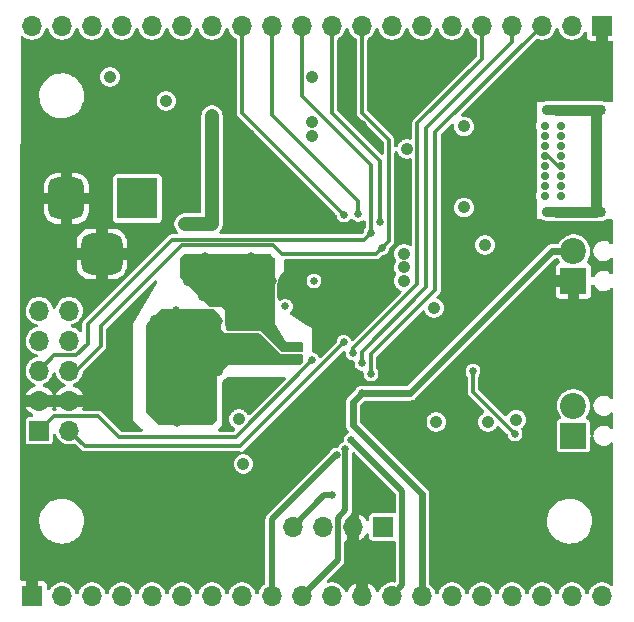
<source format=gbl>
G04 #@! TF.GenerationSoftware,KiCad,Pcbnew,(6.0.0)*
G04 #@! TF.CreationDate,2022-05-20T23:18:51+02:00*
G04 #@! TF.ProjectId,STM32F103_uC_v1,53544d33-3246-4313-9033-5f75435f7631,rev?*
G04 #@! TF.SameCoordinates,Original*
G04 #@! TF.FileFunction,Copper,L4,Bot*
G04 #@! TF.FilePolarity,Positive*
%FSLAX46Y46*%
G04 Gerber Fmt 4.6, Leading zero omitted, Abs format (unit mm)*
G04 Created by KiCad (PCBNEW (6.0.0)) date 2022-05-20 23:18:51*
%MOMM*%
%LPD*%
G01*
G04 APERTURE LIST*
G04 Aperture macros list*
%AMRoundRect*
0 Rectangle with rounded corners*
0 $1 Rounding radius*
0 $2 $3 $4 $5 $6 $7 $8 $9 X,Y pos of 4 corners*
0 Add a 4 corners polygon primitive as box body*
4,1,4,$2,$3,$4,$5,$6,$7,$8,$9,$2,$3,0*
0 Add four circle primitives for the rounded corners*
1,1,$1+$1,$2,$3*
1,1,$1+$1,$4,$5*
1,1,$1+$1,$6,$7*
1,1,$1+$1,$8,$9*
0 Add four rect primitives between the rounded corners*
20,1,$1+$1,$2,$3,$4,$5,0*
20,1,$1+$1,$4,$5,$6,$7,0*
20,1,$1+$1,$6,$7,$8,$9,0*
20,1,$1+$1,$8,$9,$2,$3,0*%
G04 Aperture macros list end*
G04 #@! TA.AperFunction,ComponentPad*
%ADD10R,3.500000X3.500000*%
G04 #@! TD*
G04 #@! TA.AperFunction,ComponentPad*
%ADD11RoundRect,0.750000X-0.750000X-1.000000X0.750000X-1.000000X0.750000X1.000000X-0.750000X1.000000X0*%
G04 #@! TD*
G04 #@! TA.AperFunction,ComponentPad*
%ADD12RoundRect,0.875000X-0.875000X-0.875000X0.875000X-0.875000X0.875000X0.875000X-0.875000X0.875000X0*%
G04 #@! TD*
G04 #@! TA.AperFunction,ComponentPad*
%ADD13R,2.200000X2.200000*%
G04 #@! TD*
G04 #@! TA.AperFunction,ComponentPad*
%ADD14C,2.200000*%
G04 #@! TD*
G04 #@! TA.AperFunction,ComponentPad*
%ADD15R,1.700000X1.700000*%
G04 #@! TD*
G04 #@! TA.AperFunction,ComponentPad*
%ADD16O,1.700000X1.700000*%
G04 #@! TD*
G04 #@! TA.AperFunction,ComponentPad*
%ADD17C,0.700000*%
G04 #@! TD*
G04 #@! TA.AperFunction,ComponentPad*
%ADD18O,1.700000X0.900000*%
G04 #@! TD*
G04 #@! TA.AperFunction,ComponentPad*
%ADD19O,2.400000X0.900000*%
G04 #@! TD*
G04 #@! TA.AperFunction,ViaPad*
%ADD20C,0.648000*%
G04 #@! TD*
G04 #@! TA.AperFunction,ViaPad*
%ADD21C,1.048000*%
G04 #@! TD*
G04 #@! TA.AperFunction,Conductor*
%ADD22C,0.600000*%
G04 #@! TD*
G04 #@! TA.AperFunction,Conductor*
%ADD23C,0.300000*%
G04 #@! TD*
G04 #@! TA.AperFunction,Conductor*
%ADD24C,1.200000*%
G04 #@! TD*
G04 #@! TA.AperFunction,Conductor*
%ADD25C,0.500000*%
G04 #@! TD*
G04 #@! TA.AperFunction,Conductor*
%ADD26C,0.900000*%
G04 #@! TD*
G04 APERTURE END LIST*
D10*
X166401000Y-83185000D03*
D11*
X160401000Y-83185000D03*
D12*
X163401000Y-87885000D03*
D13*
X203327000Y-90170000D03*
D14*
X203327000Y-87630000D03*
D15*
X158095000Y-102840000D03*
D16*
X160635000Y-102840000D03*
X158095000Y-100300000D03*
X160635000Y-100300000D03*
X158095000Y-97760000D03*
X160635000Y-97760000D03*
X158095000Y-95220000D03*
X160635000Y-95220000D03*
X158095000Y-92680000D03*
X160635000Y-92680000D03*
D13*
X203327000Y-103270000D03*
D14*
X203327000Y-100730000D03*
D17*
X200902200Y-82985000D03*
X200902200Y-82135000D03*
X200902200Y-81285000D03*
X200902200Y-80435000D03*
X200902200Y-79585000D03*
X200902200Y-78735000D03*
X200902200Y-77885000D03*
X200902200Y-77035000D03*
X202252200Y-77035000D03*
X202252200Y-77885000D03*
X202252200Y-78735000D03*
X202252200Y-79585000D03*
X202252200Y-80435000D03*
X202252200Y-81285000D03*
X202252200Y-82135000D03*
X202252200Y-82985000D03*
D18*
X205262200Y-84335000D03*
D19*
X201882200Y-84335000D03*
D18*
X205262200Y-75685000D03*
D19*
X201882200Y-75685000D03*
D15*
X187198000Y-110998000D03*
D16*
X184658000Y-110998000D03*
X182118000Y-110998000D03*
X179578000Y-110998000D03*
D15*
X205740000Y-68580000D03*
D16*
X203200000Y-68580000D03*
X200660000Y-68580000D03*
X198120000Y-68580000D03*
X195580000Y-68580000D03*
X193040000Y-68580000D03*
X190500000Y-68580000D03*
X187960000Y-68580000D03*
X185420000Y-68580000D03*
X182880000Y-68580000D03*
X180340000Y-68580000D03*
X177800000Y-68580000D03*
X175260000Y-68580000D03*
X172720000Y-68580000D03*
X170180000Y-68580000D03*
X167640000Y-68580000D03*
X165100000Y-68580000D03*
X162560000Y-68580000D03*
X160020000Y-68580000D03*
X157480000Y-68580000D03*
D15*
X157480000Y-116840000D03*
D16*
X160020000Y-116840000D03*
X162560000Y-116840000D03*
X165100000Y-116840000D03*
X167640000Y-116840000D03*
X170180000Y-116840000D03*
X172720000Y-116840000D03*
X175260000Y-116840000D03*
X177800000Y-116840000D03*
X180340000Y-116840000D03*
X182880000Y-116840000D03*
X185420000Y-116840000D03*
X187960000Y-116840000D03*
X190500000Y-116840000D03*
X193040000Y-116840000D03*
X195580000Y-116840000D03*
X198120000Y-116840000D03*
X200660000Y-116840000D03*
X203200000Y-116840000D03*
X205740000Y-116840000D03*
D20*
X200400000Y-96600000D03*
X175260000Y-96951800D03*
D21*
X175895000Y-77851000D03*
D20*
X170611800Y-90297000D03*
D21*
X178917600Y-90017600D03*
X191516000Y-94234000D03*
X168475000Y-97675000D03*
D20*
X169799000Y-102209600D03*
X202000000Y-106400000D03*
D21*
X174040800Y-89052400D03*
D20*
X167792400Y-93370400D03*
D21*
X167672000Y-107664000D03*
D20*
X171856400Y-91541600D03*
X173304200Y-97866200D03*
D21*
X188849000Y-84963000D03*
X187198000Y-76200000D03*
D20*
X172110400Y-88036400D03*
X176022000Y-88036400D03*
X177901600Y-90170000D03*
D21*
X191719200Y-104038400D03*
X197866000Y-87122000D03*
X168859200Y-77089000D03*
X174117000Y-98933000D03*
D20*
X167501000Y-97675000D03*
D21*
X185310342Y-77071658D03*
D20*
X173329600Y-93573600D03*
X169672000Y-92659200D03*
X201000000Y-103000000D03*
X185420000Y-99695000D03*
X181229000Y-96901000D03*
D21*
X181205921Y-76708000D03*
X181205921Y-77874079D03*
X191516000Y-92456000D03*
X195834000Y-87122000D03*
X172720000Y-85344000D03*
X172720000Y-77343000D03*
X196088000Y-102108000D03*
D20*
X181356000Y-90170000D03*
D21*
X175387000Y-105664000D03*
X188976000Y-90170000D03*
X194056000Y-77089000D03*
X170434000Y-85344000D03*
X188976000Y-89027000D03*
X191719200Y-102108000D03*
X171577000Y-85344000D03*
D20*
X178943000Y-92329000D03*
D21*
X172720000Y-78486000D03*
X172720000Y-76200000D03*
X188976000Y-87884000D03*
X181213500Y-72898000D03*
X194056000Y-83947000D03*
X168859200Y-74930000D03*
X198475600Y-101904800D03*
D20*
X194818000Y-97806000D03*
X198374000Y-103124000D03*
X182880000Y-108331000D03*
D21*
X189230000Y-78994000D03*
X175006000Y-101854000D03*
X164084000Y-72898000D03*
D20*
X183269500Y-104902000D03*
X184023000Y-104394000D03*
X184522500Y-103632000D03*
X186182000Y-98044000D03*
X185420000Y-97155000D03*
X184658000Y-96266000D03*
X183896000Y-95377000D03*
X187096400Y-87376000D03*
X186944000Y-85140800D03*
X186182000Y-86106000D03*
X185115200Y-84531200D03*
X183896000Y-84582000D03*
D22*
X184658000Y-102362000D02*
X190500000Y-108204000D01*
X184658000Y-100457000D02*
X184658000Y-102362000D01*
X185420000Y-99695000D02*
X184658000Y-100457000D01*
X190500000Y-108204000D02*
X190500000Y-116840000D01*
X185420000Y-99695000D02*
X189484000Y-99695000D01*
X201549000Y-87630000D02*
X203327000Y-87630000D01*
X189484000Y-99695000D02*
X201549000Y-87630000D01*
D23*
X164846000Y-103378000D02*
X163068000Y-101600000D01*
X181229000Y-96901000D02*
X174752000Y-103378000D01*
X174752000Y-103378000D02*
X164846000Y-103378000D01*
X163068000Y-101600000D02*
X159335000Y-101600000D01*
X159335000Y-101600000D02*
X158095000Y-102840000D01*
D24*
X172720000Y-77343000D02*
X172720000Y-76200000D01*
X172720000Y-85344000D02*
X172720000Y-78486000D01*
X170434000Y-85344000D02*
X171577000Y-85344000D01*
X172720000Y-78486000D02*
X172720000Y-77343000D01*
X171577000Y-85344000D02*
X172720000Y-85344000D01*
D23*
X194818000Y-99568000D02*
X194818000Y-97806000D01*
X198374000Y-103124000D02*
X194818000Y-99568000D01*
D25*
X182245000Y-108331000D02*
X179578000Y-110998000D01*
X182880000Y-108331000D02*
X182245000Y-108331000D01*
X183261000Y-104902000D02*
X177800000Y-110363000D01*
X177800000Y-110363000D02*
X177800000Y-116840000D01*
X183269500Y-104902000D02*
X183261000Y-104902000D01*
X183388000Y-110236000D02*
X183388000Y-113792000D01*
X183388000Y-113792000D02*
X180340000Y-116840000D01*
X184023000Y-109601000D02*
X183388000Y-110236000D01*
X184023000Y-104394000D02*
X184023000Y-109601000D01*
X184522500Y-103632000D02*
X184531000Y-103632000D01*
X184531000Y-103632000D02*
X188849000Y-107950000D01*
X188849000Y-107950000D02*
X188849000Y-115951000D01*
X188849000Y-115951000D02*
X187960000Y-116840000D01*
D23*
X186182000Y-98044000D02*
X186182000Y-96393000D01*
X186182000Y-96393000D02*
X191643000Y-90932000D01*
X191643000Y-90932000D02*
X191643000Y-77597000D01*
X191643000Y-77597000D02*
X200660000Y-68580000D01*
X190881000Y-77216000D02*
X198120000Y-69977000D01*
X198120000Y-69977000D02*
X198120000Y-68580000D01*
X185420000Y-97155000D02*
X185420000Y-96152533D01*
X185420000Y-96152533D02*
X190881000Y-90691533D01*
X190881000Y-90691533D02*
X190881000Y-77216000D01*
X184658000Y-96266000D02*
X184658000Y-95885000D01*
X190119000Y-76835000D02*
X195580000Y-71374000D01*
X195580000Y-71374000D02*
X195580000Y-68580000D01*
X184658000Y-95885000D02*
X190119000Y-90424000D01*
X190119000Y-90424000D02*
X190119000Y-76835000D01*
X201999400Y-80435000D02*
X201149400Y-79585000D01*
X202252200Y-80435000D02*
X201999400Y-80435000D01*
X201149400Y-79585000D02*
X200902200Y-79585000D01*
X183896000Y-95377000D02*
X175133000Y-104140000D01*
X175133000Y-104140000D02*
X161935000Y-104140000D01*
X161935000Y-104140000D02*
X160635000Y-102840000D01*
X178663600Y-87884000D02*
X177901600Y-87122000D01*
X163322000Y-93980000D02*
X163322000Y-95656400D01*
X170180000Y-87122000D02*
X163322000Y-93980000D01*
X187706000Y-86766400D02*
X187706000Y-78232000D01*
X186588400Y-87884000D02*
X178663600Y-87884000D01*
X163322000Y-95656400D02*
X161218400Y-97760000D01*
X185420000Y-75946000D02*
X185420000Y-68580000D01*
X187096400Y-87376000D02*
X186588400Y-87884000D01*
X177901600Y-87122000D02*
X170180000Y-87122000D01*
X187706000Y-78232000D02*
X185420000Y-75946000D01*
X161218400Y-97760000D02*
X160635000Y-97760000D01*
X187096400Y-87376000D02*
X187706000Y-86766400D01*
X186944000Y-85140800D02*
X186944000Y-80010000D01*
X182880000Y-75946000D02*
X182880000Y-68580000D01*
X186944000Y-80010000D02*
X182880000Y-75946000D01*
X161239200Y-96469200D02*
X159385800Y-96469200D01*
X186182000Y-86106000D02*
X186182000Y-80365600D01*
X162204400Y-93827600D02*
X162204400Y-95504000D01*
X159385800Y-96469200D02*
X158095000Y-97760000D01*
X169367200Y-86664800D02*
X162204400Y-93827600D01*
X186182000Y-80365600D02*
X180340000Y-74523600D01*
X186182000Y-86106000D02*
X185623200Y-86664800D01*
X180340000Y-74523600D02*
X180340000Y-68580000D01*
X162204400Y-95504000D02*
X161239200Y-96469200D01*
X185623200Y-86664800D02*
X169367200Y-86664800D01*
X177800000Y-76098400D02*
X177800000Y-68580000D01*
X185115200Y-83413600D02*
X177800000Y-76098400D01*
X185115200Y-84531200D02*
X185115200Y-83413600D01*
X175260000Y-75946000D02*
X175260000Y-68580000D01*
X183896000Y-84582000D02*
X175260000Y-75946000D01*
D26*
X205262200Y-75685000D02*
X205262200Y-84335000D01*
X201882200Y-75685000D02*
X205262200Y-75685000D01*
X201882200Y-84335000D02*
X205262200Y-84335000D01*
G04 #@! TA.AperFunction,Conductor*
G36*
X206165500Y-68099962D02*
G01*
X206220038Y-68154500D01*
X206240000Y-68229000D01*
X206240000Y-69810383D01*
X206244145Y-69825854D01*
X206259616Y-69829999D01*
X206561000Y-69829999D01*
X206635500Y-69849961D01*
X206690038Y-69904499D01*
X206710000Y-69978999D01*
X206710000Y-74908000D01*
X206690038Y-74982500D01*
X206635500Y-75037038D01*
X206561000Y-75057000D01*
X206118524Y-75057000D01*
X206050763Y-75040701D01*
X205925584Y-74976781D01*
X205755594Y-74935185D01*
X205748976Y-74934774D01*
X205748973Y-74934774D01*
X205746844Y-74934642D01*
X205746838Y-74934642D01*
X205744552Y-74934500D01*
X205290480Y-74934500D01*
X205281254Y-74934214D01*
X205229978Y-74931033D01*
X205221338Y-74930497D01*
X205210566Y-74932348D01*
X205185333Y-74934500D01*
X201088378Y-74934500D01*
X201084101Y-74934999D01*
X201084095Y-74934999D01*
X201031154Y-74941172D01*
X200958372Y-74949657D01*
X200853595Y-74987689D01*
X200802001Y-75006417D01*
X200801999Y-75006418D01*
X200793869Y-75009369D01*
X200786632Y-75014114D01*
X200758427Y-75032606D01*
X200685179Y-75056760D01*
X200676731Y-75057000D01*
X200279000Y-75057000D01*
X200279000Y-76573577D01*
X200255245Y-76654291D01*
X200230675Y-76692416D01*
X200223316Y-76707241D01*
X200171465Y-76849699D01*
X200167572Y-76865791D01*
X200148572Y-77016201D01*
X200148340Y-77032748D01*
X200163134Y-77183625D01*
X200166579Y-77199832D01*
X200214429Y-77343673D01*
X200221376Y-77358708D01*
X200257449Y-77418272D01*
X200279000Y-77495458D01*
X200279000Y-77664547D01*
X200271473Y-77704576D01*
X200273006Y-77704970D01*
X200270773Y-77713668D01*
X200267509Y-77722039D01*
X200246958Y-77878138D01*
X200264235Y-78034633D01*
X200267324Y-78043075D01*
X200267325Y-78043078D01*
X200269925Y-78050184D01*
X200279000Y-78101388D01*
X200279000Y-78514547D01*
X200271473Y-78554576D01*
X200273006Y-78554970D01*
X200270773Y-78563668D01*
X200267509Y-78572039D01*
X200246958Y-78728138D01*
X200264235Y-78884633D01*
X200267324Y-78893075D01*
X200267325Y-78893078D01*
X200269925Y-78900184D01*
X200279000Y-78951388D01*
X200279000Y-79364547D01*
X200271473Y-79404576D01*
X200273006Y-79404970D01*
X200270773Y-79413668D01*
X200267509Y-79422039D01*
X200266336Y-79430945D01*
X200266336Y-79430947D01*
X200259707Y-79481299D01*
X200246958Y-79578138D01*
X200264235Y-79734633D01*
X200267324Y-79743075D01*
X200267325Y-79743078D01*
X200269925Y-79750184D01*
X200279000Y-79801388D01*
X200279000Y-80214547D01*
X200271473Y-80254576D01*
X200273006Y-80254970D01*
X200270773Y-80263668D01*
X200267509Y-80272039D01*
X200246958Y-80428138D01*
X200264235Y-80584633D01*
X200267324Y-80593075D01*
X200267325Y-80593078D01*
X200269925Y-80600184D01*
X200279000Y-80651388D01*
X200279000Y-81064547D01*
X200271473Y-81104576D01*
X200273006Y-81104970D01*
X200270773Y-81113668D01*
X200267509Y-81122039D01*
X200266336Y-81130945D01*
X200266336Y-81130947D01*
X200258194Y-81192796D01*
X200246958Y-81278138D01*
X200264235Y-81434633D01*
X200267324Y-81443075D01*
X200267325Y-81443078D01*
X200269925Y-81450184D01*
X200279000Y-81501388D01*
X200279000Y-81914547D01*
X200271473Y-81954576D01*
X200273006Y-81954970D01*
X200270773Y-81963668D01*
X200267509Y-81972039D01*
X200266336Y-81980945D01*
X200266336Y-81980947D01*
X200253572Y-82077902D01*
X200246958Y-82128138D01*
X200264235Y-82284633D01*
X200267324Y-82293075D01*
X200267325Y-82293078D01*
X200269925Y-82300184D01*
X200279000Y-82351388D01*
X200279000Y-82523577D01*
X200255245Y-82604291D01*
X200230675Y-82642416D01*
X200223316Y-82657241D01*
X200171465Y-82799699D01*
X200167572Y-82815791D01*
X200148572Y-82966201D01*
X200148340Y-82982748D01*
X200163134Y-83133625D01*
X200166579Y-83149832D01*
X200214429Y-83293673D01*
X200221376Y-83308708D01*
X200257449Y-83368272D01*
X200279000Y-83445458D01*
X200279000Y-84963000D01*
X200675876Y-84963000D01*
X200743637Y-84979299D01*
X200868816Y-85043219D01*
X201038806Y-85084815D01*
X201045424Y-85085226D01*
X201045427Y-85085226D01*
X201047556Y-85085358D01*
X201047562Y-85085358D01*
X201049848Y-85085500D01*
X205233920Y-85085500D01*
X205243146Y-85085786D01*
X205303062Y-85089503D01*
X205313834Y-85087652D01*
X205339067Y-85085500D01*
X205706022Y-85085500D01*
X205710299Y-85085001D01*
X205710305Y-85085001D01*
X205763246Y-85078828D01*
X205836028Y-85070343D01*
X205940805Y-85032311D01*
X205992399Y-85013583D01*
X205992401Y-85013582D01*
X206000531Y-85010631D01*
X206035973Y-84987394D01*
X206109221Y-84963240D01*
X206117669Y-84963000D01*
X206561000Y-84963000D01*
X206635500Y-84982962D01*
X206690038Y-85037500D01*
X206710000Y-85112000D01*
X206710000Y-86904968D01*
X206690038Y-86979468D01*
X206635500Y-87034006D01*
X206561000Y-87053968D01*
X206486500Y-87034006D01*
X206460339Y-87014435D01*
X206456980Y-87010460D01*
X206446445Y-87002405D01*
X206369979Y-86943943D01*
X206310180Y-86898223D01*
X206142703Y-86820127D01*
X206134838Y-86818369D01*
X206134835Y-86818368D01*
X205968327Y-86781150D01*
X205968326Y-86781150D01*
X205962363Y-86779817D01*
X205956693Y-86779500D01*
X205820836Y-86779500D01*
X205816843Y-86779934D01*
X205816839Y-86779934D01*
X205719670Y-86790490D01*
X205683291Y-86794442D01*
X205675642Y-86797016D01*
X205675643Y-86797016D01*
X205534393Y-86844552D01*
X205508152Y-86853383D01*
X205501236Y-86857538D01*
X205501235Y-86857539D01*
X205493360Y-86862271D01*
X205349756Y-86948557D01*
X205343891Y-86954103D01*
X205343890Y-86954104D01*
X205307953Y-86988088D01*
X205215493Y-87075524D01*
X205111625Y-87228360D01*
X205108630Y-87235848D01*
X205108629Y-87235850D01*
X205097646Y-87263310D01*
X205043000Y-87399935D01*
X205041682Y-87407896D01*
X205041681Y-87407900D01*
X205019538Y-87541657D01*
X204987676Y-87611897D01*
X204952881Y-87636807D01*
X204963607Y-87641250D01*
X205010560Y-87702440D01*
X205021698Y-87751664D01*
X205022490Y-87766781D01*
X205071562Y-87944936D01*
X205075324Y-87952072D01*
X205075326Y-87952076D01*
X205134227Y-88063790D01*
X205157746Y-88108398D01*
X205277020Y-88249540D01*
X205283429Y-88254440D01*
X205283430Y-88254441D01*
X205295433Y-88263618D01*
X205423820Y-88361777D01*
X205591297Y-88439873D01*
X205599162Y-88441631D01*
X205599165Y-88441632D01*
X205765673Y-88478850D01*
X205771637Y-88480183D01*
X205777307Y-88480500D01*
X205913164Y-88480500D01*
X205917157Y-88480066D01*
X205917161Y-88480066D01*
X206042691Y-88466429D01*
X206050709Y-88465558D01*
X206225848Y-88406617D01*
X206284511Y-88371369D01*
X206341106Y-88337363D01*
X206384244Y-88311443D01*
X206411081Y-88286065D01*
X206458624Y-88241105D01*
X206526469Y-88204420D01*
X206603567Y-88206574D01*
X206669259Y-88246988D01*
X206705944Y-88314833D01*
X206710000Y-88349364D01*
X206710000Y-89444968D01*
X206690038Y-89519468D01*
X206635500Y-89574006D01*
X206561000Y-89593968D01*
X206486500Y-89574006D01*
X206460339Y-89554435D01*
X206456980Y-89550460D01*
X206450008Y-89545129D01*
X206370578Y-89484401D01*
X206310180Y-89438223D01*
X206142703Y-89360127D01*
X206134838Y-89358369D01*
X206134835Y-89358368D01*
X205968327Y-89321150D01*
X205968326Y-89321150D01*
X205962363Y-89319817D01*
X205956693Y-89319500D01*
X205820836Y-89319500D01*
X205816843Y-89319934D01*
X205816839Y-89319934D01*
X205707611Y-89331800D01*
X205683291Y-89334442D01*
X205675642Y-89337016D01*
X205675643Y-89337016D01*
X205523467Y-89388229D01*
X205508152Y-89393383D01*
X205349756Y-89488557D01*
X205215493Y-89615524D01*
X205111625Y-89768360D01*
X205108630Y-89775847D01*
X205107558Y-89777864D01*
X205054957Y-89834272D01*
X204981199Y-89856822D01*
X204906048Y-89839472D01*
X204849640Y-89786871D01*
X204826999Y-89707913D01*
X204826999Y-89044376D01*
X204826083Y-89032736D01*
X204813999Y-88956435D01*
X204806841Y-88934403D01*
X204759963Y-88842400D01*
X204746352Y-88823666D01*
X204673334Y-88750648D01*
X204654600Y-88737037D01*
X204562595Y-88690158D01*
X204535463Y-88681342D01*
X204470778Y-88639334D01*
X204435764Y-88570612D01*
X204439801Y-88493590D01*
X204460507Y-88452688D01*
X204528009Y-88358749D01*
X204528011Y-88358745D01*
X204531577Y-88353783D01*
X204633615Y-88147325D01*
X204635393Y-88141474D01*
X204698786Y-87932825D01*
X204698787Y-87932821D01*
X204700563Y-87926975D01*
X204712017Y-87839971D01*
X204725177Y-87740012D01*
X204754692Y-87668755D01*
X204793066Y-87639309D01*
X204777964Y-87632459D01*
X204733066Y-87569746D01*
X204724040Y-87529531D01*
X204713931Y-87406567D01*
X204713930Y-87406562D01*
X204713430Y-87400478D01*
X204711411Y-87392440D01*
X204658816Y-87183050D01*
X204658814Y-87183045D01*
X204657326Y-87177120D01*
X204565496Y-86965924D01*
X204482525Y-86837670D01*
X204443726Y-86777696D01*
X204443724Y-86777693D01*
X204440405Y-86772563D01*
X204285412Y-86602229D01*
X204104681Y-86459496D01*
X204099328Y-86456541D01*
X204099325Y-86456539D01*
X203960576Y-86379946D01*
X203903065Y-86348198D01*
X203774287Y-86302595D01*
X203691748Y-86273366D01*
X203691745Y-86273365D01*
X203685978Y-86271323D01*
X203679957Y-86270250D01*
X203679955Y-86270250D01*
X203465274Y-86232010D01*
X203459250Y-86230937D01*
X203453136Y-86230862D01*
X203453133Y-86230862D01*
X203360007Y-86229724D01*
X203228971Y-86228123D01*
X203222932Y-86229047D01*
X203222933Y-86229047D01*
X203007362Y-86262034D01*
X203007360Y-86262035D01*
X203001325Y-86262958D01*
X202782424Y-86334506D01*
X202777009Y-86337325D01*
X202583569Y-86438023D01*
X202583564Y-86438026D01*
X202578149Y-86440845D01*
X202573260Y-86444516D01*
X202573258Y-86444517D01*
X202398878Y-86575444D01*
X202398874Y-86575447D01*
X202393984Y-86579119D01*
X202234877Y-86745616D01*
X202231434Y-86750664D01*
X202231431Y-86750667D01*
X202211467Y-86779934D01*
X202105099Y-86935863D01*
X202102528Y-86941402D01*
X202102525Y-86941407D01*
X202101677Y-86943235D01*
X202101085Y-86943943D01*
X202099507Y-86946721D01*
X202099002Y-86946434D01*
X202052203Y-87002405D01*
X201979773Y-87028910D01*
X201966528Y-87029500D01*
X201598124Y-87029500D01*
X201578678Y-87028225D01*
X201549000Y-87024318D01*
X201539315Y-87025593D01*
X201509639Y-87029500D01*
X201401921Y-87043681D01*
X201401919Y-87043681D01*
X201392238Y-87044956D01*
X201383216Y-87048693D01*
X201262460Y-87098712D01*
X201246159Y-87105464D01*
X201120718Y-87201718D01*
X201114772Y-87209467D01*
X201102494Y-87225468D01*
X201089643Y-87240122D01*
X189278906Y-99050859D01*
X189212111Y-99089423D01*
X189173547Y-99094500D01*
X185611333Y-99094500D01*
X185575035Y-99090011D01*
X185507559Y-99073062D01*
X185507555Y-99073061D01*
X185498846Y-99070874D01*
X185416728Y-99070444D01*
X185356674Y-99070129D01*
X185347695Y-99070082D01*
X185338966Y-99072178D01*
X185338963Y-99072178D01*
X185267134Y-99089423D01*
X185200718Y-99105368D01*
X185066401Y-99174694D01*
X184952497Y-99274059D01*
X184947332Y-99281408D01*
X184947331Y-99281409D01*
X184867191Y-99395436D01*
X184850646Y-99415119D01*
X184268122Y-99997643D01*
X184253468Y-100010494D01*
X184229718Y-100028718D01*
X184151047Y-100131244D01*
X184133464Y-100154159D01*
X184121849Y-100182200D01*
X184080076Y-100283050D01*
X184072956Y-100300238D01*
X184071681Y-100309919D01*
X184071681Y-100309921D01*
X184067834Y-100339141D01*
X184052318Y-100457000D01*
X184056225Y-100486675D01*
X184057500Y-100506124D01*
X184057500Y-102312876D01*
X184056225Y-102332322D01*
X184052318Y-102362000D01*
X184053593Y-102371685D01*
X184057500Y-102401361D01*
X184067656Y-102478501D01*
X184072956Y-102518762D01*
X184076693Y-102527784D01*
X184124693Y-102643665D01*
X184133464Y-102664841D01*
X184229718Y-102790282D01*
X184237467Y-102796228D01*
X184253468Y-102808506D01*
X184268122Y-102821357D01*
X184281623Y-102834858D01*
X184320187Y-102901653D01*
X184320187Y-102978781D01*
X184281623Y-103045576D01*
X184244603Y-103072621D01*
X184176885Y-103107573D01*
X184168901Y-103111694D01*
X184054997Y-103211059D01*
X184049832Y-103218408D01*
X184049831Y-103218409D01*
X184009294Y-103276087D01*
X183968083Y-103334724D01*
X183913177Y-103475552D01*
X183893447Y-103625412D01*
X183896257Y-103650861D01*
X183884592Y-103727100D01*
X183836369Y-103787294D01*
X183805532Y-103803933D01*
X183803718Y-103804368D01*
X183795741Y-103808485D01*
X183795739Y-103808486D01*
X183699604Y-103858105D01*
X183669401Y-103873694D01*
X183555497Y-103973059D01*
X183550332Y-103980408D01*
X183550331Y-103980409D01*
X183538758Y-103996876D01*
X183468583Y-104096724D01*
X183465320Y-104105092D01*
X183465320Y-104105093D01*
X183435054Y-104182723D01*
X183389394Y-104244883D01*
X183318771Y-104275884D01*
X183295453Y-104277597D01*
X183226924Y-104277238D01*
X183206174Y-104277129D01*
X183197195Y-104277082D01*
X183188466Y-104279178D01*
X183188463Y-104279178D01*
X183115797Y-104296624D01*
X183050218Y-104312368D01*
X182915901Y-104381694D01*
X182801997Y-104481059D01*
X182796832Y-104488408D01*
X182796831Y-104488409D01*
X182727978Y-104586376D01*
X182715083Y-104604724D01*
X182711820Y-104613093D01*
X182711819Y-104613095D01*
X182685116Y-104681586D01*
X182651653Y-104732822D01*
X177421692Y-109962784D01*
X177417188Y-109967103D01*
X177384493Y-109997168D01*
X177371844Y-110008799D01*
X177366494Y-110017428D01*
X177349485Y-110044861D01*
X177341535Y-110056428D01*
X177315888Y-110090217D01*
X177312148Y-110099663D01*
X177312147Y-110099665D01*
X177311110Y-110102285D01*
X177299208Y-110125949D01*
X177292365Y-110136986D01*
X177289531Y-110146741D01*
X177280528Y-110177730D01*
X177275980Y-110191011D01*
X177272071Y-110200884D01*
X177260364Y-110230453D01*
X177259302Y-110240552D01*
X177259302Y-110240554D01*
X177259007Y-110243362D01*
X177253908Y-110269354D01*
X177250285Y-110281825D01*
X177249500Y-110292515D01*
X177249500Y-110326012D01*
X177248684Y-110341586D01*
X177246194Y-110365281D01*
X177244599Y-110380454D01*
X177247415Y-110397103D01*
X177249500Y-110421940D01*
X177249500Y-115743972D01*
X177229538Y-115818472D01*
X177176683Y-115872023D01*
X177126727Y-115901744D01*
X177126718Y-115901750D01*
X177120856Y-115905238D01*
X177066695Y-115952736D01*
X176967022Y-116040146D01*
X176967021Y-116040147D01*
X176961881Y-116044655D01*
X176906189Y-116115300D01*
X176835207Y-116205340D01*
X176835203Y-116205346D01*
X176830976Y-116210708D01*
X176827797Y-116216751D01*
X176827794Y-116216755D01*
X176814295Y-116242413D01*
X176732523Y-116397836D01*
X176730499Y-116404354D01*
X176730496Y-116404362D01*
X176671153Y-116595480D01*
X176629997Y-116660710D01*
X176561739Y-116696622D01*
X176484671Y-116693594D01*
X176419441Y-116652438D01*
X176385449Y-116591741D01*
X176340541Y-116432509D01*
X176338686Y-116425931D01*
X176245165Y-116236290D01*
X176241084Y-116230825D01*
X176241081Y-116230820D01*
X176122739Y-116072341D01*
X176122737Y-116072339D01*
X176118651Y-116066867D01*
X175963381Y-115923337D01*
X175784554Y-115810505D01*
X175778215Y-115807976D01*
X175778209Y-115807973D01*
X175594504Y-115734683D01*
X175588160Y-115732152D01*
X175499889Y-115714594D01*
X175387478Y-115692234D01*
X175387475Y-115692234D01*
X175380775Y-115690901D01*
X175275060Y-115689517D01*
X175176180Y-115688222D01*
X175176175Y-115688222D01*
X175169346Y-115688133D01*
X175162613Y-115689290D01*
X175162612Y-115689290D01*
X174967684Y-115722784D01*
X174967680Y-115722785D01*
X174960953Y-115723941D01*
X174762575Y-115797127D01*
X174756702Y-115800621D01*
X174629270Y-115876435D01*
X174580856Y-115905238D01*
X174548641Y-115933489D01*
X174427022Y-116040146D01*
X174427021Y-116040147D01*
X174421881Y-116044655D01*
X174366189Y-116115300D01*
X174295207Y-116205340D01*
X174295203Y-116205346D01*
X174290976Y-116210708D01*
X174287797Y-116216751D01*
X174287794Y-116216755D01*
X174274295Y-116242413D01*
X174192523Y-116397836D01*
X174190499Y-116404354D01*
X174190496Y-116404362D01*
X174131153Y-116595480D01*
X174089997Y-116660710D01*
X174021739Y-116696622D01*
X173944671Y-116693594D01*
X173879441Y-116652438D01*
X173845449Y-116591741D01*
X173800541Y-116432509D01*
X173798686Y-116425931D01*
X173705165Y-116236290D01*
X173701084Y-116230825D01*
X173701081Y-116230820D01*
X173582739Y-116072341D01*
X173582737Y-116072339D01*
X173578651Y-116066867D01*
X173423381Y-115923337D01*
X173244554Y-115810505D01*
X173238215Y-115807976D01*
X173238209Y-115807973D01*
X173054504Y-115734683D01*
X173048160Y-115732152D01*
X172959889Y-115714594D01*
X172847478Y-115692234D01*
X172847475Y-115692234D01*
X172840775Y-115690901D01*
X172735060Y-115689517D01*
X172636180Y-115688222D01*
X172636175Y-115688222D01*
X172629346Y-115688133D01*
X172622613Y-115689290D01*
X172622612Y-115689290D01*
X172427684Y-115722784D01*
X172427680Y-115722785D01*
X172420953Y-115723941D01*
X172222575Y-115797127D01*
X172216702Y-115800621D01*
X172089270Y-115876435D01*
X172040856Y-115905238D01*
X172008641Y-115933489D01*
X171887022Y-116040146D01*
X171887021Y-116040147D01*
X171881881Y-116044655D01*
X171826189Y-116115300D01*
X171755207Y-116205340D01*
X171755203Y-116205346D01*
X171750976Y-116210708D01*
X171747797Y-116216751D01*
X171747794Y-116216755D01*
X171734295Y-116242413D01*
X171652523Y-116397836D01*
X171650499Y-116404354D01*
X171650496Y-116404362D01*
X171591153Y-116595480D01*
X171549997Y-116660710D01*
X171481739Y-116696622D01*
X171404671Y-116693594D01*
X171339441Y-116652438D01*
X171305449Y-116591741D01*
X171260541Y-116432509D01*
X171258686Y-116425931D01*
X171165165Y-116236290D01*
X171161084Y-116230825D01*
X171161081Y-116230820D01*
X171042739Y-116072341D01*
X171042737Y-116072339D01*
X171038651Y-116066867D01*
X170883381Y-115923337D01*
X170704554Y-115810505D01*
X170698215Y-115807976D01*
X170698209Y-115807973D01*
X170514504Y-115734683D01*
X170508160Y-115732152D01*
X170419889Y-115714594D01*
X170307478Y-115692234D01*
X170307475Y-115692234D01*
X170300775Y-115690901D01*
X170195060Y-115689517D01*
X170096180Y-115688222D01*
X170096175Y-115688222D01*
X170089346Y-115688133D01*
X170082613Y-115689290D01*
X170082612Y-115689290D01*
X169887684Y-115722784D01*
X169887680Y-115722785D01*
X169880953Y-115723941D01*
X169682575Y-115797127D01*
X169676702Y-115800621D01*
X169549270Y-115876435D01*
X169500856Y-115905238D01*
X169468641Y-115933489D01*
X169347022Y-116040146D01*
X169347021Y-116040147D01*
X169341881Y-116044655D01*
X169286189Y-116115300D01*
X169215207Y-116205340D01*
X169215203Y-116205346D01*
X169210976Y-116210708D01*
X169207797Y-116216751D01*
X169207794Y-116216755D01*
X169194295Y-116242413D01*
X169112523Y-116397836D01*
X169110499Y-116404354D01*
X169110496Y-116404362D01*
X169051153Y-116595480D01*
X169009997Y-116660710D01*
X168941739Y-116696622D01*
X168864671Y-116693594D01*
X168799441Y-116652438D01*
X168765449Y-116591741D01*
X168720541Y-116432509D01*
X168718686Y-116425931D01*
X168625165Y-116236290D01*
X168621084Y-116230825D01*
X168621081Y-116230820D01*
X168502739Y-116072341D01*
X168502737Y-116072339D01*
X168498651Y-116066867D01*
X168343381Y-115923337D01*
X168164554Y-115810505D01*
X168158215Y-115807976D01*
X168158209Y-115807973D01*
X167974504Y-115734683D01*
X167968160Y-115732152D01*
X167879889Y-115714594D01*
X167767478Y-115692234D01*
X167767475Y-115692234D01*
X167760775Y-115690901D01*
X167655060Y-115689517D01*
X167556180Y-115688222D01*
X167556175Y-115688222D01*
X167549346Y-115688133D01*
X167542613Y-115689290D01*
X167542612Y-115689290D01*
X167347684Y-115722784D01*
X167347680Y-115722785D01*
X167340953Y-115723941D01*
X167142575Y-115797127D01*
X167136702Y-115800621D01*
X167009270Y-115876435D01*
X166960856Y-115905238D01*
X166928641Y-115933489D01*
X166807022Y-116040146D01*
X166807021Y-116040147D01*
X166801881Y-116044655D01*
X166746189Y-116115300D01*
X166675207Y-116205340D01*
X166675203Y-116205346D01*
X166670976Y-116210708D01*
X166667797Y-116216751D01*
X166667794Y-116216755D01*
X166654295Y-116242413D01*
X166572523Y-116397836D01*
X166570499Y-116404354D01*
X166570496Y-116404362D01*
X166511153Y-116595480D01*
X166469997Y-116660710D01*
X166401739Y-116696622D01*
X166324671Y-116693594D01*
X166259441Y-116652438D01*
X166225449Y-116591741D01*
X166180541Y-116432509D01*
X166178686Y-116425931D01*
X166085165Y-116236290D01*
X166081084Y-116230825D01*
X166081081Y-116230820D01*
X165962739Y-116072341D01*
X165962737Y-116072339D01*
X165958651Y-116066867D01*
X165803381Y-115923337D01*
X165624554Y-115810505D01*
X165618215Y-115807976D01*
X165618209Y-115807973D01*
X165434504Y-115734683D01*
X165428160Y-115732152D01*
X165339889Y-115714594D01*
X165227478Y-115692234D01*
X165227475Y-115692234D01*
X165220775Y-115690901D01*
X165115060Y-115689517D01*
X165016180Y-115688222D01*
X165016175Y-115688222D01*
X165009346Y-115688133D01*
X165002613Y-115689290D01*
X165002612Y-115689290D01*
X164807684Y-115722784D01*
X164807680Y-115722785D01*
X164800953Y-115723941D01*
X164602575Y-115797127D01*
X164596702Y-115800621D01*
X164469270Y-115876435D01*
X164420856Y-115905238D01*
X164388641Y-115933489D01*
X164267022Y-116040146D01*
X164267021Y-116040147D01*
X164261881Y-116044655D01*
X164206189Y-116115300D01*
X164135207Y-116205340D01*
X164135203Y-116205346D01*
X164130976Y-116210708D01*
X164127797Y-116216751D01*
X164127794Y-116216755D01*
X164114295Y-116242413D01*
X164032523Y-116397836D01*
X164030499Y-116404354D01*
X164030496Y-116404362D01*
X163971153Y-116595480D01*
X163929997Y-116660710D01*
X163861739Y-116696622D01*
X163784671Y-116693594D01*
X163719441Y-116652438D01*
X163685449Y-116591741D01*
X163640541Y-116432509D01*
X163638686Y-116425931D01*
X163545165Y-116236290D01*
X163541084Y-116230825D01*
X163541081Y-116230820D01*
X163422739Y-116072341D01*
X163422737Y-116072339D01*
X163418651Y-116066867D01*
X163263381Y-115923337D01*
X163084554Y-115810505D01*
X163078215Y-115807976D01*
X163078209Y-115807973D01*
X162894504Y-115734683D01*
X162888160Y-115732152D01*
X162799889Y-115714594D01*
X162687478Y-115692234D01*
X162687475Y-115692234D01*
X162680775Y-115690901D01*
X162575060Y-115689517D01*
X162476180Y-115688222D01*
X162476175Y-115688222D01*
X162469346Y-115688133D01*
X162462613Y-115689290D01*
X162462612Y-115689290D01*
X162267684Y-115722784D01*
X162267680Y-115722785D01*
X162260953Y-115723941D01*
X162062575Y-115797127D01*
X162056702Y-115800621D01*
X161929270Y-115876435D01*
X161880856Y-115905238D01*
X161848641Y-115933489D01*
X161727022Y-116040146D01*
X161727021Y-116040147D01*
X161721881Y-116044655D01*
X161666189Y-116115300D01*
X161595207Y-116205340D01*
X161595203Y-116205346D01*
X161590976Y-116210708D01*
X161587797Y-116216751D01*
X161587794Y-116216755D01*
X161574295Y-116242413D01*
X161492523Y-116397836D01*
X161490499Y-116404354D01*
X161490496Y-116404362D01*
X161431153Y-116595480D01*
X161389997Y-116660710D01*
X161321739Y-116696622D01*
X161244671Y-116693594D01*
X161179441Y-116652438D01*
X161145449Y-116591741D01*
X161100541Y-116432509D01*
X161098686Y-116425931D01*
X161005165Y-116236290D01*
X161001084Y-116230825D01*
X161001081Y-116230820D01*
X160882739Y-116072341D01*
X160882737Y-116072339D01*
X160878651Y-116066867D01*
X160723381Y-115923337D01*
X160544554Y-115810505D01*
X160538215Y-115807976D01*
X160538209Y-115807973D01*
X160354504Y-115734683D01*
X160348160Y-115732152D01*
X160259889Y-115714594D01*
X160147478Y-115692234D01*
X160147475Y-115692234D01*
X160140775Y-115690901D01*
X160035060Y-115689517D01*
X159936180Y-115688222D01*
X159936175Y-115688222D01*
X159929346Y-115688133D01*
X159922613Y-115689290D01*
X159922612Y-115689290D01*
X159727684Y-115722784D01*
X159727680Y-115722785D01*
X159720953Y-115723941D01*
X159522575Y-115797127D01*
X159516702Y-115800621D01*
X159389270Y-115876435D01*
X159340856Y-115905238D01*
X159308641Y-115933489D01*
X159187022Y-116040146D01*
X159187021Y-116040147D01*
X159181881Y-116044655D01*
X159126189Y-116115300D01*
X159055207Y-116205340D01*
X159055203Y-116205346D01*
X159050976Y-116210708D01*
X159047797Y-116216751D01*
X159047794Y-116216755D01*
X159010862Y-116286952D01*
X158958507Y-116343589D01*
X158884849Y-116366460D01*
X158809622Y-116349438D01*
X158752985Y-116297083D01*
X158729999Y-116217575D01*
X158729999Y-115964376D01*
X158729083Y-115952736D01*
X158716999Y-115876435D01*
X158709841Y-115854403D01*
X158662963Y-115762400D01*
X158649352Y-115743666D01*
X158576334Y-115670648D01*
X158557600Y-115657037D01*
X158465594Y-115610158D01*
X158443569Y-115603001D01*
X158367261Y-115590916D01*
X158355626Y-115590000D01*
X157999616Y-115590000D01*
X157984145Y-115594145D01*
X157980000Y-115609616D01*
X157980000Y-117191000D01*
X157960038Y-117265500D01*
X157905500Y-117320038D01*
X157831000Y-117340000D01*
X157129000Y-117340000D01*
X157054500Y-117320038D01*
X156999962Y-117265500D01*
X156980000Y-117191000D01*
X156980000Y-115609617D01*
X156975855Y-115594146D01*
X156960384Y-115590001D01*
X156649457Y-115590001D01*
X156574957Y-115570039D01*
X156520419Y-115515501D01*
X156500457Y-115440971D01*
X156500708Y-114187897D01*
X156501436Y-110543233D01*
X158094906Y-110543233D01*
X158121102Y-110817792D01*
X158186657Y-111085694D01*
X158188678Y-111090682D01*
X158188679Y-111090687D01*
X158260389Y-111267730D01*
X158290199Y-111341326D01*
X158429558Y-111579335D01*
X158601816Y-111794732D01*
X158645526Y-111835564D01*
X158722796Y-111907745D01*
X158803364Y-111983008D01*
X158962511Y-112093412D01*
X159020934Y-112133941D01*
X159029979Y-112140216D01*
X159034816Y-112142622D01*
X159034817Y-112142623D01*
X159037207Y-112143812D01*
X159276914Y-112263065D01*
X159358323Y-112289752D01*
X159533860Y-112347296D01*
X159533864Y-112347297D01*
X159538998Y-112348980D01*
X159810738Y-112396162D01*
X159897876Y-112400500D01*
X160070070Y-112400500D01*
X160072751Y-112400305D01*
X160072764Y-112400305D01*
X160182744Y-112392325D01*
X160275083Y-112385625D01*
X160544403Y-112326164D01*
X160549452Y-112324251D01*
X160549459Y-112324249D01*
X160797270Y-112230362D01*
X160797271Y-112230361D01*
X160802319Y-112228449D01*
X160807037Y-112225828D01*
X160807040Y-112225827D01*
X160941997Y-112150865D01*
X161043428Y-112094525D01*
X161262678Y-111927198D01*
X161377481Y-111809760D01*
X161451701Y-111733837D01*
X161451703Y-111733835D01*
X161455477Y-111729974D01*
X161514271Y-111649200D01*
X161614606Y-111511355D01*
X161614609Y-111511350D01*
X161617787Y-111506984D01*
X161707573Y-111336329D01*
X161743693Y-111267676D01*
X161743694Y-111267673D01*
X161746206Y-111262899D01*
X161838045Y-111002832D01*
X161891380Y-110732232D01*
X161905094Y-110456767D01*
X161878898Y-110182208D01*
X161813343Y-109914306D01*
X161803692Y-109890477D01*
X161711825Y-109663671D01*
X161709801Y-109658674D01*
X161570442Y-109420665D01*
X161398184Y-109205268D01*
X161196636Y-109016992D01*
X160970021Y-108859784D01*
X160891066Y-108820504D01*
X160797937Y-108774173D01*
X160723086Y-108736935D01*
X160536444Y-108675751D01*
X160466140Y-108652704D01*
X160466136Y-108652703D01*
X160461002Y-108651020D01*
X160189262Y-108603838D01*
X160102124Y-108599500D01*
X159929930Y-108599500D01*
X159927249Y-108599695D01*
X159927236Y-108599695D01*
X159817256Y-108607675D01*
X159724917Y-108614375D01*
X159455597Y-108673836D01*
X159450548Y-108675749D01*
X159450541Y-108675751D01*
X159202730Y-108769638D01*
X159197681Y-108771551D01*
X159192963Y-108774172D01*
X159192960Y-108774173D01*
X159109549Y-108820504D01*
X158956572Y-108905475D01*
X158737322Y-109072802D01*
X158544523Y-109270026D01*
X158541347Y-109274390D01*
X158541344Y-109274393D01*
X158385394Y-109488645D01*
X158385391Y-109488650D01*
X158382213Y-109493016D01*
X158379695Y-109497802D01*
X158260977Y-109723449D01*
X158253794Y-109737101D01*
X158161955Y-109997168D01*
X158160912Y-110002458D01*
X158160911Y-110002463D01*
X158141026Y-110103354D01*
X158108620Y-110267768D01*
X158108352Y-110273148D01*
X158108352Y-110273149D01*
X158104968Y-110341119D01*
X158094906Y-110543233D01*
X156501436Y-110543233D01*
X156502630Y-104567411D01*
X156505777Y-88820331D01*
X161251001Y-88820331D01*
X161251247Y-88826383D01*
X161262159Y-88960555D01*
X161264251Y-88973023D01*
X161317624Y-89180897D01*
X161322037Y-89193358D01*
X161411256Y-89388229D01*
X161417806Y-89399714D01*
X161540123Y-89575705D01*
X161548601Y-89585845D01*
X161700155Y-89737399D01*
X161710295Y-89745877D01*
X161886286Y-89868194D01*
X161897771Y-89874744D01*
X162092642Y-89963963D01*
X162105103Y-89968376D01*
X162312975Y-90021749D01*
X162325446Y-90023841D01*
X162459619Y-90034755D01*
X162465667Y-90035000D01*
X162881384Y-90035000D01*
X162896855Y-90030855D01*
X162901000Y-90015384D01*
X162901000Y-90015383D01*
X163901000Y-90015383D01*
X163905145Y-90030854D01*
X163920616Y-90034999D01*
X164336331Y-90034999D01*
X164342383Y-90034753D01*
X164476555Y-90023841D01*
X164489023Y-90021749D01*
X164696897Y-89968376D01*
X164709358Y-89963963D01*
X164904229Y-89874744D01*
X164915714Y-89868194D01*
X165091705Y-89745877D01*
X165101845Y-89737399D01*
X165253399Y-89585845D01*
X165261877Y-89575705D01*
X165384194Y-89399714D01*
X165390744Y-89388229D01*
X165479963Y-89193358D01*
X165484376Y-89180897D01*
X165537749Y-88973025D01*
X165539841Y-88960554D01*
X165550755Y-88826381D01*
X165551000Y-88820333D01*
X165551000Y-88404616D01*
X165546855Y-88389145D01*
X165531384Y-88385000D01*
X163920616Y-88385000D01*
X163905145Y-88389145D01*
X163901000Y-88404616D01*
X163901000Y-90015383D01*
X162901000Y-90015383D01*
X162901000Y-88404616D01*
X162896855Y-88389145D01*
X162881384Y-88385000D01*
X161270617Y-88385000D01*
X161255146Y-88389145D01*
X161251001Y-88404616D01*
X161251001Y-88820331D01*
X156505777Y-88820331D01*
X156506068Y-87365384D01*
X161251000Y-87365384D01*
X161255145Y-87380855D01*
X161270616Y-87385000D01*
X162881384Y-87385000D01*
X162896855Y-87380855D01*
X162901000Y-87365384D01*
X163901000Y-87365384D01*
X163905145Y-87380855D01*
X163920616Y-87385000D01*
X165531383Y-87385000D01*
X165546854Y-87380855D01*
X165550999Y-87365384D01*
X165550999Y-86949669D01*
X165550753Y-86943617D01*
X165539841Y-86809445D01*
X165537749Y-86796977D01*
X165484376Y-86589103D01*
X165479963Y-86576642D01*
X165390744Y-86381771D01*
X165384194Y-86370286D01*
X165261877Y-86194295D01*
X165253399Y-86184155D01*
X165101845Y-86032601D01*
X165091705Y-86024123D01*
X164915714Y-85901806D01*
X164904229Y-85895256D01*
X164709358Y-85806037D01*
X164696897Y-85801624D01*
X164489025Y-85748251D01*
X164476554Y-85746159D01*
X164342381Y-85735245D01*
X164336333Y-85735000D01*
X163920616Y-85735000D01*
X163905145Y-85739145D01*
X163901000Y-85754616D01*
X163901000Y-87365384D01*
X162901000Y-87365384D01*
X162901000Y-85754617D01*
X162896855Y-85739146D01*
X162881384Y-85735001D01*
X162465669Y-85735001D01*
X162459617Y-85735247D01*
X162325445Y-85746159D01*
X162312977Y-85748251D01*
X162105103Y-85801624D01*
X162092642Y-85806037D01*
X161897771Y-85895256D01*
X161886286Y-85901806D01*
X161710295Y-86024123D01*
X161700155Y-86032601D01*
X161548601Y-86184155D01*
X161540123Y-86194295D01*
X161417806Y-86370286D01*
X161411256Y-86381771D01*
X161322037Y-86576642D01*
X161317624Y-86589103D01*
X161264251Y-86796975D01*
X161262159Y-86809446D01*
X161251245Y-86943619D01*
X161251000Y-86949667D01*
X161251000Y-87365384D01*
X156506068Y-87365384D01*
X156506691Y-84251006D01*
X158501001Y-84251006D01*
X158501200Y-84256448D01*
X158507726Y-84345651D01*
X158509596Y-84357637D01*
X158556089Y-84550553D01*
X158560473Y-84563432D01*
X158641039Y-84743961D01*
X158647699Y-84755828D01*
X158759818Y-84918659D01*
X158768519Y-84929102D01*
X158908438Y-85068776D01*
X158918904Y-85077465D01*
X159081924Y-85189296D01*
X159093800Y-85195934D01*
X159274470Y-85276185D01*
X159287359Y-85280548D01*
X159480364Y-85326706D01*
X159492336Y-85328554D01*
X159579609Y-85334809D01*
X159584937Y-85335000D01*
X159881384Y-85335000D01*
X159896855Y-85330855D01*
X159901000Y-85315384D01*
X159901000Y-85315383D01*
X160901000Y-85315383D01*
X160905145Y-85330854D01*
X160920616Y-85334999D01*
X161217006Y-85334999D01*
X161222448Y-85334800D01*
X161311651Y-85328274D01*
X161323637Y-85326404D01*
X161516553Y-85279911D01*
X161529432Y-85275527D01*
X161709961Y-85194961D01*
X161721828Y-85188301D01*
X161884659Y-85076182D01*
X161895102Y-85067481D01*
X161982783Y-84979646D01*
X164350500Y-84979646D01*
X164353618Y-85005846D01*
X164399061Y-85108153D01*
X164408796Y-85117871D01*
X164457921Y-85166910D01*
X164478287Y-85187241D01*
X164490867Y-85192803D01*
X164490869Y-85192804D01*
X164570426Y-85227976D01*
X164580673Y-85232506D01*
X164595318Y-85234213D01*
X164602070Y-85235001D01*
X164602078Y-85235001D01*
X164606354Y-85235500D01*
X168195646Y-85235500D01*
X168221846Y-85232382D01*
X168324153Y-85186939D01*
X168403241Y-85107713D01*
X168408957Y-85094786D01*
X168443976Y-85015574D01*
X168443976Y-85015573D01*
X168448506Y-85005327D01*
X168451500Y-84979646D01*
X168451500Y-81390354D01*
X168448382Y-81364154D01*
X168402939Y-81261847D01*
X168323713Y-81182759D01*
X168311133Y-81177197D01*
X168311131Y-81177196D01*
X168231574Y-81142024D01*
X168231573Y-81142024D01*
X168221327Y-81137494D01*
X168206682Y-81135787D01*
X168199930Y-81134999D01*
X168199922Y-81134999D01*
X168195646Y-81134500D01*
X164606354Y-81134500D01*
X164580154Y-81137618D01*
X164477847Y-81183061D01*
X164398759Y-81262287D01*
X164353494Y-81364673D01*
X164350500Y-81390354D01*
X164350500Y-84979646D01*
X161982783Y-84979646D01*
X162034776Y-84927562D01*
X162043465Y-84917096D01*
X162155296Y-84754076D01*
X162161934Y-84742200D01*
X162242185Y-84561530D01*
X162246548Y-84548641D01*
X162292706Y-84355636D01*
X162294554Y-84343664D01*
X162300809Y-84256391D01*
X162301000Y-84251063D01*
X162301000Y-83704616D01*
X162296855Y-83689145D01*
X162281384Y-83685000D01*
X160920616Y-83685000D01*
X160905145Y-83689145D01*
X160901000Y-83704616D01*
X160901000Y-85315383D01*
X159901000Y-85315383D01*
X159901000Y-83704616D01*
X159896855Y-83689145D01*
X159881384Y-83685000D01*
X158520617Y-83685000D01*
X158505146Y-83689145D01*
X158501001Y-83704616D01*
X158501001Y-84251006D01*
X156506691Y-84251006D01*
X156507008Y-82665384D01*
X158501000Y-82665384D01*
X158505145Y-82680855D01*
X158520616Y-82685000D01*
X159881384Y-82685000D01*
X159896855Y-82680855D01*
X159901000Y-82665384D01*
X160901000Y-82665384D01*
X160905145Y-82680855D01*
X160920616Y-82685000D01*
X162281383Y-82685000D01*
X162296854Y-82680855D01*
X162300999Y-82665384D01*
X162300999Y-82118994D01*
X162300800Y-82113552D01*
X162294274Y-82024349D01*
X162292404Y-82012363D01*
X162245911Y-81819447D01*
X162241527Y-81806568D01*
X162160961Y-81626039D01*
X162154301Y-81614172D01*
X162042182Y-81451341D01*
X162033481Y-81440898D01*
X161893562Y-81301224D01*
X161883096Y-81292535D01*
X161720076Y-81180704D01*
X161708200Y-81174066D01*
X161527530Y-81093815D01*
X161514641Y-81089452D01*
X161321636Y-81043294D01*
X161309664Y-81041446D01*
X161222391Y-81035191D01*
X161217063Y-81035000D01*
X160920616Y-81035000D01*
X160905145Y-81039145D01*
X160901000Y-81054616D01*
X160901000Y-82665384D01*
X159901000Y-82665384D01*
X159901000Y-81054617D01*
X159896855Y-81039146D01*
X159881384Y-81035001D01*
X159584994Y-81035001D01*
X159579552Y-81035200D01*
X159490349Y-81041726D01*
X159478363Y-81043596D01*
X159285447Y-81090089D01*
X159272568Y-81094473D01*
X159092039Y-81175039D01*
X159080172Y-81181699D01*
X158917341Y-81293818D01*
X158906898Y-81302519D01*
X158767224Y-81442438D01*
X158758535Y-81452904D01*
X158646704Y-81615924D01*
X158640066Y-81627800D01*
X158559815Y-81808470D01*
X158555452Y-81821359D01*
X158509294Y-82014364D01*
X158507446Y-82026336D01*
X158501191Y-82113609D01*
X158501000Y-82118937D01*
X158501000Y-82665384D01*
X156507008Y-82665384D01*
X156508631Y-74543233D01*
X158094906Y-74543233D01*
X158121102Y-74817792D01*
X158186657Y-75085694D01*
X158188678Y-75090682D01*
X158188679Y-75090687D01*
X158262913Y-75273961D01*
X158290199Y-75341326D01*
X158429558Y-75579335D01*
X158601816Y-75794732D01*
X158605764Y-75798420D01*
X158773851Y-75955438D01*
X158803364Y-75983008D01*
X158960334Y-76091902D01*
X159006127Y-76123669D01*
X159029979Y-76140216D01*
X159034816Y-76142622D01*
X159034817Y-76142623D01*
X159099262Y-76174684D01*
X159276914Y-76263065D01*
X159400908Y-76303712D01*
X159533860Y-76347296D01*
X159533864Y-76347297D01*
X159538998Y-76348980D01*
X159810738Y-76396162D01*
X159897876Y-76400500D01*
X160070070Y-76400500D01*
X160072751Y-76400305D01*
X160072764Y-76400305D01*
X160182744Y-76392325D01*
X160275083Y-76385625D01*
X160544403Y-76326164D01*
X160549452Y-76324251D01*
X160549459Y-76324249D01*
X160797270Y-76230362D01*
X160797271Y-76230361D01*
X160802319Y-76228449D01*
X160807037Y-76225828D01*
X160807040Y-76225827D01*
X160956835Y-76142623D01*
X161043428Y-76094525D01*
X161262678Y-75927198D01*
X161426714Y-75759397D01*
X161451701Y-75733837D01*
X161451703Y-75733835D01*
X161455477Y-75729974D01*
X161462671Y-75720091D01*
X161614606Y-75511355D01*
X161614609Y-75511350D01*
X161617787Y-75506984D01*
X161663321Y-75420438D01*
X161743693Y-75267676D01*
X161743694Y-75267673D01*
X161746206Y-75262899D01*
X161838045Y-75002832D01*
X161842053Y-74982500D01*
X161852400Y-74930000D01*
X168030158Y-74930000D01*
X168030974Y-74937760D01*
X168043507Y-75057000D01*
X168048275Y-75102368D01*
X168050685Y-75109785D01*
X168050686Y-75109790D01*
X168098781Y-75257813D01*
X168101832Y-75267202D01*
X168188491Y-75417299D01*
X168304463Y-75546098D01*
X168444679Y-75647971D01*
X168503574Y-75674193D01*
X168595873Y-75715288D01*
X168595877Y-75715289D01*
X168603012Y-75718466D01*
X168610654Y-75720090D01*
X168610656Y-75720091D01*
X168764901Y-75752876D01*
X168764902Y-75752876D01*
X168772542Y-75754500D01*
X168945858Y-75754500D01*
X168953498Y-75752876D01*
X168953499Y-75752876D01*
X169107744Y-75720091D01*
X169107746Y-75720090D01*
X169115388Y-75718466D01*
X169122523Y-75715289D01*
X169122527Y-75715288D01*
X169214826Y-75674193D01*
X169273721Y-75647971D01*
X169413937Y-75546098D01*
X169529909Y-75417299D01*
X169616568Y-75267202D01*
X169619619Y-75257813D01*
X169667714Y-75109790D01*
X169667715Y-75109785D01*
X169670125Y-75102368D01*
X169674894Y-75057000D01*
X169687426Y-74937760D01*
X169688242Y-74930000D01*
X169675883Y-74812412D01*
X169670941Y-74765393D01*
X169670940Y-74765391D01*
X169670125Y-74757632D01*
X169667715Y-74750215D01*
X169667714Y-74750210D01*
X169618980Y-74600220D01*
X169618978Y-74600216D01*
X169616568Y-74592798D01*
X169529909Y-74442701D01*
X169413937Y-74313902D01*
X169357846Y-74273149D01*
X169280040Y-74216620D01*
X169273721Y-74212029D01*
X169194958Y-74176961D01*
X169122527Y-74144712D01*
X169122523Y-74144711D01*
X169115388Y-74141534D01*
X169107746Y-74139910D01*
X169107744Y-74139909D01*
X168953499Y-74107124D01*
X168953498Y-74107124D01*
X168945858Y-74105500D01*
X168772542Y-74105500D01*
X168764902Y-74107124D01*
X168764901Y-74107124D01*
X168610656Y-74139909D01*
X168610654Y-74139910D01*
X168603012Y-74141534D01*
X168595877Y-74144711D01*
X168595873Y-74144712D01*
X168523442Y-74176961D01*
X168444679Y-74212029D01*
X168438360Y-74216620D01*
X168360555Y-74273149D01*
X168304463Y-74313902D01*
X168188491Y-74442701D01*
X168101832Y-74592798D01*
X168099422Y-74600216D01*
X168099420Y-74600220D01*
X168050686Y-74750210D01*
X168050685Y-74750215D01*
X168048275Y-74757632D01*
X168047460Y-74765391D01*
X168047459Y-74765393D01*
X168042517Y-74812412D01*
X168030158Y-74930000D01*
X161852400Y-74930000D01*
X161874516Y-74817792D01*
X161891380Y-74732232D01*
X161905094Y-74456767D01*
X161878898Y-74182208D01*
X161813343Y-73914306D01*
X161739633Y-73732324D01*
X161711825Y-73663671D01*
X161709801Y-73658674D01*
X161570442Y-73420665D01*
X161398184Y-73205268D01*
X161196636Y-73016992D01*
X161025109Y-72898000D01*
X163254958Y-72898000D01*
X163273075Y-73070368D01*
X163275485Y-73077785D01*
X163275486Y-73077790D01*
X163316906Y-73205268D01*
X163326632Y-73235202D01*
X163413291Y-73385299D01*
X163529263Y-73514098D01*
X163669479Y-73615971D01*
X163728374Y-73642193D01*
X163820673Y-73683288D01*
X163820677Y-73683289D01*
X163827812Y-73686466D01*
X163835454Y-73688090D01*
X163835456Y-73688091D01*
X163989701Y-73720876D01*
X163989702Y-73720876D01*
X163997342Y-73722500D01*
X164170658Y-73722500D01*
X164178298Y-73720876D01*
X164178299Y-73720876D01*
X164332544Y-73688091D01*
X164332546Y-73688090D01*
X164340188Y-73686466D01*
X164347323Y-73683289D01*
X164347327Y-73683288D01*
X164439626Y-73642193D01*
X164498521Y-73615971D01*
X164638737Y-73514098D01*
X164754709Y-73385299D01*
X164841368Y-73235202D01*
X164851094Y-73205268D01*
X164892514Y-73077790D01*
X164892515Y-73077785D01*
X164894925Y-73070368D01*
X164913042Y-72898000D01*
X164900027Y-72774173D01*
X164895741Y-72733393D01*
X164895740Y-72733391D01*
X164894925Y-72725632D01*
X164892515Y-72718215D01*
X164892514Y-72718210D01*
X164843780Y-72568220D01*
X164843778Y-72568216D01*
X164841368Y-72560798D01*
X164754709Y-72410701D01*
X164638737Y-72281902D01*
X164498521Y-72180029D01*
X164439626Y-72153807D01*
X164347327Y-72112712D01*
X164347323Y-72112711D01*
X164340188Y-72109534D01*
X164332546Y-72107910D01*
X164332544Y-72107909D01*
X164178299Y-72075124D01*
X164178298Y-72075124D01*
X164170658Y-72073500D01*
X163997342Y-72073500D01*
X163989702Y-72075124D01*
X163989701Y-72075124D01*
X163835456Y-72107909D01*
X163835454Y-72107910D01*
X163827812Y-72109534D01*
X163820677Y-72112711D01*
X163820673Y-72112712D01*
X163728374Y-72153807D01*
X163669479Y-72180029D01*
X163529263Y-72281902D01*
X163413291Y-72410701D01*
X163326632Y-72560798D01*
X163324222Y-72568216D01*
X163324220Y-72568220D01*
X163275486Y-72718210D01*
X163275485Y-72718215D01*
X163273075Y-72725632D01*
X163272260Y-72733391D01*
X163272259Y-72733393D01*
X163267973Y-72774173D01*
X163254958Y-72898000D01*
X161025109Y-72898000D01*
X160974464Y-72862866D01*
X160974462Y-72862865D01*
X160970021Y-72859784D01*
X160723086Y-72736935D01*
X160536444Y-72675751D01*
X160466140Y-72652704D01*
X160466136Y-72652703D01*
X160461002Y-72651020D01*
X160189262Y-72603838D01*
X160102124Y-72599500D01*
X159929930Y-72599500D01*
X159927249Y-72599695D01*
X159927236Y-72599695D01*
X159817256Y-72607675D01*
X159724917Y-72614375D01*
X159455597Y-72673836D01*
X159450548Y-72675749D01*
X159450541Y-72675751D01*
X159282698Y-72739341D01*
X159197681Y-72771551D01*
X159192963Y-72774172D01*
X159192960Y-72774173D01*
X159077126Y-72838513D01*
X158956572Y-72905475D01*
X158737322Y-73072802D01*
X158733549Y-73076662D01*
X158578566Y-73235202D01*
X158544523Y-73270026D01*
X158541347Y-73274390D01*
X158541344Y-73274393D01*
X158385394Y-73488645D01*
X158385391Y-73488650D01*
X158382213Y-73493016D01*
X158253794Y-73737101D01*
X158161955Y-73997168D01*
X158108620Y-74267768D01*
X158094906Y-74543233D01*
X156508631Y-74543233D01*
X156509621Y-69592512D01*
X156529598Y-69518016D01*
X156584147Y-69463489D01*
X156658651Y-69443542D01*
X156733147Y-69463519D01*
X156749854Y-69475004D01*
X156752865Y-69477937D01*
X156928677Y-69595411D01*
X157122953Y-69678878D01*
X157329186Y-69725544D01*
X157380544Y-69727562D01*
X157533641Y-69733578D01*
X157533645Y-69733578D01*
X157540470Y-69733846D01*
X157749730Y-69703504D01*
X157756187Y-69701312D01*
X157756192Y-69701311D01*
X157930500Y-69642141D01*
X157949955Y-69635537D01*
X158044713Y-69582470D01*
X158128481Y-69535558D01*
X158128486Y-69535554D01*
X158134442Y-69532219D01*
X158297012Y-69397012D01*
X158432219Y-69234442D01*
X158435554Y-69228486D01*
X158435558Y-69228481D01*
X158492891Y-69126105D01*
X158535537Y-69049955D01*
X158574054Y-68936487D01*
X158601311Y-68856192D01*
X158601312Y-68856187D01*
X158603504Y-68849730D01*
X158604483Y-68842977D01*
X158606079Y-68836329D01*
X158607585Y-68836691D01*
X158634723Y-68773523D01*
X158696521Y-68727374D01*
X158773114Y-68718306D01*
X158843979Y-68748751D01*
X158890128Y-68810549D01*
X158896152Y-68829088D01*
X158901395Y-68849730D01*
X158930845Y-68965690D01*
X158933703Y-68971890D01*
X158933705Y-68971895D01*
X158971234Y-69053301D01*
X159019369Y-69157714D01*
X159141405Y-69330391D01*
X159292865Y-69477937D01*
X159468677Y-69595411D01*
X159662953Y-69678878D01*
X159869186Y-69725544D01*
X159920544Y-69727562D01*
X160073641Y-69733578D01*
X160073645Y-69733578D01*
X160080470Y-69733846D01*
X160289730Y-69703504D01*
X160296187Y-69701312D01*
X160296192Y-69701311D01*
X160470500Y-69642141D01*
X160489955Y-69635537D01*
X160584713Y-69582470D01*
X160668481Y-69535558D01*
X160668486Y-69535554D01*
X160674442Y-69532219D01*
X160837012Y-69397012D01*
X160972219Y-69234442D01*
X160975554Y-69228486D01*
X160975558Y-69228481D01*
X161032891Y-69126105D01*
X161075537Y-69049955D01*
X161114054Y-68936487D01*
X161141311Y-68856192D01*
X161141312Y-68856187D01*
X161143504Y-68849730D01*
X161144483Y-68842977D01*
X161146079Y-68836329D01*
X161147585Y-68836691D01*
X161174723Y-68773523D01*
X161236521Y-68727374D01*
X161313114Y-68718306D01*
X161383979Y-68748751D01*
X161430128Y-68810549D01*
X161436152Y-68829088D01*
X161441395Y-68849730D01*
X161470845Y-68965690D01*
X161473703Y-68971890D01*
X161473705Y-68971895D01*
X161511234Y-69053301D01*
X161559369Y-69157714D01*
X161681405Y-69330391D01*
X161832865Y-69477937D01*
X162008677Y-69595411D01*
X162202953Y-69678878D01*
X162409186Y-69725544D01*
X162460544Y-69727562D01*
X162613641Y-69733578D01*
X162613645Y-69733578D01*
X162620470Y-69733846D01*
X162829730Y-69703504D01*
X162836187Y-69701312D01*
X162836192Y-69701311D01*
X163010500Y-69642141D01*
X163029955Y-69635537D01*
X163124713Y-69582470D01*
X163208481Y-69535558D01*
X163208486Y-69535554D01*
X163214442Y-69532219D01*
X163377012Y-69397012D01*
X163512219Y-69234442D01*
X163515554Y-69228486D01*
X163515558Y-69228481D01*
X163572891Y-69126105D01*
X163615537Y-69049955D01*
X163654054Y-68936487D01*
X163681311Y-68856192D01*
X163681312Y-68856187D01*
X163683504Y-68849730D01*
X163684483Y-68842977D01*
X163686079Y-68836329D01*
X163687585Y-68836691D01*
X163714723Y-68773523D01*
X163776521Y-68727374D01*
X163853114Y-68718306D01*
X163923979Y-68748751D01*
X163970128Y-68810549D01*
X163976152Y-68829088D01*
X163981395Y-68849730D01*
X164010845Y-68965690D01*
X164013703Y-68971890D01*
X164013705Y-68971895D01*
X164051234Y-69053301D01*
X164099369Y-69157714D01*
X164221405Y-69330391D01*
X164372865Y-69477937D01*
X164548677Y-69595411D01*
X164742953Y-69678878D01*
X164949186Y-69725544D01*
X165000544Y-69727562D01*
X165153641Y-69733578D01*
X165153645Y-69733578D01*
X165160470Y-69733846D01*
X165369730Y-69703504D01*
X165376187Y-69701312D01*
X165376192Y-69701311D01*
X165550500Y-69642141D01*
X165569955Y-69635537D01*
X165664713Y-69582470D01*
X165748481Y-69535558D01*
X165748486Y-69535554D01*
X165754442Y-69532219D01*
X165917012Y-69397012D01*
X166052219Y-69234442D01*
X166055554Y-69228486D01*
X166055558Y-69228481D01*
X166112891Y-69126105D01*
X166155537Y-69049955D01*
X166194054Y-68936487D01*
X166221311Y-68856192D01*
X166221312Y-68856187D01*
X166223504Y-68849730D01*
X166224483Y-68842977D01*
X166226079Y-68836329D01*
X166227585Y-68836691D01*
X166254723Y-68773523D01*
X166316521Y-68727374D01*
X166393114Y-68718306D01*
X166463979Y-68748751D01*
X166510128Y-68810549D01*
X166516152Y-68829088D01*
X166521395Y-68849730D01*
X166550845Y-68965690D01*
X166553703Y-68971890D01*
X166553705Y-68971895D01*
X166591234Y-69053301D01*
X166639369Y-69157714D01*
X166761405Y-69330391D01*
X166912865Y-69477937D01*
X167088677Y-69595411D01*
X167282953Y-69678878D01*
X167489186Y-69725544D01*
X167540544Y-69727562D01*
X167693641Y-69733578D01*
X167693645Y-69733578D01*
X167700470Y-69733846D01*
X167909730Y-69703504D01*
X167916187Y-69701312D01*
X167916192Y-69701311D01*
X168090500Y-69642141D01*
X168109955Y-69635537D01*
X168204713Y-69582470D01*
X168288481Y-69535558D01*
X168288486Y-69535554D01*
X168294442Y-69532219D01*
X168457012Y-69397012D01*
X168592219Y-69234442D01*
X168595554Y-69228486D01*
X168595558Y-69228481D01*
X168652891Y-69126105D01*
X168695537Y-69049955D01*
X168734054Y-68936487D01*
X168761311Y-68856192D01*
X168761312Y-68856187D01*
X168763504Y-68849730D01*
X168764483Y-68842977D01*
X168766079Y-68836329D01*
X168767585Y-68836691D01*
X168794723Y-68773523D01*
X168856521Y-68727374D01*
X168933114Y-68718306D01*
X169003979Y-68748751D01*
X169050128Y-68810549D01*
X169056152Y-68829088D01*
X169061395Y-68849730D01*
X169090845Y-68965690D01*
X169093703Y-68971890D01*
X169093705Y-68971895D01*
X169131234Y-69053301D01*
X169179369Y-69157714D01*
X169301405Y-69330391D01*
X169452865Y-69477937D01*
X169628677Y-69595411D01*
X169822953Y-69678878D01*
X170029186Y-69725544D01*
X170080544Y-69727562D01*
X170233641Y-69733578D01*
X170233645Y-69733578D01*
X170240470Y-69733846D01*
X170449730Y-69703504D01*
X170456187Y-69701312D01*
X170456192Y-69701311D01*
X170630500Y-69642141D01*
X170649955Y-69635537D01*
X170744713Y-69582470D01*
X170828481Y-69535558D01*
X170828486Y-69535554D01*
X170834442Y-69532219D01*
X170997012Y-69397012D01*
X171132219Y-69234442D01*
X171135554Y-69228486D01*
X171135558Y-69228481D01*
X171192891Y-69126105D01*
X171235537Y-69049955D01*
X171274054Y-68936487D01*
X171301311Y-68856192D01*
X171301312Y-68856187D01*
X171303504Y-68849730D01*
X171304483Y-68842977D01*
X171306079Y-68836329D01*
X171307585Y-68836691D01*
X171334723Y-68773523D01*
X171396521Y-68727374D01*
X171473114Y-68718306D01*
X171543979Y-68748751D01*
X171590128Y-68810549D01*
X171596152Y-68829088D01*
X171601395Y-68849730D01*
X171630845Y-68965690D01*
X171633703Y-68971890D01*
X171633705Y-68971895D01*
X171671234Y-69053301D01*
X171719369Y-69157714D01*
X171841405Y-69330391D01*
X171992865Y-69477937D01*
X172168677Y-69595411D01*
X172362953Y-69678878D01*
X172569186Y-69725544D01*
X172620544Y-69727562D01*
X172773641Y-69733578D01*
X172773645Y-69733578D01*
X172780470Y-69733846D01*
X172989730Y-69703504D01*
X172996187Y-69701312D01*
X172996192Y-69701311D01*
X173170500Y-69642141D01*
X173189955Y-69635537D01*
X173284713Y-69582470D01*
X173368481Y-69535558D01*
X173368486Y-69535554D01*
X173374442Y-69532219D01*
X173537012Y-69397012D01*
X173672219Y-69234442D01*
X173675554Y-69228486D01*
X173675558Y-69228481D01*
X173732891Y-69126105D01*
X173775537Y-69049955D01*
X173814054Y-68936487D01*
X173841311Y-68856192D01*
X173841312Y-68856187D01*
X173843504Y-68849730D01*
X173844483Y-68842977D01*
X173846079Y-68836329D01*
X173847585Y-68836691D01*
X173874723Y-68773523D01*
X173936521Y-68727374D01*
X174013114Y-68718306D01*
X174083979Y-68748751D01*
X174130128Y-68810549D01*
X174136152Y-68829088D01*
X174141395Y-68849730D01*
X174170845Y-68965690D01*
X174173703Y-68971890D01*
X174173705Y-68971895D01*
X174211234Y-69053301D01*
X174259369Y-69157714D01*
X174381405Y-69330391D01*
X174532865Y-69477937D01*
X174708677Y-69595411D01*
X174719314Y-69599981D01*
X174779885Y-69647729D01*
X174808467Y-69719365D01*
X174809500Y-69736882D01*
X174809500Y-75910428D01*
X174808467Y-75927941D01*
X174804636Y-75960310D01*
X174806637Y-75971266D01*
X174806637Y-75971269D01*
X174815111Y-76017668D01*
X174815879Y-76022284D01*
X174824551Y-76079962D01*
X174827679Y-76086475D01*
X174828975Y-76093573D01*
X174844609Y-76123669D01*
X174855843Y-76145296D01*
X174857926Y-76149465D01*
X174883191Y-76202079D01*
X174888094Y-76207383D01*
X174891421Y-76213788D01*
X174895725Y-76218828D01*
X174932657Y-76255760D01*
X174936711Y-76259977D01*
X174975146Y-76301556D01*
X174981754Y-76305394D01*
X174986902Y-76310005D01*
X183231765Y-84554868D01*
X183270329Y-84621663D01*
X183274506Y-84643877D01*
X183280042Y-84694020D01*
X183283534Y-84725653D01*
X183335479Y-84867600D01*
X183419784Y-84993058D01*
X183426424Y-84999100D01*
X183426425Y-84999101D01*
X183442341Y-85013583D01*
X183531582Y-85094786D01*
X183539472Y-85099070D01*
X183578086Y-85120036D01*
X183664418Y-85166910D01*
X183673095Y-85169186D01*
X183673099Y-85169188D01*
X183775048Y-85195934D01*
X183810623Y-85205267D01*
X183819599Y-85205408D01*
X183952780Y-85207500D01*
X183961757Y-85207641D01*
X183970511Y-85205636D01*
X183970512Y-85205636D01*
X184100334Y-85175903D01*
X184100336Y-85175902D01*
X184109096Y-85173896D01*
X184146993Y-85154836D01*
X184218128Y-85119058D01*
X184244131Y-85105980D01*
X184250957Y-85100150D01*
X184250960Y-85100148D01*
X184322226Y-85039281D01*
X184359069Y-85007814D01*
X184402293Y-84947661D01*
X184461977Y-84898810D01*
X184538091Y-84886346D01*
X184610240Y-84913608D01*
X184634871Y-84936138D01*
X184638984Y-84942258D01*
X184750782Y-85043986D01*
X184883618Y-85116110D01*
X184892295Y-85118386D01*
X184892299Y-85118388D01*
X185010315Y-85149349D01*
X185029823Y-85154467D01*
X185038799Y-85154608D01*
X185171980Y-85156700D01*
X185180957Y-85156841D01*
X185189711Y-85154836D01*
X185189712Y-85154836D01*
X185319534Y-85125103D01*
X185319536Y-85125102D01*
X185328296Y-85123096D01*
X185358882Y-85107713D01*
X185407544Y-85083238D01*
X185463331Y-85055180D01*
X185470161Y-85049347D01*
X185470165Y-85049344D01*
X185485733Y-85036048D01*
X185555348Y-85002844D01*
X185632238Y-85008896D01*
X185695801Y-85052582D01*
X185729005Y-85122197D01*
X185731500Y-85149349D01*
X185731500Y-85613744D01*
X185711538Y-85688244D01*
X185704406Y-85699417D01*
X185627583Y-85808724D01*
X185572677Y-85949552D01*
X185571504Y-85958458D01*
X185571504Y-85958460D01*
X185559771Y-86047582D01*
X185530256Y-86118839D01*
X185517405Y-86133492D01*
X185480238Y-86170659D01*
X185413443Y-86209223D01*
X185374879Y-86214300D01*
X173487368Y-86214300D01*
X173412868Y-86194338D01*
X173358330Y-86139800D01*
X173338368Y-86065300D01*
X173358330Y-85990800D01*
X173382256Y-85961255D01*
X173381860Y-85960899D01*
X173387087Y-85955094D01*
X173392888Y-85949871D01*
X173397475Y-85943558D01*
X173397482Y-85943550D01*
X173416192Y-85917798D01*
X173426004Y-85905680D01*
X173433692Y-85897141D01*
X173452533Y-85876216D01*
X173459658Y-85863876D01*
X173472357Y-85841880D01*
X173480851Y-85828801D01*
X173499560Y-85803051D01*
X173499566Y-85803041D01*
X173504151Y-85796730D01*
X173520276Y-85760514D01*
X173527347Y-85746635D01*
X173547179Y-85712284D01*
X173551359Y-85699420D01*
X173559432Y-85674575D01*
X173565021Y-85660015D01*
X173581144Y-85623803D01*
X173589387Y-85585023D01*
X173593424Y-85569957D01*
X173603259Y-85539688D01*
X173605674Y-85532256D01*
X173609818Y-85492826D01*
X173612258Y-85477421D01*
X173618876Y-85446286D01*
X173620500Y-85438646D01*
X173620500Y-76152808D01*
X173605674Y-76011744D01*
X173547179Y-75831716D01*
X173482855Y-75720304D01*
X173456438Y-75674547D01*
X173456436Y-75674544D01*
X173452533Y-75667784D01*
X173447311Y-75661984D01*
X173447307Y-75661979D01*
X173368697Y-75574675D01*
X173325871Y-75527112D01*
X173304184Y-75511355D01*
X173179046Y-75420438D01*
X173172730Y-75415849D01*
X172999803Y-75338856D01*
X172992167Y-75337233D01*
X172992164Y-75337232D01*
X172822287Y-75301124D01*
X172822286Y-75301124D01*
X172814646Y-75299500D01*
X172625354Y-75299500D01*
X172617714Y-75301124D01*
X172617713Y-75301124D01*
X172447836Y-75337232D01*
X172447833Y-75337233D01*
X172440197Y-75338856D01*
X172267270Y-75415849D01*
X172260954Y-75420438D01*
X172135817Y-75511355D01*
X172114129Y-75527112D01*
X172071303Y-75574675D01*
X171992693Y-75661979D01*
X171992689Y-75661984D01*
X171987467Y-75667784D01*
X171983564Y-75674544D01*
X171983562Y-75674547D01*
X171957145Y-75720304D01*
X171892821Y-75831716D01*
X171834326Y-76011744D01*
X171819500Y-76152808D01*
X171819500Y-84294500D01*
X171799538Y-84369000D01*
X171745000Y-84423538D01*
X171670500Y-84443500D01*
X170386808Y-84443500D01*
X170323116Y-84450194D01*
X170253514Y-84457509D01*
X170253511Y-84457510D01*
X170245744Y-84458326D01*
X170065716Y-84516821D01*
X169999817Y-84554868D01*
X169908547Y-84607562D01*
X169908544Y-84607564D01*
X169901784Y-84611467D01*
X169895984Y-84616689D01*
X169895979Y-84616693D01*
X169823002Y-84682403D01*
X169761112Y-84738129D01*
X169756521Y-84744447D01*
X169756520Y-84744449D01*
X169703954Y-84816800D01*
X169649849Y-84891270D01*
X169572856Y-85064197D01*
X169571233Y-85071833D01*
X169571232Y-85071836D01*
X169543355Y-85202989D01*
X169533500Y-85249354D01*
X169533500Y-85438646D01*
X169535124Y-85446286D01*
X169535124Y-85446287D01*
X169551746Y-85524486D01*
X169572856Y-85623803D01*
X169649849Y-85796730D01*
X169656611Y-85806037D01*
X169756520Y-85943550D01*
X169761112Y-85949871D01*
X169766918Y-85955099D01*
X169772139Y-85960897D01*
X169771067Y-85961862D01*
X169808339Y-86019256D01*
X169812376Y-86096279D01*
X169777361Y-86165000D01*
X169712676Y-86207007D01*
X169666632Y-86214300D01*
X169402772Y-86214300D01*
X169385259Y-86213267D01*
X169385056Y-86213243D01*
X169352890Y-86209436D01*
X169341934Y-86211437D01*
X169341931Y-86211437D01*
X169295532Y-86219911D01*
X169290916Y-86220679D01*
X169244257Y-86227694D01*
X169244255Y-86227695D01*
X169233238Y-86229351D01*
X169226725Y-86232479D01*
X169219627Y-86233775D01*
X169167887Y-86260652D01*
X169163735Y-86262726D01*
X169111121Y-86287991D01*
X169105817Y-86292894D01*
X169099412Y-86296221D01*
X169094372Y-86300525D01*
X169057440Y-86337457D01*
X169053222Y-86341512D01*
X169019823Y-86372385D01*
X169019822Y-86372387D01*
X169011644Y-86379946D01*
X169007806Y-86386554D01*
X169003195Y-86391702D01*
X161911006Y-93483891D01*
X161897893Y-93495544D01*
X161872290Y-93515728D01*
X161865958Y-93524890D01*
X161865956Y-93524892D01*
X161839141Y-93563690D01*
X161836420Y-93567498D01*
X161828710Y-93577937D01*
X161801766Y-93614416D01*
X161799373Y-93621232D01*
X161795269Y-93627169D01*
X161791910Y-93637790D01*
X161777686Y-93682765D01*
X161776213Y-93687180D01*
X161756881Y-93742231D01*
X161756598Y-93749445D01*
X161754420Y-93756330D01*
X161753900Y-93762937D01*
X161753900Y-93815171D01*
X161753785Y-93821020D01*
X161751562Y-93877594D01*
X161753520Y-93884979D01*
X161753900Y-93891882D01*
X161753900Y-94348679D01*
X161733938Y-94423179D01*
X161679400Y-94477717D01*
X161604900Y-94497679D01*
X161530400Y-94477717D01*
X161495712Y-94449627D01*
X161493651Y-94446867D01*
X161338381Y-94303337D01*
X161159554Y-94190505D01*
X161153215Y-94187976D01*
X161153209Y-94187973D01*
X160969504Y-94114683D01*
X160963160Y-94112152D01*
X160891512Y-94097900D01*
X160822339Y-94063789D01*
X160779489Y-93999659D01*
X160774444Y-93922696D01*
X160808556Y-93853522D01*
X160872686Y-93810672D01*
X160891356Y-93806189D01*
X160891329Y-93806079D01*
X160897977Y-93804483D01*
X160904730Y-93803504D01*
X160911187Y-93801312D01*
X160911192Y-93801311D01*
X161085235Y-93742231D01*
X161104955Y-93735537D01*
X161199713Y-93682470D01*
X161283481Y-93635558D01*
X161283486Y-93635554D01*
X161289442Y-93632219D01*
X161452012Y-93497012D01*
X161587219Y-93334442D01*
X161590554Y-93328486D01*
X161590558Y-93328481D01*
X161667912Y-93190354D01*
X161690537Y-93149955D01*
X161721389Y-93059068D01*
X161756311Y-92956192D01*
X161756312Y-92956187D01*
X161758504Y-92949730D01*
X161788846Y-92740470D01*
X161790429Y-92680000D01*
X161785259Y-92623730D01*
X161771706Y-92476242D01*
X161771081Y-92469440D01*
X161713686Y-92265931D01*
X161620165Y-92076290D01*
X161616084Y-92070825D01*
X161616081Y-92070820D01*
X161497739Y-91912341D01*
X161497737Y-91912339D01*
X161493651Y-91906867D01*
X161338381Y-91763337D01*
X161159554Y-91650505D01*
X161153215Y-91647976D01*
X161153209Y-91647973D01*
X160969504Y-91574683D01*
X160963160Y-91572152D01*
X160908713Y-91561322D01*
X160762478Y-91532234D01*
X160762475Y-91532234D01*
X160755775Y-91530901D01*
X160650060Y-91529517D01*
X160551180Y-91528222D01*
X160551175Y-91528222D01*
X160544346Y-91528133D01*
X160537613Y-91529290D01*
X160537612Y-91529290D01*
X160342684Y-91562784D01*
X160342680Y-91562785D01*
X160335953Y-91563941D01*
X160306836Y-91574683D01*
X160152828Y-91631500D01*
X160137575Y-91637127D01*
X160131702Y-91640621D01*
X159965723Y-91739368D01*
X159955856Y-91745238D01*
X159923641Y-91773489D01*
X159802022Y-91880146D01*
X159802019Y-91880149D01*
X159796881Y-91884655D01*
X159774554Y-91912977D01*
X159670207Y-92045340D01*
X159670203Y-92045346D01*
X159665976Y-92050708D01*
X159662797Y-92056751D01*
X159662794Y-92056755D01*
X159649295Y-92082413D01*
X159567523Y-92237836D01*
X159565499Y-92244356D01*
X159565496Y-92244362D01*
X159506153Y-92435480D01*
X159464997Y-92500710D01*
X159396739Y-92536622D01*
X159319671Y-92533594D01*
X159254441Y-92492438D01*
X159220449Y-92431741D01*
X159175541Y-92272509D01*
X159173686Y-92265931D01*
X159080165Y-92076290D01*
X159076084Y-92070825D01*
X159076081Y-92070820D01*
X158957739Y-91912341D01*
X158957737Y-91912339D01*
X158953651Y-91906867D01*
X158798381Y-91763337D01*
X158619554Y-91650505D01*
X158613215Y-91647976D01*
X158613209Y-91647973D01*
X158429504Y-91574683D01*
X158423160Y-91572152D01*
X158368713Y-91561322D01*
X158222478Y-91532234D01*
X158222475Y-91532234D01*
X158215775Y-91530901D01*
X158110060Y-91529517D01*
X158011180Y-91528222D01*
X158011175Y-91528222D01*
X158004346Y-91528133D01*
X157997613Y-91529290D01*
X157997612Y-91529290D01*
X157802684Y-91562784D01*
X157802680Y-91562785D01*
X157795953Y-91563941D01*
X157766836Y-91574683D01*
X157612828Y-91631500D01*
X157597575Y-91637127D01*
X157591702Y-91640621D01*
X157425723Y-91739368D01*
X157415856Y-91745238D01*
X157383641Y-91773489D01*
X157262022Y-91880146D01*
X157262019Y-91880149D01*
X157256881Y-91884655D01*
X157234554Y-91912977D01*
X157130207Y-92045340D01*
X157130203Y-92045346D01*
X157125976Y-92050708D01*
X157122797Y-92056751D01*
X157122794Y-92056755D01*
X157109295Y-92082413D01*
X157027523Y-92237836D01*
X157016757Y-92272509D01*
X156966844Y-92433253D01*
X156966843Y-92433258D01*
X156964820Y-92439773D01*
X156964018Y-92446550D01*
X156964017Y-92446554D01*
X156941620Y-92635790D01*
X156939967Y-92649754D01*
X156940414Y-92656572D01*
X156953287Y-92852980D01*
X156953796Y-92860749D01*
X157005845Y-93065690D01*
X157008703Y-93071890D01*
X157008705Y-93071895D01*
X157055763Y-93173971D01*
X157094369Y-93257714D01*
X157098305Y-93263284D01*
X157098306Y-93263285D01*
X157144382Y-93328481D01*
X157216405Y-93430391D01*
X157367865Y-93577937D01*
X157543677Y-93695411D01*
X157737953Y-93778878D01*
X157848903Y-93803984D01*
X157917159Y-93839895D01*
X157958316Y-93905124D01*
X157961344Y-93982193D01*
X157925432Y-94050450D01*
X157860203Y-94091607D01*
X157841252Y-94096157D01*
X157824668Y-94099007D01*
X157795953Y-94103941D01*
X157597575Y-94177127D01*
X157591702Y-94180621D01*
X157492258Y-94239784D01*
X157415856Y-94285238D01*
X157383641Y-94313489D01*
X157262022Y-94420146D01*
X157262019Y-94420149D01*
X157256881Y-94424655D01*
X157201189Y-94495300D01*
X157130207Y-94585340D01*
X157130203Y-94585346D01*
X157125976Y-94590708D01*
X157122797Y-94596751D01*
X157122794Y-94596755D01*
X157109295Y-94622413D01*
X157027523Y-94777836D01*
X157016757Y-94812509D01*
X156966844Y-94973253D01*
X156966843Y-94973258D01*
X156964820Y-94979773D01*
X156964018Y-94986550D01*
X156964017Y-94986554D01*
X156953357Y-95076622D01*
X156939967Y-95189754D01*
X156940414Y-95196572D01*
X156953010Y-95388751D01*
X156953796Y-95400749D01*
X156955478Y-95407371D01*
X157003787Y-95597585D01*
X157005845Y-95605690D01*
X157008703Y-95611890D01*
X157008705Y-95611895D01*
X157062078Y-95727670D01*
X157094369Y-95797714D01*
X157098305Y-95803284D01*
X157098306Y-95803285D01*
X157178326Y-95916510D01*
X157216405Y-95970391D01*
X157367865Y-96117937D01*
X157543677Y-96235411D01*
X157549945Y-96238104D01*
X157549947Y-96238105D01*
X157599541Y-96259412D01*
X157737953Y-96318878D01*
X157848903Y-96343984D01*
X157917159Y-96379895D01*
X157958316Y-96445124D01*
X157961344Y-96522193D01*
X157925432Y-96590450D01*
X157860203Y-96631607D01*
X157841252Y-96636157D01*
X157824668Y-96639007D01*
X157795953Y-96643941D01*
X157597575Y-96717127D01*
X157591702Y-96720621D01*
X157473224Y-96791108D01*
X157415856Y-96825238D01*
X157410718Y-96829744D01*
X157262022Y-96960146D01*
X157262019Y-96960149D01*
X157256881Y-96964655D01*
X157230159Y-96998552D01*
X157130207Y-97125340D01*
X157130203Y-97125346D01*
X157125976Y-97130708D01*
X157122797Y-97136751D01*
X157122794Y-97136755D01*
X157099473Y-97181082D01*
X157027523Y-97317836D01*
X157008483Y-97379154D01*
X156966844Y-97513253D01*
X156966843Y-97513258D01*
X156964820Y-97519773D01*
X156964018Y-97526550D01*
X156964017Y-97526554D01*
X156947301Y-97667786D01*
X156939967Y-97729754D01*
X156941461Y-97752546D01*
X156953010Y-97928751D01*
X156953796Y-97940749D01*
X156957040Y-97953523D01*
X156998397Y-98116362D01*
X157005845Y-98145690D01*
X157008703Y-98151890D01*
X157008705Y-98151895D01*
X157050497Y-98242549D01*
X157094369Y-98337714D01*
X157098305Y-98343284D01*
X157098306Y-98343285D01*
X157181570Y-98461101D01*
X157216405Y-98510391D01*
X157367865Y-98657937D01*
X157543677Y-98775411D01*
X157549947Y-98778105D01*
X157549951Y-98778107D01*
X157691077Y-98838739D01*
X157751648Y-98886488D01*
X157780228Y-98958126D01*
X157769161Y-99034455D01*
X157721412Y-99095026D01*
X157677922Y-99116118D01*
X157678239Y-99116988D01*
X157659949Y-99123645D01*
X157473513Y-99210582D01*
X157462281Y-99217066D01*
X157293772Y-99335058D01*
X157283848Y-99343385D01*
X157138385Y-99488848D01*
X157130058Y-99498772D01*
X157012061Y-99667290D01*
X157005587Y-99678502D01*
X156957220Y-99782224D01*
X156954506Y-99797619D01*
X156965248Y-99800000D01*
X159221453Y-99800000D01*
X159238441Y-99795448D01*
X159240118Y-99793771D01*
X159229960Y-99776176D01*
X159184416Y-99678506D01*
X159177939Y-99667290D01*
X159059942Y-99498772D01*
X159051615Y-99488848D01*
X158906157Y-99343390D01*
X158896219Y-99335052D01*
X158727720Y-99217066D01*
X158716492Y-99210584D01*
X158530051Y-99123645D01*
X158511761Y-99116988D01*
X158512228Y-99115705D01*
X158451886Y-99080867D01*
X158413321Y-99014072D01*
X158413319Y-98936944D01*
X158451882Y-98870149D01*
X158509348Y-98834414D01*
X158558488Y-98817733D01*
X158558495Y-98817730D01*
X158564955Y-98815537D01*
X158704568Y-98737350D01*
X158743481Y-98715558D01*
X158743486Y-98715554D01*
X158749442Y-98712219D01*
X158912012Y-98577012D01*
X159047219Y-98414442D01*
X159050554Y-98408486D01*
X159050558Y-98408481D01*
X159126648Y-98272611D01*
X159150537Y-98229955D01*
X159181389Y-98139068D01*
X159216311Y-98036192D01*
X159216312Y-98036187D01*
X159218504Y-98029730D01*
X159219483Y-98022977D01*
X159221079Y-98016329D01*
X159222585Y-98016691D01*
X159249723Y-97953523D01*
X159311521Y-97907374D01*
X159388114Y-97898306D01*
X159458979Y-97928751D01*
X159505128Y-97990549D01*
X159511152Y-98009088D01*
X159538397Y-98116362D01*
X159545845Y-98145690D01*
X159548703Y-98151890D01*
X159548705Y-98151895D01*
X159590497Y-98242549D01*
X159634369Y-98337714D01*
X159638305Y-98343284D01*
X159638306Y-98343285D01*
X159721570Y-98461101D01*
X159756405Y-98510391D01*
X159907865Y-98657937D01*
X160083677Y-98775411D01*
X160089947Y-98778105D01*
X160089951Y-98778107D01*
X160231077Y-98838739D01*
X160291648Y-98886488D01*
X160320228Y-98958126D01*
X160309161Y-99034455D01*
X160261412Y-99095026D01*
X160217922Y-99116118D01*
X160218239Y-99116988D01*
X160199949Y-99123645D01*
X160013513Y-99210582D01*
X160002281Y-99217066D01*
X159833772Y-99335058D01*
X159823848Y-99343385D01*
X159678385Y-99488848D01*
X159670058Y-99498772D01*
X159552061Y-99667290D01*
X159545584Y-99678506D01*
X159500040Y-99776176D01*
X159486982Y-99791738D01*
X159493806Y-99797463D01*
X159505248Y-99800000D01*
X161761453Y-99800000D01*
X161776555Y-99795954D01*
X161774174Y-99785213D01*
X161724413Y-99678502D01*
X161717939Y-99667290D01*
X161599942Y-99498772D01*
X161591615Y-99488848D01*
X161446157Y-99343390D01*
X161436219Y-99335052D01*
X161267720Y-99217066D01*
X161256492Y-99210584D01*
X161070051Y-99123645D01*
X161051761Y-99116988D01*
X161052228Y-99115705D01*
X160991886Y-99080867D01*
X160953321Y-99014072D01*
X160953319Y-98936944D01*
X160991882Y-98870149D01*
X161049348Y-98834414D01*
X161098488Y-98817733D01*
X161098495Y-98817730D01*
X161104955Y-98815537D01*
X161244568Y-98737350D01*
X161283481Y-98715558D01*
X161283486Y-98715554D01*
X161289442Y-98712219D01*
X161452012Y-98577012D01*
X161587219Y-98414442D01*
X161590554Y-98408486D01*
X161590558Y-98408481D01*
X161666648Y-98272611D01*
X161690537Y-98229955D01*
X161721389Y-98139068D01*
X161756311Y-98036192D01*
X161756312Y-98036187D01*
X161758504Y-98029730D01*
X161778193Y-97893942D01*
X161780695Y-97876687D01*
X161811141Y-97805822D01*
X161822794Y-97792709D01*
X163615394Y-96000109D01*
X163628507Y-95988456D01*
X163645364Y-95975167D01*
X163645364Y-95975166D01*
X163654110Y-95968272D01*
X163687256Y-95920314D01*
X163689974Y-95916510D01*
X163718018Y-95878542D01*
X163718019Y-95878541D01*
X163724635Y-95869583D01*
X163727029Y-95862766D01*
X163731131Y-95856831D01*
X163748706Y-95801261D01*
X163750172Y-95796864D01*
X163769520Y-95741769D01*
X163769804Y-95734552D01*
X163771980Y-95727670D01*
X163772500Y-95721063D01*
X163772500Y-95668854D01*
X163772615Y-95663004D01*
X163774402Y-95617534D01*
X163774402Y-95617532D01*
X163774839Y-95606406D01*
X163772880Y-95599019D01*
X163772500Y-95592111D01*
X163772500Y-94228321D01*
X163792462Y-94153821D01*
X163816141Y-94122962D01*
X167794918Y-90144185D01*
X167861713Y-90105621D01*
X167938841Y-90105621D01*
X168005636Y-90144185D01*
X168044200Y-90210980D01*
X168044200Y-90288108D01*
X168029844Y-90323119D01*
X166039800Y-93827600D01*
X166039800Y-101904800D01*
X166808141Y-102673141D01*
X166846705Y-102739936D01*
X166846705Y-102817064D01*
X166808141Y-102883859D01*
X166741346Y-102922423D01*
X166702782Y-102927500D01*
X165094321Y-102927500D01*
X165019821Y-102907538D01*
X164988962Y-102883859D01*
X163411709Y-101306606D01*
X163400056Y-101293493D01*
X163386767Y-101276636D01*
X163386766Y-101276636D01*
X163379872Y-101267890D01*
X163370710Y-101261558D01*
X163370708Y-101261556D01*
X163331910Y-101234741D01*
X163328102Y-101232020D01*
X163290143Y-101203983D01*
X163290142Y-101203982D01*
X163281184Y-101197366D01*
X163274368Y-101194973D01*
X163268431Y-101190869D01*
X163212832Y-101173285D01*
X163208420Y-101171813D01*
X163153369Y-101152481D01*
X163146155Y-101152198D01*
X163139270Y-101150020D01*
X163132663Y-101149500D01*
X163080429Y-101149500D01*
X163074579Y-101149385D01*
X163029133Y-101147599D01*
X163029131Y-101147599D01*
X163018006Y-101147162D01*
X163010621Y-101149120D01*
X163003718Y-101149500D01*
X161850851Y-101149500D01*
X161776351Y-101129538D01*
X161721813Y-101075000D01*
X161701851Y-101000500D01*
X161721816Y-100925995D01*
X161724415Y-100921493D01*
X161772780Y-100817776D01*
X161775494Y-100802381D01*
X161764752Y-100800000D01*
X159508547Y-100800000D01*
X159491559Y-100804552D01*
X159489882Y-100806229D01*
X159500040Y-100823824D01*
X159545582Y-100921489D01*
X159548184Y-100925995D01*
X159568149Y-101000494D01*
X159548190Y-101074995D01*
X159493654Y-101129535D01*
X159419149Y-101149500D01*
X159370572Y-101149500D01*
X159353059Y-101148467D01*
X159331753Y-101145945D01*
X159331751Y-101145945D01*
X159320690Y-101144636D01*
X159314542Y-101145759D01*
X159242186Y-101128785D01*
X159185963Y-101075986D01*
X159163672Y-101002149D01*
X159182370Y-100927716D01*
X159181667Y-100927388D01*
X159183370Y-100923737D01*
X159183562Y-100922971D01*
X159184418Y-100921488D01*
X159229960Y-100823824D01*
X159243018Y-100808262D01*
X159236194Y-100802537D01*
X159224752Y-100800000D01*
X156968547Y-100800000D01*
X156953445Y-100804046D01*
X156955826Y-100814787D01*
X157005587Y-100921498D01*
X157012061Y-100932710D01*
X157130058Y-101101228D01*
X157138385Y-101111152D01*
X157283843Y-101256610D01*
X157293781Y-101264948D01*
X157462280Y-101382934D01*
X157473508Y-101389416D01*
X157507914Y-101405460D01*
X157566997Y-101455037D01*
X157593377Y-101527513D01*
X157579984Y-101603470D01*
X157530407Y-101662553D01*
X157457931Y-101688933D01*
X157444944Y-101689500D01*
X157200354Y-101689500D01*
X157174154Y-101692618D01*
X157071847Y-101738061D01*
X156992759Y-101817287D01*
X156987197Y-101829867D01*
X156987196Y-101829869D01*
X156958896Y-101893882D01*
X156947494Y-101919673D01*
X156944500Y-101945354D01*
X156944500Y-103734646D01*
X156947618Y-103760846D01*
X156993061Y-103863153D01*
X157072287Y-103942241D01*
X157084867Y-103947803D01*
X157084869Y-103947804D01*
X157164426Y-103982976D01*
X157174673Y-103987506D01*
X157189318Y-103989213D01*
X157196070Y-103990001D01*
X157196078Y-103990001D01*
X157200354Y-103990500D01*
X158989646Y-103990500D01*
X159015846Y-103987382D01*
X159118153Y-103941939D01*
X159197241Y-103862713D01*
X159204377Y-103846574D01*
X159237976Y-103770574D01*
X159237976Y-103770573D01*
X159242506Y-103760327D01*
X159244674Y-103741730D01*
X159245001Y-103738930D01*
X159245001Y-103738922D01*
X159245500Y-103734646D01*
X159245500Y-103235080D01*
X159265462Y-103160580D01*
X159320000Y-103106042D01*
X159394500Y-103086080D01*
X159469000Y-103106042D01*
X159523538Y-103160580D01*
X159538915Y-103198402D01*
X159545845Y-103225690D01*
X159548703Y-103231890D01*
X159548705Y-103231895D01*
X159592722Y-103327375D01*
X159634369Y-103417714D01*
X159638305Y-103423284D01*
X159638306Y-103423285D01*
X159721570Y-103541101D01*
X159756405Y-103590391D01*
X159907865Y-103737937D01*
X160083677Y-103855411D01*
X160089945Y-103858104D01*
X160089947Y-103858105D01*
X160126232Y-103873694D01*
X160277953Y-103938878D01*
X160484186Y-103985544D01*
X160535544Y-103987562D01*
X160688641Y-103993578D01*
X160688645Y-103993578D01*
X160695470Y-103993846D01*
X160904730Y-103963504D01*
X160911192Y-103961310D01*
X160911198Y-103961309D01*
X160978753Y-103938377D01*
X161055716Y-103933332D01*
X161124890Y-103967445D01*
X161132007Y-103974110D01*
X161591291Y-104433394D01*
X161602944Y-104446507D01*
X161623128Y-104472110D01*
X161632291Y-104478443D01*
X161671082Y-104505253D01*
X161674890Y-104507974D01*
X161693379Y-104521630D01*
X161721817Y-104542635D01*
X161728634Y-104545029D01*
X161734569Y-104549131D01*
X161745187Y-104552489D01*
X161745189Y-104552490D01*
X161790139Y-104566706D01*
X161794536Y-104568172D01*
X161849631Y-104587520D01*
X161856848Y-104587804D01*
X161863730Y-104589980D01*
X161870337Y-104590500D01*
X161922546Y-104590500D01*
X161928396Y-104590615D01*
X161973866Y-104592402D01*
X161973868Y-104592402D01*
X161984994Y-104592839D01*
X161992381Y-104590880D01*
X161999289Y-104590500D01*
X175070019Y-104590500D01*
X175144519Y-104610462D01*
X175199057Y-104665000D01*
X175219019Y-104739500D01*
X175199057Y-104814000D01*
X175144519Y-104868538D01*
X175130623Y-104875618D01*
X174972479Y-104946029D01*
X174832263Y-105047902D01*
X174716291Y-105176701D01*
X174629632Y-105326798D01*
X174627222Y-105334216D01*
X174627220Y-105334220D01*
X174578486Y-105484210D01*
X174578485Y-105484215D01*
X174576075Y-105491632D01*
X174557958Y-105664000D01*
X174558774Y-105671764D01*
X174564200Y-105723383D01*
X174576075Y-105836368D01*
X174578485Y-105843785D01*
X174578486Y-105843790D01*
X174627220Y-105993780D01*
X174629632Y-106001202D01*
X174716291Y-106151299D01*
X174832263Y-106280098D01*
X174972479Y-106381971D01*
X175031374Y-106408193D01*
X175123673Y-106449288D01*
X175123677Y-106449289D01*
X175130812Y-106452466D01*
X175138454Y-106454090D01*
X175138456Y-106454091D01*
X175292701Y-106486876D01*
X175292702Y-106486876D01*
X175300342Y-106488500D01*
X175473658Y-106488500D01*
X175481298Y-106486876D01*
X175481299Y-106486876D01*
X175635544Y-106454091D01*
X175635546Y-106454090D01*
X175643188Y-106452466D01*
X175650323Y-106449289D01*
X175650327Y-106449288D01*
X175742626Y-106408193D01*
X175801521Y-106381971D01*
X175941737Y-106280098D01*
X176057709Y-106151299D01*
X176144368Y-106001202D01*
X176146780Y-105993780D01*
X176195514Y-105843790D01*
X176195515Y-105843785D01*
X176197925Y-105836368D01*
X176209801Y-105723383D01*
X176215226Y-105671764D01*
X176216042Y-105664000D01*
X176197925Y-105491632D01*
X176195515Y-105484215D01*
X176195514Y-105484210D01*
X176146780Y-105334220D01*
X176146778Y-105334216D01*
X176144368Y-105326798D01*
X176057709Y-105176701D01*
X175941737Y-105047902D01*
X175801521Y-104946029D01*
X175742626Y-104919807D01*
X175650327Y-104878712D01*
X175650323Y-104878711D01*
X175643188Y-104875534D01*
X175635546Y-104873910D01*
X175635544Y-104873909D01*
X175481299Y-104841124D01*
X175481298Y-104841124D01*
X175473658Y-104839500D01*
X175373803Y-104839500D01*
X175299303Y-104819538D01*
X175244765Y-104765000D01*
X175224803Y-104690500D01*
X175244765Y-104616000D01*
X175305117Y-104558276D01*
X175332295Y-104544158D01*
X175336465Y-104542074D01*
X175389079Y-104516809D01*
X175394383Y-104511906D01*
X175400788Y-104508579D01*
X175405828Y-104504275D01*
X175442760Y-104467343D01*
X175446978Y-104463288D01*
X175480377Y-104432415D01*
X175480378Y-104432413D01*
X175488556Y-104424854D01*
X175492394Y-104418246D01*
X175497005Y-104413098D01*
X183775918Y-96134185D01*
X183842713Y-96095621D01*
X183919841Y-96095621D01*
X183986636Y-96134185D01*
X184025200Y-96200980D01*
X184027864Y-96241499D01*
X184030214Y-96241524D01*
X184030120Y-96250503D01*
X184028947Y-96259412D01*
X184029933Y-96268343D01*
X184029933Y-96268344D01*
X184042249Y-96379895D01*
X184045534Y-96409653D01*
X184097479Y-96551600D01*
X184102486Y-96559051D01*
X184157770Y-96641321D01*
X184181784Y-96677058D01*
X184293582Y-96778786D01*
X184426418Y-96850910D01*
X184435095Y-96853186D01*
X184435099Y-96853188D01*
X184562051Y-96886493D01*
X184572623Y-96889267D01*
X184581599Y-96889408D01*
X184657331Y-96890598D01*
X184731508Y-96911729D01*
X184785182Y-96967117D01*
X184803972Y-97041921D01*
X184802715Y-97059026D01*
X184790947Y-97148412D01*
X184791933Y-97157343D01*
X184791933Y-97157344D01*
X184803567Y-97262718D01*
X184807534Y-97298653D01*
X184810621Y-97307088D01*
X184810621Y-97307089D01*
X184816941Y-97324359D01*
X184859479Y-97440600D01*
X184864486Y-97448051D01*
X184912682Y-97519773D01*
X184943784Y-97566058D01*
X184950424Y-97572100D01*
X184950425Y-97572101D01*
X184959886Y-97580710D01*
X185055582Y-97667786D01*
X185188418Y-97739910D01*
X185197095Y-97742186D01*
X185197099Y-97742188D01*
X185324051Y-97775493D01*
X185334623Y-97778267D01*
X185343599Y-97778408D01*
X185419331Y-97779598D01*
X185493508Y-97800729D01*
X185547182Y-97856117D01*
X185565972Y-97930921D01*
X185564715Y-97948026D01*
X185552947Y-98037412D01*
X185553933Y-98046343D01*
X185553933Y-98046344D01*
X185560858Y-98109065D01*
X185569534Y-98187653D01*
X185572621Y-98196088D01*
X185572621Y-98196089D01*
X185587192Y-98235907D01*
X185621479Y-98329600D01*
X185627614Y-98338730D01*
X185682022Y-98419696D01*
X185705784Y-98455058D01*
X185712424Y-98461100D01*
X185712425Y-98461101D01*
X185722001Y-98469814D01*
X185817582Y-98556786D01*
X185825472Y-98561070D01*
X185838199Y-98567980D01*
X185950418Y-98628910D01*
X185959095Y-98631186D01*
X185959099Y-98631188D01*
X186061060Y-98657937D01*
X186096623Y-98667267D01*
X186105599Y-98667408D01*
X186238780Y-98669500D01*
X186247757Y-98669641D01*
X186256511Y-98667636D01*
X186256512Y-98667636D01*
X186386334Y-98637903D01*
X186386336Y-98637902D01*
X186395096Y-98635896D01*
X186530131Y-98567980D01*
X186536957Y-98562150D01*
X186536960Y-98562148D01*
X186604083Y-98504819D01*
X186645069Y-98469814D01*
X186661463Y-98447000D01*
X186728030Y-98354362D01*
X186728031Y-98354360D01*
X186733273Y-98347065D01*
X186739525Y-98331514D01*
X186775288Y-98242549D01*
X186789651Y-98206820D01*
X186810949Y-98057175D01*
X186811087Y-98044000D01*
X186792928Y-97893942D01*
X186739499Y-97752546D01*
X186658705Y-97634990D01*
X186632959Y-97562285D01*
X186632500Y-97550595D01*
X186632500Y-96641321D01*
X186652462Y-96566821D01*
X186676141Y-96535962D01*
X190503387Y-92708716D01*
X190570182Y-92670152D01*
X190647310Y-92670152D01*
X190714105Y-92708716D01*
X190750454Y-92768033D01*
X190756219Y-92785777D01*
X190756220Y-92785780D01*
X190758632Y-92793202D01*
X190801454Y-92867371D01*
X190841267Y-92936329D01*
X190845291Y-92943299D01*
X190961263Y-93072098D01*
X190967582Y-93076689D01*
X190967583Y-93076690D01*
X191095160Y-93169380D01*
X191101479Y-93173971D01*
X191138276Y-93190354D01*
X191252673Y-93241288D01*
X191252677Y-93241289D01*
X191259812Y-93244466D01*
X191267454Y-93246090D01*
X191267456Y-93246091D01*
X191421701Y-93278876D01*
X191421702Y-93278876D01*
X191429342Y-93280500D01*
X191602658Y-93280500D01*
X191610298Y-93278876D01*
X191610299Y-93278876D01*
X191764544Y-93246091D01*
X191764546Y-93246090D01*
X191772188Y-93244466D01*
X191779323Y-93241289D01*
X191779327Y-93241288D01*
X191893724Y-93190354D01*
X191930521Y-93173971D01*
X191936840Y-93169380D01*
X192064417Y-93076690D01*
X192064418Y-93076689D01*
X192070737Y-93072098D01*
X192186709Y-92943299D01*
X192190734Y-92936329D01*
X192230546Y-92867371D01*
X192273368Y-92793202D01*
X192275780Y-92785780D01*
X192324514Y-92635790D01*
X192324515Y-92635785D01*
X192326925Y-92628368D01*
X192336887Y-92533594D01*
X192344226Y-92463764D01*
X192345042Y-92456000D01*
X192332206Y-92333878D01*
X192327741Y-92291393D01*
X192327740Y-92291391D01*
X192326925Y-92283632D01*
X192324515Y-92276215D01*
X192324514Y-92276210D01*
X192275780Y-92126220D01*
X192275778Y-92126216D01*
X192273368Y-92118798D01*
X192186709Y-91968701D01*
X192070737Y-91839902D01*
X192042182Y-91819155D01*
X191936840Y-91742620D01*
X191930521Y-91738029D01*
X191812744Y-91685591D01*
X191752804Y-91637053D01*
X191725164Y-91565047D01*
X191737230Y-91488869D01*
X191767989Y-91444114D01*
X191936394Y-91275709D01*
X191949507Y-91264056D01*
X191966364Y-91250767D01*
X191966364Y-91250766D01*
X191975110Y-91243872D01*
X191981444Y-91234708D01*
X192008259Y-91195910D01*
X192010980Y-91192102D01*
X192039017Y-91154143D01*
X192039018Y-91154142D01*
X192045634Y-91145184D01*
X192048027Y-91138368D01*
X192052131Y-91132431D01*
X192069715Y-91076832D01*
X192071194Y-91072398D01*
X192090519Y-91017369D01*
X192090802Y-91010155D01*
X192092980Y-91003270D01*
X192093500Y-90996663D01*
X192093500Y-90944429D01*
X192093615Y-90938579D01*
X192095401Y-90893134D01*
X192095401Y-90893132D01*
X192095838Y-90882006D01*
X192093880Y-90874622D01*
X192093500Y-90867720D01*
X192093500Y-87122000D01*
X195004958Y-87122000D01*
X195005774Y-87129764D01*
X195019811Y-87263310D01*
X195023075Y-87294368D01*
X195025485Y-87301785D01*
X195025486Y-87301790D01*
X195074220Y-87451780D01*
X195076632Y-87459202D01*
X195093107Y-87487737D01*
X195147671Y-87582244D01*
X195163291Y-87609299D01*
X195279263Y-87738098D01*
X195285582Y-87742689D01*
X195285583Y-87742690D01*
X195413160Y-87835380D01*
X195419479Y-87839971D01*
X195478374Y-87866193D01*
X195570673Y-87907288D01*
X195570677Y-87907289D01*
X195577812Y-87910466D01*
X195585454Y-87912090D01*
X195585456Y-87912091D01*
X195739701Y-87944876D01*
X195739702Y-87944876D01*
X195747342Y-87946500D01*
X195920658Y-87946500D01*
X195928298Y-87944876D01*
X195928299Y-87944876D01*
X196082544Y-87912091D01*
X196082546Y-87912090D01*
X196090188Y-87910466D01*
X196097323Y-87907289D01*
X196097327Y-87907288D01*
X196189626Y-87866193D01*
X196248521Y-87839971D01*
X196254840Y-87835380D01*
X196382417Y-87742690D01*
X196382418Y-87742689D01*
X196388737Y-87738098D01*
X196504709Y-87609299D01*
X196520330Y-87582244D01*
X196574893Y-87487737D01*
X196591368Y-87459202D01*
X196593780Y-87451780D01*
X196642514Y-87301790D01*
X196642515Y-87301785D01*
X196644925Y-87294368D01*
X196648190Y-87263310D01*
X196662226Y-87129764D01*
X196663042Y-87122000D01*
X196660092Y-87093937D01*
X196645741Y-86957393D01*
X196645740Y-86957391D01*
X196644925Y-86949632D01*
X196642515Y-86942215D01*
X196642514Y-86942210D01*
X196593780Y-86792220D01*
X196593778Y-86792216D01*
X196591368Y-86784798D01*
X196504709Y-86634701D01*
X196388737Y-86505902D01*
X196248521Y-86404029D01*
X196172734Y-86370286D01*
X196097327Y-86336712D01*
X196097323Y-86336711D01*
X196090188Y-86333534D01*
X196082546Y-86331910D01*
X196082544Y-86331909D01*
X195928299Y-86299124D01*
X195928298Y-86299124D01*
X195920658Y-86297500D01*
X195747342Y-86297500D01*
X195739702Y-86299124D01*
X195739701Y-86299124D01*
X195585456Y-86331909D01*
X195585454Y-86331910D01*
X195577812Y-86333534D01*
X195570677Y-86336711D01*
X195570673Y-86336712D01*
X195495266Y-86370286D01*
X195419479Y-86404029D01*
X195279263Y-86505902D01*
X195163291Y-86634701D01*
X195076632Y-86784798D01*
X195074222Y-86792216D01*
X195074220Y-86792220D01*
X195025486Y-86942210D01*
X195025485Y-86942215D01*
X195023075Y-86949632D01*
X195022260Y-86957391D01*
X195022259Y-86957393D01*
X195007908Y-87093937D01*
X195004958Y-87122000D01*
X192093500Y-87122000D01*
X192093500Y-83947000D01*
X193226958Y-83947000D01*
X193227774Y-83954764D01*
X193244118Y-84110259D01*
X193245075Y-84119368D01*
X193247485Y-84126785D01*
X193247486Y-84126790D01*
X193289614Y-84256448D01*
X193298632Y-84284202D01*
X193304578Y-84294500D01*
X193374208Y-84415102D01*
X193385291Y-84434299D01*
X193501263Y-84563098D01*
X193641479Y-84664971D01*
X193700374Y-84691193D01*
X193792673Y-84732288D01*
X193792677Y-84732289D01*
X193799812Y-84735466D01*
X193807454Y-84737090D01*
X193807456Y-84737091D01*
X193961701Y-84769876D01*
X193961702Y-84769876D01*
X193969342Y-84771500D01*
X194142658Y-84771500D01*
X194150298Y-84769876D01*
X194150299Y-84769876D01*
X194304544Y-84737091D01*
X194304546Y-84737090D01*
X194312188Y-84735466D01*
X194319323Y-84732289D01*
X194319327Y-84732288D01*
X194411626Y-84691193D01*
X194470521Y-84664971D01*
X194610737Y-84563098D01*
X194726709Y-84434299D01*
X194737793Y-84415102D01*
X194807422Y-84294500D01*
X194813368Y-84284202D01*
X194822386Y-84256448D01*
X194864514Y-84126790D01*
X194864515Y-84126785D01*
X194866925Y-84119368D01*
X194867883Y-84110259D01*
X194884226Y-83954764D01*
X194885042Y-83947000D01*
X194884043Y-83937495D01*
X194867741Y-83782393D01*
X194867740Y-83782391D01*
X194866925Y-83774632D01*
X194864515Y-83767215D01*
X194864514Y-83767210D01*
X194815780Y-83617220D01*
X194815778Y-83617216D01*
X194813368Y-83609798D01*
X194726709Y-83459701D01*
X194610737Y-83330902D01*
X194470521Y-83229029D01*
X194411626Y-83202807D01*
X194319327Y-83161712D01*
X194319323Y-83161711D01*
X194312188Y-83158534D01*
X194304546Y-83156910D01*
X194304544Y-83156909D01*
X194150299Y-83124124D01*
X194150298Y-83124124D01*
X194142658Y-83122500D01*
X193969342Y-83122500D01*
X193961702Y-83124124D01*
X193961701Y-83124124D01*
X193807456Y-83156909D01*
X193807454Y-83156910D01*
X193799812Y-83158534D01*
X193792677Y-83161711D01*
X193792673Y-83161712D01*
X193700374Y-83202807D01*
X193641479Y-83229029D01*
X193501263Y-83330902D01*
X193385291Y-83459701D01*
X193298632Y-83609798D01*
X193296222Y-83617216D01*
X193296220Y-83617220D01*
X193247486Y-83767210D01*
X193247485Y-83767215D01*
X193245075Y-83774632D01*
X193244260Y-83782391D01*
X193244259Y-83782393D01*
X193227957Y-83937495D01*
X193226958Y-83947000D01*
X192093500Y-83947000D01*
X192093500Y-77845321D01*
X192113462Y-77770821D01*
X192137141Y-77739962D01*
X192980976Y-76896127D01*
X193047771Y-76857563D01*
X193124899Y-76857563D01*
X193191694Y-76896127D01*
X193230258Y-76962922D01*
X193234519Y-77017061D01*
X193231561Y-77045202D01*
X193226958Y-77089000D01*
X193245075Y-77261368D01*
X193247485Y-77268785D01*
X193247486Y-77268790D01*
X193296055Y-77418272D01*
X193298632Y-77426202D01*
X193338617Y-77495458D01*
X193362531Y-77536877D01*
X193385291Y-77576299D01*
X193501263Y-77705098D01*
X193507582Y-77709689D01*
X193507583Y-77709690D01*
X193524580Y-77722039D01*
X193641479Y-77806971D01*
X193698674Y-77832436D01*
X193792673Y-77874288D01*
X193792677Y-77874289D01*
X193799812Y-77877466D01*
X193807454Y-77879090D01*
X193807456Y-77879091D01*
X193961701Y-77911876D01*
X193961702Y-77911876D01*
X193969342Y-77913500D01*
X194142658Y-77913500D01*
X194150298Y-77911876D01*
X194150299Y-77911876D01*
X194304544Y-77879091D01*
X194304546Y-77879090D01*
X194312188Y-77877466D01*
X194319323Y-77874289D01*
X194319327Y-77874288D01*
X194413326Y-77832436D01*
X194470521Y-77806971D01*
X194587420Y-77722039D01*
X194604417Y-77709690D01*
X194604418Y-77709689D01*
X194610737Y-77705098D01*
X194726709Y-77576299D01*
X194749470Y-77536877D01*
X194773383Y-77495458D01*
X194813368Y-77426202D01*
X194815945Y-77418272D01*
X194864514Y-77268790D01*
X194864515Y-77268785D01*
X194866925Y-77261368D01*
X194885042Y-77089000D01*
X194880439Y-77045202D01*
X194867741Y-76924393D01*
X194867740Y-76924391D01*
X194866925Y-76916632D01*
X194864515Y-76909215D01*
X194864514Y-76909210D01*
X194815780Y-76759220D01*
X194815778Y-76759216D01*
X194813368Y-76751798D01*
X194746975Y-76636802D01*
X194730614Y-76608464D01*
X194730612Y-76608462D01*
X194726709Y-76601701D01*
X194610737Y-76472902D01*
X194524466Y-76410222D01*
X194476840Y-76375620D01*
X194470521Y-76371029D01*
X194410799Y-76344439D01*
X194319327Y-76303712D01*
X194319323Y-76303711D01*
X194312188Y-76300534D01*
X194304546Y-76298910D01*
X194304544Y-76298909D01*
X194150299Y-76266124D01*
X194150298Y-76266124D01*
X194142658Y-76264500D01*
X193972321Y-76264500D01*
X193897821Y-76244538D01*
X193843283Y-76190000D01*
X193823321Y-76115500D01*
X193843283Y-76041000D01*
X193866962Y-76010141D01*
X200159840Y-69717263D01*
X200226635Y-69678699D01*
X200302544Y-69680685D01*
X200302953Y-69678878D01*
X200509186Y-69725544D01*
X200560544Y-69727562D01*
X200713641Y-69733578D01*
X200713645Y-69733578D01*
X200720470Y-69733846D01*
X200929730Y-69703504D01*
X200936187Y-69701312D01*
X200936192Y-69701311D01*
X201110500Y-69642141D01*
X201129955Y-69635537D01*
X201224713Y-69582470D01*
X201308481Y-69535558D01*
X201308486Y-69535554D01*
X201314442Y-69532219D01*
X201477012Y-69397012D01*
X201612219Y-69234442D01*
X201615554Y-69228486D01*
X201615558Y-69228481D01*
X201672891Y-69126105D01*
X201715537Y-69049955D01*
X201754054Y-68936487D01*
X201781311Y-68856192D01*
X201781312Y-68856187D01*
X201783504Y-68849730D01*
X201784483Y-68842977D01*
X201786079Y-68836329D01*
X201787585Y-68836691D01*
X201814723Y-68773523D01*
X201876521Y-68727374D01*
X201953114Y-68718306D01*
X202023979Y-68748751D01*
X202070128Y-68810549D01*
X202076152Y-68829088D01*
X202081395Y-68849730D01*
X202110845Y-68965690D01*
X202113703Y-68971890D01*
X202113705Y-68971895D01*
X202151234Y-69053301D01*
X202199369Y-69157714D01*
X202321405Y-69330391D01*
X202472865Y-69477937D01*
X202648677Y-69595411D01*
X202842953Y-69678878D01*
X203049186Y-69725544D01*
X203100544Y-69727562D01*
X203253641Y-69733578D01*
X203253645Y-69733578D01*
X203260470Y-69733846D01*
X203469730Y-69703504D01*
X203476187Y-69701312D01*
X203476192Y-69701311D01*
X203650500Y-69642141D01*
X203669955Y-69635537D01*
X203764713Y-69582470D01*
X203848481Y-69535558D01*
X203848486Y-69535554D01*
X203854442Y-69532219D01*
X204017012Y-69397012D01*
X204152219Y-69234442D01*
X204155554Y-69228486D01*
X204155558Y-69228481D01*
X204210999Y-69129483D01*
X204264818Y-69074236D01*
X204339051Y-69053301D01*
X204413806Y-69072286D01*
X204469053Y-69126105D01*
X204490001Y-69202288D01*
X204490001Y-69455624D01*
X204490917Y-69467264D01*
X204503001Y-69543565D01*
X204510159Y-69565597D01*
X204557037Y-69657600D01*
X204570648Y-69676334D01*
X204643666Y-69749352D01*
X204662400Y-69762963D01*
X204754406Y-69809842D01*
X204776431Y-69816999D01*
X204852739Y-69829084D01*
X204864374Y-69830000D01*
X205220384Y-69830000D01*
X205235855Y-69825855D01*
X205240000Y-69810384D01*
X205240000Y-68229000D01*
X205259962Y-68154500D01*
X205314500Y-68099962D01*
X205389000Y-68080000D01*
X206091000Y-68080000D01*
X206165500Y-68099962D01*
G37*
G04 #@! TD.AperFunction*
G04 #@! TA.AperFunction,Conductor*
G36*
X184797000Y-104683705D02*
G01*
X184827859Y-104707384D01*
X188254859Y-108134383D01*
X188293423Y-108201178D01*
X188298500Y-108239742D01*
X188298500Y-109706291D01*
X188278538Y-109780791D01*
X188224000Y-109835329D01*
X188149500Y-109855291D01*
X188120351Y-109851389D01*
X188118327Y-109850494D01*
X188107201Y-109849197D01*
X188107198Y-109849196D01*
X188096930Y-109847999D01*
X188096922Y-109847999D01*
X188092646Y-109847500D01*
X186303354Y-109847500D01*
X186277154Y-109850618D01*
X186174847Y-109896061D01*
X186095759Y-109975287D01*
X186090197Y-109987867D01*
X186090196Y-109987869D01*
X186065000Y-110044861D01*
X186050494Y-110077673D01*
X186047500Y-110103354D01*
X186047500Y-110347945D01*
X186027538Y-110422445D01*
X185973000Y-110476983D01*
X185898500Y-110496945D01*
X185824000Y-110476983D01*
X185769462Y-110422445D01*
X185763460Y-110410915D01*
X185747418Y-110376513D01*
X185740934Y-110365281D01*
X185622942Y-110196772D01*
X185614615Y-110186848D01*
X185469157Y-110041390D01*
X185459219Y-110033052D01*
X185290720Y-109915066D01*
X185279492Y-109908583D01*
X185175776Y-109860220D01*
X185160381Y-109857506D01*
X185158000Y-109868248D01*
X185158000Y-112124453D01*
X185162046Y-112139555D01*
X185172788Y-112137173D01*
X185279492Y-112087417D01*
X185290720Y-112080934D01*
X185459219Y-111962948D01*
X185469157Y-111954610D01*
X185614615Y-111809152D01*
X185622942Y-111799228D01*
X185740934Y-111630719D01*
X185747418Y-111619487D01*
X185763460Y-111585085D01*
X185813037Y-111526002D01*
X185885513Y-111499622D01*
X185961470Y-111513015D01*
X186020553Y-111562592D01*
X186046933Y-111635068D01*
X186047500Y-111648055D01*
X186047500Y-111892646D01*
X186050618Y-111918846D01*
X186096061Y-112021153D01*
X186175287Y-112100241D01*
X186187867Y-112105803D01*
X186187869Y-112105804D01*
X186258736Y-112137134D01*
X186277673Y-112145506D01*
X186292318Y-112147213D01*
X186299070Y-112148001D01*
X186299078Y-112148001D01*
X186303354Y-112148500D01*
X188092646Y-112148500D01*
X188113140Y-112146061D01*
X188113142Y-112146061D01*
X188118846Y-112145382D01*
X188118922Y-112146023D01*
X188187135Y-112145583D01*
X188254177Y-112183716D01*
X188293171Y-112250261D01*
X188298500Y-112289752D01*
X188298500Y-115552652D01*
X188278538Y-115627152D01*
X188224000Y-115681690D01*
X188149500Y-115701652D01*
X188120432Y-115698789D01*
X188087478Y-115692234D01*
X188087475Y-115692234D01*
X188080775Y-115690901D01*
X187975060Y-115689517D01*
X187876180Y-115688222D01*
X187876175Y-115688222D01*
X187869346Y-115688133D01*
X187862613Y-115689290D01*
X187862612Y-115689290D01*
X187667684Y-115722784D01*
X187667680Y-115722785D01*
X187660953Y-115723941D01*
X187462575Y-115797127D01*
X187456702Y-115800621D01*
X187329270Y-115876435D01*
X187280856Y-115905238D01*
X187248641Y-115933489D01*
X187127022Y-116040146D01*
X187127021Y-116040147D01*
X187121881Y-116044655D01*
X187066189Y-116115300D01*
X186995207Y-116205340D01*
X186995203Y-116205346D01*
X186990976Y-116210708D01*
X186987797Y-116216751D01*
X186987794Y-116216755D01*
X186974295Y-116242413D01*
X186892523Y-116397836D01*
X186885980Y-116418909D01*
X186844825Y-116484137D01*
X186776568Y-116520050D01*
X186699499Y-116517023D01*
X186634269Y-116475867D01*
X186604867Y-116422564D01*
X186603012Y-116423239D01*
X186596355Y-116404949D01*
X186509418Y-116218513D01*
X186502934Y-116207281D01*
X186384942Y-116038772D01*
X186376615Y-116028848D01*
X186231157Y-115883390D01*
X186221219Y-115875052D01*
X186052720Y-115757066D01*
X186041492Y-115750583D01*
X185937776Y-115702220D01*
X185922381Y-115699506D01*
X185920000Y-115710248D01*
X185920000Y-117191000D01*
X185900038Y-117265500D01*
X185845500Y-117320038D01*
X185771000Y-117340000D01*
X185069000Y-117340000D01*
X184994500Y-117320038D01*
X184939962Y-117265500D01*
X184920000Y-117191000D01*
X184920000Y-115713547D01*
X184915954Y-115698445D01*
X184905213Y-115700826D01*
X184798502Y-115750587D01*
X184787290Y-115757061D01*
X184618772Y-115875058D01*
X184608848Y-115883385D01*
X184463385Y-116028848D01*
X184455058Y-116038772D01*
X184337066Y-116207281D01*
X184330582Y-116218513D01*
X184243646Y-116404946D01*
X184237011Y-116423176D01*
X184192771Y-116486355D01*
X184122869Y-116518951D01*
X184046035Y-116512228D01*
X183982856Y-116467988D01*
X183959240Y-116427897D01*
X183958686Y-116425931D01*
X183865165Y-116236290D01*
X183861084Y-116230825D01*
X183861081Y-116230820D01*
X183742739Y-116072341D01*
X183742737Y-116072339D01*
X183738651Y-116066867D01*
X183583381Y-115923337D01*
X183404554Y-115810505D01*
X183398215Y-115807976D01*
X183398209Y-115807973D01*
X183214504Y-115734683D01*
X183208160Y-115732152D01*
X183119889Y-115714594D01*
X183007478Y-115692234D01*
X183007475Y-115692234D01*
X183000775Y-115690901D01*
X182895060Y-115689517D01*
X182796180Y-115688222D01*
X182796175Y-115688222D01*
X182789346Y-115688133D01*
X182782613Y-115689290D01*
X182782612Y-115689290D01*
X182773755Y-115690812D01*
X182624939Y-115716383D01*
X182548137Y-115709326D01*
X182485151Y-115664811D01*
X182452860Y-115594768D01*
X182459917Y-115517964D01*
X182494349Y-115464176D01*
X183766308Y-114192216D01*
X183770812Y-114187897D01*
X183808681Y-114153075D01*
X183808682Y-114153073D01*
X183816156Y-114146201D01*
X183838517Y-114110136D01*
X183846465Y-114098572D01*
X183865969Y-114072876D01*
X183872112Y-114064783D01*
X183876890Y-114052715D01*
X183888792Y-114029051D01*
X183890280Y-114026651D01*
X183890281Y-114026649D01*
X183895635Y-114018014D01*
X183907473Y-113977268D01*
X183912020Y-113963989D01*
X183923896Y-113933994D01*
X183923897Y-113933991D01*
X183927636Y-113924547D01*
X183928993Y-113911638D01*
X183934092Y-113885646D01*
X183937715Y-113873175D01*
X183938500Y-113862485D01*
X183938500Y-113828988D01*
X183939316Y-113813414D01*
X183942340Y-113784645D01*
X183942340Y-113784642D01*
X183943401Y-113774546D01*
X183940585Y-113757897D01*
X183938500Y-113733060D01*
X183938500Y-112275598D01*
X183958462Y-112201098D01*
X184013000Y-112146560D01*
X184087500Y-112126598D01*
X184120626Y-112133941D01*
X184120903Y-112132373D01*
X184155619Y-112138494D01*
X184158000Y-112127752D01*
X184158000Y-110306243D01*
X184177962Y-110231743D01*
X184201641Y-110200884D01*
X184401321Y-110001204D01*
X184405825Y-109996885D01*
X184443681Y-109962075D01*
X184443682Y-109962073D01*
X184451156Y-109955201D01*
X184473518Y-109919134D01*
X184481464Y-109907573D01*
X184490432Y-109895759D01*
X184507112Y-109873783D01*
X184511890Y-109861715D01*
X184523792Y-109838051D01*
X184525280Y-109835651D01*
X184525281Y-109835649D01*
X184530635Y-109827014D01*
X184542473Y-109786268D01*
X184547020Y-109772989D01*
X184558897Y-109742992D01*
X184558898Y-109742988D01*
X184562636Y-109733547D01*
X184563993Y-109720635D01*
X184569093Y-109694642D01*
X184570538Y-109689668D01*
X184572715Y-109682175D01*
X184573500Y-109671485D01*
X184573500Y-109637996D01*
X184574316Y-109622421D01*
X184577341Y-109593645D01*
X184577341Y-109593642D01*
X184578402Y-109583546D01*
X184575587Y-109566903D01*
X184573500Y-109542054D01*
X184573500Y-104812743D01*
X184593462Y-104738243D01*
X184648000Y-104683705D01*
X184722500Y-104663743D01*
X184797000Y-104683705D01*
G37*
G04 #@! TD.AperFunction*
G04 #@! TA.AperFunction,Conductor*
G36*
X202043411Y-88250462D02*
G01*
X202095954Y-88301648D01*
X202129798Y-88356876D01*
X202192979Y-88459978D01*
X202191546Y-88460856D01*
X202216393Y-88524930D01*
X202204587Y-88601150D01*
X202156253Y-88661254D01*
X202114305Y-88682718D01*
X202091403Y-88690159D01*
X201999400Y-88737037D01*
X201980666Y-88750648D01*
X201907648Y-88823666D01*
X201894037Y-88842400D01*
X201847158Y-88934406D01*
X201840001Y-88956431D01*
X201827916Y-89032739D01*
X201827000Y-89044374D01*
X201827000Y-89650384D01*
X201831145Y-89665855D01*
X201846616Y-89670000D01*
X203678000Y-89670000D01*
X203752500Y-89689962D01*
X203807038Y-89744500D01*
X203827000Y-89819000D01*
X203827000Y-91650383D01*
X203831145Y-91665854D01*
X203846616Y-91669999D01*
X204452624Y-91669999D01*
X204464264Y-91669083D01*
X204540565Y-91656999D01*
X204562597Y-91649841D01*
X204654600Y-91602963D01*
X204673334Y-91589352D01*
X204746352Y-91516334D01*
X204759963Y-91497600D01*
X204806842Y-91405594D01*
X204813999Y-91383569D01*
X204826084Y-91307261D01*
X204827000Y-91295626D01*
X204827000Y-90623162D01*
X204846962Y-90548662D01*
X204901500Y-90494124D01*
X204976000Y-90474162D01*
X205050500Y-90494124D01*
X205107801Y-90553669D01*
X205157746Y-90648398D01*
X205277020Y-90789540D01*
X205423820Y-90901777D01*
X205591297Y-90979873D01*
X205599162Y-90981631D01*
X205599165Y-90981632D01*
X205765673Y-91018850D01*
X205771637Y-91020183D01*
X205777307Y-91020500D01*
X205913164Y-91020500D01*
X205917157Y-91020066D01*
X205917161Y-91020066D01*
X206042691Y-91006429D01*
X206050709Y-91005558D01*
X206225848Y-90946617D01*
X206239226Y-90938579D01*
X206314859Y-90893134D01*
X206384244Y-90851443D01*
X206458624Y-90781105D01*
X206526469Y-90744420D01*
X206603567Y-90746574D01*
X206669259Y-90786988D01*
X206705944Y-90854833D01*
X206710000Y-90889364D01*
X206710000Y-100004968D01*
X206690038Y-100079468D01*
X206635500Y-100134006D01*
X206561000Y-100153968D01*
X206486500Y-100134006D01*
X206460339Y-100114435D01*
X206456980Y-100110460D01*
X206432552Y-100091783D01*
X206359411Y-100035863D01*
X206310180Y-99998223D01*
X206142703Y-99920127D01*
X206134838Y-99918369D01*
X206134835Y-99918368D01*
X205968327Y-99881150D01*
X205968326Y-99881150D01*
X205962363Y-99879817D01*
X205956693Y-99879500D01*
X205820836Y-99879500D01*
X205816843Y-99879934D01*
X205816839Y-99879934D01*
X205704139Y-99892177D01*
X205683291Y-99894442D01*
X205508152Y-99953383D01*
X205349756Y-100048557D01*
X205215493Y-100175524D01*
X205111625Y-100328360D01*
X205043000Y-100499935D01*
X205041682Y-100507896D01*
X205041681Y-100507900D01*
X205019538Y-100641657D01*
X204987676Y-100711897D01*
X204952881Y-100736807D01*
X204963607Y-100741250D01*
X205010560Y-100802440D01*
X205021698Y-100851664D01*
X205022490Y-100866781D01*
X205071562Y-101044936D01*
X205075324Y-101052072D01*
X205075326Y-101052076D01*
X205129872Y-101155531D01*
X205157746Y-101208398D01*
X205277020Y-101349540D01*
X205283429Y-101354440D01*
X205283430Y-101354441D01*
X205325823Y-101386853D01*
X205423820Y-101461777D01*
X205591297Y-101539873D01*
X205599162Y-101541631D01*
X205599165Y-101541632D01*
X205765673Y-101578850D01*
X205771637Y-101580183D01*
X205777307Y-101580500D01*
X205913164Y-101580500D01*
X205917157Y-101580066D01*
X205917161Y-101580066D01*
X206031930Y-101567598D01*
X206050709Y-101565558D01*
X206195596Y-101516798D01*
X206218197Y-101509192D01*
X206218198Y-101509191D01*
X206225848Y-101506617D01*
X206240679Y-101497706D01*
X206377327Y-101415599D01*
X206384244Y-101411443D01*
X206420966Y-101376717D01*
X206458624Y-101341105D01*
X206526469Y-101304420D01*
X206603567Y-101306574D01*
X206669259Y-101346988D01*
X206705944Y-101414833D01*
X206710000Y-101449364D01*
X206710000Y-102544968D01*
X206690038Y-102619468D01*
X206635500Y-102674006D01*
X206561000Y-102693968D01*
X206486500Y-102674006D01*
X206460339Y-102654435D01*
X206456980Y-102650460D01*
X206446525Y-102642466D01*
X206358472Y-102575145D01*
X206310180Y-102538223D01*
X206142703Y-102460127D01*
X206134838Y-102458369D01*
X206134835Y-102458368D01*
X205968327Y-102421150D01*
X205968326Y-102421150D01*
X205962363Y-102419817D01*
X205956693Y-102419500D01*
X205820836Y-102419500D01*
X205816843Y-102419934D01*
X205816839Y-102419934D01*
X205704139Y-102432177D01*
X205683291Y-102434442D01*
X205508152Y-102493383D01*
X205349756Y-102588557D01*
X205343891Y-102594103D01*
X205343890Y-102594104D01*
X205337895Y-102599773D01*
X205215493Y-102715524D01*
X205111625Y-102868360D01*
X205108630Y-102875848D01*
X205108629Y-102875850D01*
X205100537Y-102896082D01*
X205043000Y-103039935D01*
X205041682Y-103047898D01*
X205023499Y-103157731D01*
X204991637Y-103227970D01*
X204928924Y-103272868D01*
X204852164Y-103280394D01*
X204781925Y-103248532D01*
X204737027Y-103185819D01*
X204727500Y-103133395D01*
X204727500Y-102125354D01*
X204724382Y-102099154D01*
X204678939Y-101996847D01*
X204599713Y-101917759D01*
X204587133Y-101912197D01*
X204587131Y-101912196D01*
X204507576Y-101877025D01*
X204507575Y-101877025D01*
X204497327Y-101872494D01*
X204486199Y-101871197D01*
X204480361Y-101869605D01*
X204413736Y-101830749D01*
X204375465Y-101763786D01*
X204375802Y-101686658D01*
X204398554Y-101638905D01*
X204528009Y-101458749D01*
X204528011Y-101458745D01*
X204531577Y-101453783D01*
X204633615Y-101247325D01*
X204636478Y-101237902D01*
X204698786Y-101032825D01*
X204698787Y-101032821D01*
X204700563Y-101026975D01*
X204713127Y-100931540D01*
X204725177Y-100840012D01*
X204754692Y-100768755D01*
X204793066Y-100739309D01*
X204777964Y-100732459D01*
X204733066Y-100669746D01*
X204724040Y-100629531D01*
X204713931Y-100506567D01*
X204713930Y-100506562D01*
X204713430Y-100500478D01*
X204706467Y-100472756D01*
X204658816Y-100283050D01*
X204658814Y-100283045D01*
X204657326Y-100277120D01*
X204565496Y-100065924D01*
X204473394Y-99923556D01*
X204443726Y-99877696D01*
X204443724Y-99877693D01*
X204440405Y-99872563D01*
X204285412Y-99702229D01*
X204104681Y-99559496D01*
X204099328Y-99556541D01*
X204099325Y-99556539D01*
X203976702Y-99488848D01*
X203903065Y-99448198D01*
X203754071Y-99395436D01*
X203691748Y-99373366D01*
X203691745Y-99373365D01*
X203685978Y-99371323D01*
X203679957Y-99370250D01*
X203679955Y-99370250D01*
X203465274Y-99332010D01*
X203459250Y-99330937D01*
X203453136Y-99330862D01*
X203453133Y-99330862D01*
X203360007Y-99329724D01*
X203228971Y-99328123D01*
X203222932Y-99329047D01*
X203222933Y-99329047D01*
X203007362Y-99362034D01*
X203007360Y-99362035D01*
X203001325Y-99362958D01*
X202782424Y-99434506D01*
X202777009Y-99437325D01*
X202583569Y-99538023D01*
X202583564Y-99538026D01*
X202578149Y-99540845D01*
X202573260Y-99544516D01*
X202573258Y-99544517D01*
X202398878Y-99675444D01*
X202398874Y-99675447D01*
X202393984Y-99679119D01*
X202234877Y-99845616D01*
X202231434Y-99850664D01*
X202231431Y-99850667D01*
X202211467Y-99879934D01*
X202105099Y-100035863D01*
X202102529Y-100041400D01*
X202102526Y-100041405D01*
X202053786Y-100146407D01*
X202008136Y-100244752D01*
X201946592Y-100466673D01*
X201945942Y-100472756D01*
X201925707Y-100662094D01*
X201922119Y-100695665D01*
X201935376Y-100925580D01*
X201936719Y-100931538D01*
X201936719Y-100931540D01*
X201952259Y-101000494D01*
X201986006Y-101150242D01*
X202072649Y-101363618D01*
X202075843Y-101368830D01*
X202075845Y-101368834D01*
X202188655Y-101552922D01*
X202192979Y-101559978D01*
X202196987Y-101564605D01*
X202196990Y-101564609D01*
X202251135Y-101627115D01*
X202284825Y-101696496D01*
X202279310Y-101773426D01*
X202236069Y-101837293D01*
X202178002Y-101868343D01*
X202167254Y-101871297D01*
X202156154Y-101872618D01*
X202145940Y-101877155D01*
X202145936Y-101877156D01*
X202101181Y-101897036D01*
X202053847Y-101918061D01*
X201974759Y-101997287D01*
X201969197Y-102009867D01*
X201969196Y-102009869D01*
X201942408Y-102070462D01*
X201929494Y-102099673D01*
X201928197Y-102110800D01*
X201927507Y-102116720D01*
X201926500Y-102125354D01*
X201926500Y-104414646D01*
X201929618Y-104440846D01*
X201975061Y-104543153D01*
X202054287Y-104622241D01*
X202066867Y-104627803D01*
X202066869Y-104627804D01*
X202146426Y-104662976D01*
X202156673Y-104667506D01*
X202171318Y-104669213D01*
X202178070Y-104670001D01*
X202178078Y-104670001D01*
X202182354Y-104670500D01*
X204471646Y-104670500D01*
X204497846Y-104667382D01*
X204600153Y-104621939D01*
X204679241Y-104542713D01*
X204690694Y-104516809D01*
X204719976Y-104450574D01*
X204719976Y-104450573D01*
X204724506Y-104440327D01*
X204727500Y-104414646D01*
X204727500Y-103431902D01*
X204747462Y-103357402D01*
X204802000Y-103302864D01*
X204876500Y-103282902D01*
X204951000Y-103302864D01*
X205005538Y-103357402D01*
X205022381Y-103404704D01*
X205022490Y-103406781D01*
X205071562Y-103584936D01*
X205075324Y-103592072D01*
X205075326Y-103592076D01*
X205134668Y-103704627D01*
X205157746Y-103748398D01*
X205277020Y-103889540D01*
X205283429Y-103894440D01*
X205283430Y-103894441D01*
X205332822Y-103932204D01*
X205423820Y-104001777D01*
X205591297Y-104079873D01*
X205599162Y-104081631D01*
X205599165Y-104081632D01*
X205765673Y-104118850D01*
X205771637Y-104120183D01*
X205777307Y-104120500D01*
X205913164Y-104120500D01*
X205917157Y-104120066D01*
X205917161Y-104120066D01*
X206042691Y-104106429D01*
X206050709Y-104105558D01*
X206225848Y-104046617D01*
X206384244Y-103951443D01*
X206395937Y-103940386D01*
X206458624Y-103881105D01*
X206526469Y-103844420D01*
X206603567Y-103846574D01*
X206669259Y-103886988D01*
X206705944Y-103954833D01*
X206710000Y-103989364D01*
X206710000Y-115829155D01*
X206690038Y-115903655D01*
X206635500Y-115958193D01*
X206561000Y-115978155D01*
X206486500Y-115958193D01*
X206459859Y-115938569D01*
X206448398Y-115927974D01*
X206448394Y-115927971D01*
X206443381Y-115923337D01*
X206264554Y-115810505D01*
X206258215Y-115807976D01*
X206258209Y-115807973D01*
X206074504Y-115734683D01*
X206068160Y-115732152D01*
X205979889Y-115714594D01*
X205867478Y-115692234D01*
X205867475Y-115692234D01*
X205860775Y-115690901D01*
X205755060Y-115689517D01*
X205656180Y-115688222D01*
X205656175Y-115688222D01*
X205649346Y-115688133D01*
X205642613Y-115689290D01*
X205642612Y-115689290D01*
X205447684Y-115722784D01*
X205447680Y-115722785D01*
X205440953Y-115723941D01*
X205242575Y-115797127D01*
X205236702Y-115800621D01*
X205109270Y-115876435D01*
X205060856Y-115905238D01*
X205028641Y-115933489D01*
X204907022Y-116040146D01*
X204907021Y-116040147D01*
X204901881Y-116044655D01*
X204846189Y-116115300D01*
X204775207Y-116205340D01*
X204775203Y-116205346D01*
X204770976Y-116210708D01*
X204767797Y-116216751D01*
X204767794Y-116216755D01*
X204754295Y-116242413D01*
X204672523Y-116397836D01*
X204670499Y-116404354D01*
X204670496Y-116404362D01*
X204611153Y-116595480D01*
X204569997Y-116660710D01*
X204501739Y-116696622D01*
X204424671Y-116693594D01*
X204359441Y-116652438D01*
X204325449Y-116591741D01*
X204280541Y-116432509D01*
X204278686Y-116425931D01*
X204185165Y-116236290D01*
X204181084Y-116230825D01*
X204181081Y-116230820D01*
X204062739Y-116072341D01*
X204062737Y-116072339D01*
X204058651Y-116066867D01*
X203903381Y-115923337D01*
X203724554Y-115810505D01*
X203718215Y-115807976D01*
X203718209Y-115807973D01*
X203534504Y-115734683D01*
X203528160Y-115732152D01*
X203439889Y-115714594D01*
X203327478Y-115692234D01*
X203327475Y-115692234D01*
X203320775Y-115690901D01*
X203215060Y-115689517D01*
X203116180Y-115688222D01*
X203116175Y-115688222D01*
X203109346Y-115688133D01*
X203102613Y-115689290D01*
X203102612Y-115689290D01*
X202907684Y-115722784D01*
X202907680Y-115722785D01*
X202900953Y-115723941D01*
X202702575Y-115797127D01*
X202696702Y-115800621D01*
X202569270Y-115876435D01*
X202520856Y-115905238D01*
X202488641Y-115933489D01*
X202367022Y-116040146D01*
X202367021Y-116040147D01*
X202361881Y-116044655D01*
X202306189Y-116115300D01*
X202235207Y-116205340D01*
X202235203Y-116205346D01*
X202230976Y-116210708D01*
X202227797Y-116216751D01*
X202227794Y-116216755D01*
X202214295Y-116242413D01*
X202132523Y-116397836D01*
X202130499Y-116404354D01*
X202130496Y-116404362D01*
X202071153Y-116595480D01*
X202029997Y-116660710D01*
X201961739Y-116696622D01*
X201884671Y-116693594D01*
X201819441Y-116652438D01*
X201785449Y-116591741D01*
X201740541Y-116432509D01*
X201738686Y-116425931D01*
X201645165Y-116236290D01*
X201641084Y-116230825D01*
X201641081Y-116230820D01*
X201522739Y-116072341D01*
X201522737Y-116072339D01*
X201518651Y-116066867D01*
X201363381Y-115923337D01*
X201184554Y-115810505D01*
X201178215Y-115807976D01*
X201178209Y-115807973D01*
X200994504Y-115734683D01*
X200988160Y-115732152D01*
X200899889Y-115714594D01*
X200787478Y-115692234D01*
X200787475Y-115692234D01*
X200780775Y-115690901D01*
X200675060Y-115689517D01*
X200576180Y-115688222D01*
X200576175Y-115688222D01*
X200569346Y-115688133D01*
X200562613Y-115689290D01*
X200562612Y-115689290D01*
X200367684Y-115722784D01*
X200367680Y-115722785D01*
X200360953Y-115723941D01*
X200162575Y-115797127D01*
X200156702Y-115800621D01*
X200029270Y-115876435D01*
X199980856Y-115905238D01*
X199948641Y-115933489D01*
X199827022Y-116040146D01*
X199827021Y-116040147D01*
X199821881Y-116044655D01*
X199766189Y-116115300D01*
X199695207Y-116205340D01*
X199695203Y-116205346D01*
X199690976Y-116210708D01*
X199687797Y-116216751D01*
X199687794Y-116216755D01*
X199674295Y-116242413D01*
X199592523Y-116397836D01*
X199590499Y-116404354D01*
X199590496Y-116404362D01*
X199531153Y-116595480D01*
X199489997Y-116660710D01*
X199421739Y-116696622D01*
X199344671Y-116693594D01*
X199279441Y-116652438D01*
X199245449Y-116591741D01*
X199200541Y-116432509D01*
X199198686Y-116425931D01*
X199105165Y-116236290D01*
X199101084Y-116230825D01*
X199101081Y-116230820D01*
X198982739Y-116072341D01*
X198982737Y-116072339D01*
X198978651Y-116066867D01*
X198823381Y-115923337D01*
X198644554Y-115810505D01*
X198638215Y-115807976D01*
X198638209Y-115807973D01*
X198454504Y-115734683D01*
X198448160Y-115732152D01*
X198359889Y-115714594D01*
X198247478Y-115692234D01*
X198247475Y-115692234D01*
X198240775Y-115690901D01*
X198135060Y-115689517D01*
X198036180Y-115688222D01*
X198036175Y-115688222D01*
X198029346Y-115688133D01*
X198022613Y-115689290D01*
X198022612Y-115689290D01*
X197827684Y-115722784D01*
X197827680Y-115722785D01*
X197820953Y-115723941D01*
X197622575Y-115797127D01*
X197616702Y-115800621D01*
X197489270Y-115876435D01*
X197440856Y-115905238D01*
X197408641Y-115933489D01*
X197287022Y-116040146D01*
X197287021Y-116040147D01*
X197281881Y-116044655D01*
X197226189Y-116115300D01*
X197155207Y-116205340D01*
X197155203Y-116205346D01*
X197150976Y-116210708D01*
X197147797Y-116216751D01*
X197147794Y-116216755D01*
X197134295Y-116242413D01*
X197052523Y-116397836D01*
X197050499Y-116404354D01*
X197050496Y-116404362D01*
X196991153Y-116595480D01*
X196949997Y-116660710D01*
X196881739Y-116696622D01*
X196804671Y-116693594D01*
X196739441Y-116652438D01*
X196705449Y-116591741D01*
X196660541Y-116432509D01*
X196658686Y-116425931D01*
X196565165Y-116236290D01*
X196561084Y-116230825D01*
X196561081Y-116230820D01*
X196442739Y-116072341D01*
X196442737Y-116072339D01*
X196438651Y-116066867D01*
X196283381Y-115923337D01*
X196104554Y-115810505D01*
X196098215Y-115807976D01*
X196098209Y-115807973D01*
X195914504Y-115734683D01*
X195908160Y-115732152D01*
X195819889Y-115714594D01*
X195707478Y-115692234D01*
X195707475Y-115692234D01*
X195700775Y-115690901D01*
X195595060Y-115689517D01*
X195496180Y-115688222D01*
X195496175Y-115688222D01*
X195489346Y-115688133D01*
X195482613Y-115689290D01*
X195482612Y-115689290D01*
X195287684Y-115722784D01*
X195287680Y-115722785D01*
X195280953Y-115723941D01*
X195082575Y-115797127D01*
X195076702Y-115800621D01*
X194949270Y-115876435D01*
X194900856Y-115905238D01*
X194868641Y-115933489D01*
X194747022Y-116040146D01*
X194747021Y-116040147D01*
X194741881Y-116044655D01*
X194686189Y-116115300D01*
X194615207Y-116205340D01*
X194615203Y-116205346D01*
X194610976Y-116210708D01*
X194607797Y-116216751D01*
X194607794Y-116216755D01*
X194594295Y-116242413D01*
X194512523Y-116397836D01*
X194510499Y-116404354D01*
X194510496Y-116404362D01*
X194451153Y-116595480D01*
X194409997Y-116660710D01*
X194341739Y-116696622D01*
X194264671Y-116693594D01*
X194199441Y-116652438D01*
X194165449Y-116591741D01*
X194120541Y-116432509D01*
X194118686Y-116425931D01*
X194025165Y-116236290D01*
X194021084Y-116230825D01*
X194021081Y-116230820D01*
X193902739Y-116072341D01*
X193902737Y-116072339D01*
X193898651Y-116066867D01*
X193743381Y-115923337D01*
X193564554Y-115810505D01*
X193558215Y-115807976D01*
X193558209Y-115807973D01*
X193374504Y-115734683D01*
X193368160Y-115732152D01*
X193279889Y-115714594D01*
X193167478Y-115692234D01*
X193167475Y-115692234D01*
X193160775Y-115690901D01*
X193055060Y-115689517D01*
X192956180Y-115688222D01*
X192956175Y-115688222D01*
X192949346Y-115688133D01*
X192942613Y-115689290D01*
X192942612Y-115689290D01*
X192747684Y-115722784D01*
X192747680Y-115722785D01*
X192740953Y-115723941D01*
X192542575Y-115797127D01*
X192536702Y-115800621D01*
X192409270Y-115876435D01*
X192360856Y-115905238D01*
X192328641Y-115933489D01*
X192207022Y-116040146D01*
X192207021Y-116040147D01*
X192201881Y-116044655D01*
X192146189Y-116115300D01*
X192075207Y-116205340D01*
X192075203Y-116205346D01*
X192070976Y-116210708D01*
X192067797Y-116216751D01*
X192067794Y-116216755D01*
X192054295Y-116242413D01*
X191972523Y-116397836D01*
X191970499Y-116404354D01*
X191970496Y-116404362D01*
X191911153Y-116595480D01*
X191869997Y-116660710D01*
X191801739Y-116696622D01*
X191724671Y-116693594D01*
X191659441Y-116652438D01*
X191625449Y-116591741D01*
X191580541Y-116432509D01*
X191578686Y-116425931D01*
X191485165Y-116236290D01*
X191481084Y-116230825D01*
X191481081Y-116230820D01*
X191362739Y-116072341D01*
X191362737Y-116072339D01*
X191358651Y-116066867D01*
X191203381Y-115923337D01*
X191169990Y-115902269D01*
X191117637Y-115845633D01*
X191100500Y-115776257D01*
X191100500Y-110543233D01*
X201094906Y-110543233D01*
X201121102Y-110817792D01*
X201186657Y-111085694D01*
X201188678Y-111090682D01*
X201188679Y-111090687D01*
X201260389Y-111267730D01*
X201290199Y-111341326D01*
X201429558Y-111579335D01*
X201601816Y-111794732D01*
X201645526Y-111835564D01*
X201722796Y-111907745D01*
X201803364Y-111983008D01*
X201962511Y-112093412D01*
X202020934Y-112133941D01*
X202029979Y-112140216D01*
X202034816Y-112142622D01*
X202034817Y-112142623D01*
X202037207Y-112143812D01*
X202276914Y-112263065D01*
X202358323Y-112289752D01*
X202533860Y-112347296D01*
X202533864Y-112347297D01*
X202538998Y-112348980D01*
X202810738Y-112396162D01*
X202897876Y-112400500D01*
X203070070Y-112400500D01*
X203072751Y-112400305D01*
X203072764Y-112400305D01*
X203182744Y-112392325D01*
X203275083Y-112385625D01*
X203544403Y-112326164D01*
X203549452Y-112324251D01*
X203549459Y-112324249D01*
X203797270Y-112230362D01*
X203797271Y-112230361D01*
X203802319Y-112228449D01*
X203807037Y-112225828D01*
X203807040Y-112225827D01*
X203941997Y-112150865D01*
X204043428Y-112094525D01*
X204262678Y-111927198D01*
X204377481Y-111809760D01*
X204451701Y-111733837D01*
X204451703Y-111733835D01*
X204455477Y-111729974D01*
X204514271Y-111649200D01*
X204614606Y-111511355D01*
X204614609Y-111511350D01*
X204617787Y-111506984D01*
X204707573Y-111336329D01*
X204743693Y-111267676D01*
X204743694Y-111267673D01*
X204746206Y-111262899D01*
X204838045Y-111002832D01*
X204891380Y-110732232D01*
X204905094Y-110456767D01*
X204878898Y-110182208D01*
X204813343Y-109914306D01*
X204803692Y-109890477D01*
X204711825Y-109663671D01*
X204709801Y-109658674D01*
X204570442Y-109420665D01*
X204398184Y-109205268D01*
X204196636Y-109016992D01*
X203970021Y-108859784D01*
X203891066Y-108820504D01*
X203797937Y-108774173D01*
X203723086Y-108736935D01*
X203536444Y-108675751D01*
X203466140Y-108652704D01*
X203466136Y-108652703D01*
X203461002Y-108651020D01*
X203189262Y-108603838D01*
X203102124Y-108599500D01*
X202929930Y-108599500D01*
X202927249Y-108599695D01*
X202927236Y-108599695D01*
X202817256Y-108607675D01*
X202724917Y-108614375D01*
X202455597Y-108673836D01*
X202450548Y-108675749D01*
X202450541Y-108675751D01*
X202202730Y-108769638D01*
X202197681Y-108771551D01*
X202192963Y-108774172D01*
X202192960Y-108774173D01*
X202109549Y-108820504D01*
X201956572Y-108905475D01*
X201737322Y-109072802D01*
X201544523Y-109270026D01*
X201541347Y-109274390D01*
X201541344Y-109274393D01*
X201385394Y-109488645D01*
X201385391Y-109488650D01*
X201382213Y-109493016D01*
X201379695Y-109497802D01*
X201260977Y-109723449D01*
X201253794Y-109737101D01*
X201161955Y-109997168D01*
X201160912Y-110002458D01*
X201160911Y-110002463D01*
X201141026Y-110103354D01*
X201108620Y-110267768D01*
X201108352Y-110273148D01*
X201108352Y-110273149D01*
X201104968Y-110341119D01*
X201094906Y-110543233D01*
X191100500Y-110543233D01*
X191100500Y-108253124D01*
X191101775Y-108233675D01*
X191104407Y-108213683D01*
X191105682Y-108204000D01*
X191085044Y-108047238D01*
X191024536Y-107901159D01*
X191015974Y-107890000D01*
X190989650Y-107855695D01*
X190989649Y-107855694D01*
X190934228Y-107783467D01*
X190928282Y-107775718D01*
X190904532Y-107757494D01*
X190889878Y-107744643D01*
X185302141Y-102156906D01*
X185273905Y-102108000D01*
X190890158Y-102108000D01*
X190890974Y-102115764D01*
X190891075Y-102116720D01*
X190908275Y-102280368D01*
X190910685Y-102287785D01*
X190910686Y-102287790D01*
X190959172Y-102437016D01*
X190961832Y-102445202D01*
X191004302Y-102518762D01*
X191043854Y-102587267D01*
X191048491Y-102595299D01*
X191164463Y-102724098D01*
X191170782Y-102728689D01*
X191170783Y-102728690D01*
X191282358Y-102809754D01*
X191304679Y-102825971D01*
X191338320Y-102840949D01*
X191455873Y-102893288D01*
X191455877Y-102893289D01*
X191463012Y-102896466D01*
X191470654Y-102898090D01*
X191470656Y-102898091D01*
X191624901Y-102930876D01*
X191624902Y-102930876D01*
X191632542Y-102932500D01*
X191805858Y-102932500D01*
X191813498Y-102930876D01*
X191813499Y-102930876D01*
X191967744Y-102898091D01*
X191967746Y-102898090D01*
X191975388Y-102896466D01*
X191982523Y-102893289D01*
X191982527Y-102893288D01*
X192100080Y-102840949D01*
X192133721Y-102825971D01*
X192156042Y-102809754D01*
X192267617Y-102728690D01*
X192267618Y-102728689D01*
X192273937Y-102724098D01*
X192389909Y-102595299D01*
X192394547Y-102587267D01*
X192434098Y-102518762D01*
X192476568Y-102445202D01*
X192479228Y-102437016D01*
X192527714Y-102287790D01*
X192527715Y-102287785D01*
X192530125Y-102280368D01*
X192547326Y-102116720D01*
X192547426Y-102115764D01*
X192548242Y-102108000D01*
X192546238Y-102088936D01*
X192530941Y-101943393D01*
X192530940Y-101943391D01*
X192530125Y-101935632D01*
X192527715Y-101928215D01*
X192527714Y-101928210D01*
X192478980Y-101778220D01*
X192478978Y-101778216D01*
X192476568Y-101770798D01*
X192389909Y-101620701D01*
X192273937Y-101491902D01*
X192262372Y-101483499D01*
X192140040Y-101394620D01*
X192133721Y-101390029D01*
X192042782Y-101349540D01*
X191982527Y-101322712D01*
X191982523Y-101322711D01*
X191975388Y-101319534D01*
X191967746Y-101317910D01*
X191967744Y-101317909D01*
X191813499Y-101285124D01*
X191813498Y-101285124D01*
X191805858Y-101283500D01*
X191632542Y-101283500D01*
X191624902Y-101285124D01*
X191624901Y-101285124D01*
X191470656Y-101317909D01*
X191470654Y-101317910D01*
X191463012Y-101319534D01*
X191455877Y-101322711D01*
X191455873Y-101322712D01*
X191395618Y-101349540D01*
X191304679Y-101390029D01*
X191298360Y-101394620D01*
X191176029Y-101483499D01*
X191164463Y-101491902D01*
X191048491Y-101620701D01*
X190961832Y-101770798D01*
X190959422Y-101778216D01*
X190959420Y-101778220D01*
X190910686Y-101928210D01*
X190910685Y-101928215D01*
X190908275Y-101935632D01*
X190907460Y-101943391D01*
X190907459Y-101943393D01*
X190892162Y-102088936D01*
X190890158Y-102108000D01*
X185273905Y-102108000D01*
X185263577Y-102090111D01*
X185258500Y-102051547D01*
X185258500Y-100767453D01*
X185278462Y-100692953D01*
X185302141Y-100662094D01*
X185625094Y-100339141D01*
X185691889Y-100300577D01*
X185730453Y-100295500D01*
X189434876Y-100295500D01*
X189454322Y-100296775D01*
X189484000Y-100300682D01*
X189513677Y-100296775D01*
X189523361Y-100295500D01*
X189588716Y-100286896D01*
X189631079Y-100281319D01*
X189631081Y-100281319D01*
X189640762Y-100280044D01*
X189649784Y-100276307D01*
X189777817Y-100223274D01*
X189777818Y-100223274D01*
X189786841Y-100219536D01*
X189802154Y-100207786D01*
X189912282Y-100123282D01*
X189930506Y-100099532D01*
X189943357Y-100084878D01*
X192228823Y-97799412D01*
X194188947Y-97799412D01*
X194189933Y-97808343D01*
X194189933Y-97808344D01*
X194203799Y-97933934D01*
X194205534Y-97949653D01*
X194257479Y-98091600D01*
X194327693Y-98196089D01*
X194341784Y-98217058D01*
X194338892Y-98219001D01*
X194364845Y-98272611D01*
X194367500Y-98300612D01*
X194367500Y-99532428D01*
X194366467Y-99549941D01*
X194362636Y-99582310D01*
X194364637Y-99593266D01*
X194364637Y-99593269D01*
X194373111Y-99639668D01*
X194373879Y-99644284D01*
X194379117Y-99679119D01*
X194382551Y-99701962D01*
X194385679Y-99708475D01*
X194386975Y-99715573D01*
X194392108Y-99725454D01*
X194413843Y-99767296D01*
X194415926Y-99771465D01*
X194441191Y-99824079D01*
X194446094Y-99829383D01*
X194449421Y-99835788D01*
X194453725Y-99840828D01*
X194490652Y-99877755D01*
X194494707Y-99881973D01*
X194508613Y-99897016D01*
X194533146Y-99923556D01*
X194539754Y-99927394D01*
X194544902Y-99932005D01*
X195748136Y-101135239D01*
X195786700Y-101202034D01*
X195786700Y-101279162D01*
X195748136Y-101345957D01*
X195703384Y-101376714D01*
X195673479Y-101390029D01*
X195667160Y-101394620D01*
X195544829Y-101483499D01*
X195533263Y-101491902D01*
X195417291Y-101620701D01*
X195330632Y-101770798D01*
X195328222Y-101778216D01*
X195328220Y-101778220D01*
X195279486Y-101928210D01*
X195279485Y-101928215D01*
X195277075Y-101935632D01*
X195276260Y-101943391D01*
X195276259Y-101943393D01*
X195260962Y-102088936D01*
X195258958Y-102108000D01*
X195259774Y-102115764D01*
X195259875Y-102116720D01*
X195277075Y-102280368D01*
X195279485Y-102287785D01*
X195279486Y-102287790D01*
X195327972Y-102437016D01*
X195330632Y-102445202D01*
X195373102Y-102518762D01*
X195412654Y-102587267D01*
X195417291Y-102595299D01*
X195533263Y-102724098D01*
X195539582Y-102728689D01*
X195539583Y-102728690D01*
X195651158Y-102809754D01*
X195673479Y-102825971D01*
X195707120Y-102840949D01*
X195824673Y-102893288D01*
X195824677Y-102893289D01*
X195831812Y-102896466D01*
X195839454Y-102898090D01*
X195839456Y-102898091D01*
X195993701Y-102930876D01*
X195993702Y-102930876D01*
X196001342Y-102932500D01*
X196174658Y-102932500D01*
X196182298Y-102930876D01*
X196182299Y-102930876D01*
X196336544Y-102898091D01*
X196336546Y-102898090D01*
X196344188Y-102896466D01*
X196351323Y-102893289D01*
X196351327Y-102893288D01*
X196468880Y-102840949D01*
X196502521Y-102825971D01*
X196524842Y-102809754D01*
X196636417Y-102728690D01*
X196636418Y-102728689D01*
X196642737Y-102724098D01*
X196758709Y-102595299D01*
X196763347Y-102587267D01*
X196799013Y-102525490D01*
X196826144Y-102478499D01*
X196880680Y-102423963D01*
X196955180Y-102404001D01*
X197029680Y-102423963D01*
X197060539Y-102447642D01*
X197709765Y-103096868D01*
X197748329Y-103163663D01*
X197752506Y-103185876D01*
X197761534Y-103267653D01*
X197813479Y-103409600D01*
X197897784Y-103535058D01*
X197904424Y-103541100D01*
X197904425Y-103541101D01*
X197914001Y-103549814D01*
X198009582Y-103636786D01*
X198017472Y-103641070D01*
X198026292Y-103645859D01*
X198142418Y-103708910D01*
X198151095Y-103711186D01*
X198151099Y-103711188D01*
X198265715Y-103741257D01*
X198288623Y-103747267D01*
X198297599Y-103747408D01*
X198430780Y-103749500D01*
X198439757Y-103749641D01*
X198448511Y-103747636D01*
X198448512Y-103747636D01*
X198578334Y-103717903D01*
X198578336Y-103717902D01*
X198587096Y-103715896D01*
X198722131Y-103647980D01*
X198728957Y-103642150D01*
X198728960Y-103642148D01*
X198796083Y-103584819D01*
X198837069Y-103549814D01*
X198925273Y-103427065D01*
X198931525Y-103411514D01*
X198978300Y-103295155D01*
X198981651Y-103286820D01*
X198999618Y-103160580D01*
X199002262Y-103142003D01*
X199002262Y-103142001D01*
X199002949Y-103137175D01*
X199003087Y-103124000D01*
X198984928Y-102973942D01*
X198931499Y-102832546D01*
X198926411Y-102825143D01*
X198926409Y-102825139D01*
X198903774Y-102792205D01*
X198878027Y-102719501D01*
X198892082Y-102643665D01*
X198938988Y-102587267D01*
X199024017Y-102525490D01*
X199024018Y-102525489D01*
X199030337Y-102520898D01*
X199146309Y-102392099D01*
X199232968Y-102242002D01*
X199235380Y-102234580D01*
X199284114Y-102084590D01*
X199284115Y-102084585D01*
X199286525Y-102077168D01*
X199291085Y-102033790D01*
X199303826Y-101912564D01*
X199304642Y-101904800D01*
X199302580Y-101885184D01*
X199287341Y-101740193D01*
X199287340Y-101740191D01*
X199286525Y-101732432D01*
X199284115Y-101725015D01*
X199284114Y-101725010D01*
X199235380Y-101575020D01*
X199235378Y-101575016D01*
X199232968Y-101567598D01*
X199164705Y-101449364D01*
X199150214Y-101424264D01*
X199150212Y-101424262D01*
X199146309Y-101417501D01*
X199030337Y-101288702D01*
X199017207Y-101279162D01*
X198896440Y-101191420D01*
X198890121Y-101186829D01*
X198807946Y-101150242D01*
X198738927Y-101119512D01*
X198738923Y-101119511D01*
X198731788Y-101116334D01*
X198724146Y-101114710D01*
X198724144Y-101114709D01*
X198569899Y-101081924D01*
X198569898Y-101081924D01*
X198562258Y-101080300D01*
X198388942Y-101080300D01*
X198381302Y-101081924D01*
X198381301Y-101081924D01*
X198227056Y-101114709D01*
X198227054Y-101114710D01*
X198219412Y-101116334D01*
X198212277Y-101119511D01*
X198212273Y-101119512D01*
X198143254Y-101150242D01*
X198061079Y-101186829D01*
X198054760Y-101191420D01*
X197933994Y-101279162D01*
X197920863Y-101288702D01*
X197804891Y-101417501D01*
X197800987Y-101424263D01*
X197800984Y-101424267D01*
X197718862Y-101566505D01*
X197664324Y-101621042D01*
X197589824Y-101641004D01*
X197515324Y-101621041D01*
X197484466Y-101597363D01*
X195312141Y-99425038D01*
X195273577Y-99358243D01*
X195268500Y-99319679D01*
X195268500Y-98297287D01*
X195288462Y-98222787D01*
X195296500Y-98210339D01*
X195306517Y-98196400D01*
X195369273Y-98109065D01*
X195425651Y-97968820D01*
X195446949Y-97819175D01*
X195447087Y-97806000D01*
X195428928Y-97655942D01*
X195375499Y-97514546D01*
X195289885Y-97389977D01*
X195177028Y-97289426D01*
X195169092Y-97285224D01*
X195051380Y-97222898D01*
X195051377Y-97222897D01*
X195043445Y-97218697D01*
X194896846Y-97181874D01*
X194814728Y-97181444D01*
X194754674Y-97181129D01*
X194745695Y-97181082D01*
X194736966Y-97183178D01*
X194736963Y-97183178D01*
X194664297Y-97200624D01*
X194598718Y-97216368D01*
X194464401Y-97285694D01*
X194350497Y-97385059D01*
X194345332Y-97392408D01*
X194345331Y-97392409D01*
X194311462Y-97440600D01*
X194263583Y-97508724D01*
X194208677Y-97649552D01*
X194207504Y-97658458D01*
X194207504Y-97658460D01*
X194206276Y-97667786D01*
X194188947Y-97799412D01*
X192228823Y-97799412D01*
X198732611Y-91295624D01*
X201827001Y-91295624D01*
X201827917Y-91307264D01*
X201840001Y-91383565D01*
X201847159Y-91405597D01*
X201894037Y-91497600D01*
X201907648Y-91516334D01*
X201980666Y-91589352D01*
X201999400Y-91602963D01*
X202091406Y-91649842D01*
X202113431Y-91656999D01*
X202189739Y-91669084D01*
X202201374Y-91670000D01*
X202807384Y-91670000D01*
X202822855Y-91665855D01*
X202827000Y-91650384D01*
X202827000Y-90689616D01*
X202822855Y-90674145D01*
X202807384Y-90670000D01*
X201846617Y-90670000D01*
X201831146Y-90674145D01*
X201827001Y-90689616D01*
X201827001Y-91295624D01*
X198732611Y-91295624D01*
X201754094Y-88274141D01*
X201820889Y-88235577D01*
X201859453Y-88230500D01*
X201968911Y-88230500D01*
X202043411Y-88250462D01*
G37*
G04 #@! TD.AperFunction*
G04 #@! TA.AperFunction,Conductor*
G36*
X178909679Y-98317962D02*
G01*
X178964217Y-98372500D01*
X178984179Y-98447000D01*
X178964217Y-98521500D01*
X178940538Y-98552359D01*
X175978539Y-101514358D01*
X175911744Y-101552922D01*
X175834616Y-101552922D01*
X175767821Y-101514358D01*
X175744145Y-101483503D01*
X175692828Y-101394620D01*
X175680614Y-101373464D01*
X175680612Y-101373462D01*
X175676709Y-101366701D01*
X175560737Y-101237902D01*
X175551816Y-101231420D01*
X175426840Y-101140620D01*
X175420521Y-101136029D01*
X175361626Y-101109807D01*
X175269327Y-101068712D01*
X175269323Y-101068711D01*
X175262188Y-101065534D01*
X175254546Y-101063910D01*
X175254544Y-101063909D01*
X175100299Y-101031124D01*
X175100298Y-101031124D01*
X175092658Y-101029500D01*
X174919342Y-101029500D01*
X174911702Y-101031124D01*
X174911701Y-101031124D01*
X174757456Y-101063909D01*
X174757454Y-101063910D01*
X174749812Y-101065534D01*
X174742677Y-101068711D01*
X174742673Y-101068712D01*
X174650374Y-101109807D01*
X174591479Y-101136029D01*
X174585160Y-101140620D01*
X174460185Y-101231420D01*
X174451263Y-101237902D01*
X174335291Y-101366701D01*
X174331388Y-101373462D01*
X174331386Y-101373464D01*
X174319172Y-101394620D01*
X174248632Y-101516798D01*
X174246222Y-101524216D01*
X174246220Y-101524220D01*
X174197486Y-101674210D01*
X174197485Y-101674215D01*
X174195075Y-101681632D01*
X174194260Y-101689391D01*
X174194259Y-101689393D01*
X174189731Y-101732477D01*
X174176958Y-101854000D01*
X174177774Y-101861764D01*
X174193294Y-102009419D01*
X174195075Y-102026368D01*
X174197485Y-102033785D01*
X174197486Y-102033790D01*
X174246220Y-102183780D01*
X174248632Y-102191202D01*
X174300112Y-102280368D01*
X174330110Y-102332325D01*
X174335291Y-102341299D01*
X174451263Y-102470098D01*
X174457582Y-102474689D01*
X174457583Y-102474690D01*
X174566392Y-102553744D01*
X174591479Y-102571971D01*
X174621382Y-102585285D01*
X174681320Y-102633821D01*
X174708961Y-102705826D01*
X174696896Y-102782005D01*
X174666136Y-102826761D01*
X174609038Y-102883859D01*
X174542243Y-102922423D01*
X174503679Y-102927500D01*
X173352418Y-102927500D01*
X173277918Y-102907538D01*
X173223380Y-102853000D01*
X173203418Y-102778500D01*
X173223380Y-102704000D01*
X173247059Y-102673141D01*
X173583600Y-102336600D01*
X173583600Y-98811850D01*
X173603562Y-98737350D01*
X173621236Y-98712860D01*
X173945547Y-98348010D01*
X174009962Y-98305590D01*
X174056911Y-98298000D01*
X178835179Y-98298000D01*
X178909679Y-98317962D01*
G37*
G04 #@! TD.AperFunction*
G04 #@! TA.AperFunction,Conductor*
G36*
X172834382Y-92552162D02*
G01*
X172865241Y-92575841D01*
X173412959Y-93123559D01*
X173451523Y-93190354D01*
X173456600Y-93228918D01*
X173456600Y-94259400D01*
X173812200Y-94615000D01*
X176722282Y-94615000D01*
X176796782Y-94634962D01*
X176827641Y-94658641D01*
X178562000Y-96393000D01*
X180318000Y-96393000D01*
X180392500Y-96412962D01*
X180447038Y-96467500D01*
X180467000Y-96542000D01*
X180467000Y-96964179D01*
X180447038Y-97038679D01*
X180423359Y-97069538D01*
X180279938Y-97212959D01*
X180213143Y-97251523D01*
X180174579Y-97256600D01*
X174091600Y-97256600D01*
X173151800Y-98196400D01*
X173151800Y-101893882D01*
X173131838Y-101968382D01*
X173108159Y-101999241D01*
X172814441Y-102292959D01*
X172747646Y-102331523D01*
X172709082Y-102336600D01*
X168209718Y-102336600D01*
X168135218Y-102316638D01*
X168104359Y-102292959D01*
X167201041Y-101389641D01*
X167162477Y-101322846D01*
X167157400Y-101284282D01*
X167157400Y-93889318D01*
X167177362Y-93814818D01*
X167201041Y-93783959D01*
X168409159Y-92575841D01*
X168475954Y-92537277D01*
X168514518Y-92532200D01*
X172759882Y-92532200D01*
X172834382Y-92552162D01*
G37*
G04 #@! TD.AperFunction*
G04 #@! TA.AperFunction,Conductor*
G36*
X188380000Y-79169959D02*
G01*
X188434538Y-79224497D01*
X188447208Y-79252954D01*
X188472632Y-79331202D01*
X188491884Y-79364547D01*
X188554892Y-79473679D01*
X188559291Y-79481299D01*
X188675263Y-79610098D01*
X188681582Y-79614689D01*
X188681583Y-79614690D01*
X188791500Y-79694549D01*
X188815479Y-79711971D01*
X188846315Y-79725700D01*
X188966673Y-79779288D01*
X188966677Y-79779289D01*
X188973812Y-79782466D01*
X188981454Y-79784090D01*
X188981456Y-79784091D01*
X189135701Y-79816876D01*
X189135702Y-79816876D01*
X189143342Y-79818500D01*
X189316658Y-79818500D01*
X189324298Y-79816876D01*
X189324299Y-79816876D01*
X189486188Y-79782466D01*
X189486736Y-79785045D01*
X189550499Y-79781712D01*
X189619216Y-79816737D01*
X189661214Y-79881428D01*
X189668500Y-79927452D01*
X189668500Y-87075564D01*
X189648538Y-87150064D01*
X189594000Y-87204602D01*
X189519500Y-87224564D01*
X189445000Y-87204602D01*
X189431931Y-87196115D01*
X189390521Y-87166029D01*
X189309069Y-87129764D01*
X189239327Y-87098712D01*
X189239323Y-87098711D01*
X189232188Y-87095534D01*
X189224546Y-87093910D01*
X189224544Y-87093909D01*
X189070299Y-87061124D01*
X189070298Y-87061124D01*
X189062658Y-87059500D01*
X188889342Y-87059500D01*
X188881702Y-87061124D01*
X188881701Y-87061124D01*
X188727456Y-87093909D01*
X188727454Y-87093910D01*
X188719812Y-87095534D01*
X188712677Y-87098711D01*
X188712673Y-87098712D01*
X188642931Y-87129764D01*
X188561479Y-87166029D01*
X188555160Y-87170620D01*
X188465379Y-87235850D01*
X188421263Y-87267902D01*
X188305291Y-87396701D01*
X188301388Y-87403462D01*
X188301386Y-87403464D01*
X188298825Y-87407900D01*
X188218632Y-87546798D01*
X188216222Y-87554216D01*
X188216220Y-87554220D01*
X188167486Y-87704210D01*
X188167485Y-87704215D01*
X188165075Y-87711632D01*
X188164260Y-87719391D01*
X188164259Y-87719393D01*
X188161537Y-87745295D01*
X188146958Y-87884000D01*
X188147774Y-87891764D01*
X188159235Y-88000801D01*
X188165075Y-88056368D01*
X188167485Y-88063785D01*
X188167486Y-88063790D01*
X188216220Y-88213780D01*
X188218632Y-88221202D01*
X188304847Y-88370530D01*
X188305291Y-88371299D01*
X188305169Y-88371369D01*
X188331485Y-88439927D01*
X188319419Y-88516105D01*
X188306698Y-88538139D01*
X188305291Y-88539701D01*
X188218632Y-88689798D01*
X188216222Y-88697216D01*
X188216220Y-88697220D01*
X188167486Y-88847210D01*
X188167485Y-88847215D01*
X188165075Y-88854632D01*
X188164260Y-88862391D01*
X188164259Y-88862393D01*
X188156690Y-88934406D01*
X188146958Y-89027000D01*
X188147774Y-89034764D01*
X188163134Y-89180897D01*
X188165075Y-89199368D01*
X188167485Y-89206785D01*
X188167486Y-89206790D01*
X188213135Y-89347284D01*
X188218632Y-89364202D01*
X188304847Y-89513530D01*
X188305291Y-89514299D01*
X188305169Y-89514369D01*
X188331485Y-89582927D01*
X188319419Y-89659105D01*
X188306698Y-89681139D01*
X188305291Y-89682701D01*
X188218632Y-89832798D01*
X188216222Y-89840216D01*
X188216220Y-89840220D01*
X188167486Y-89990210D01*
X188167485Y-89990215D01*
X188165075Y-89997632D01*
X188164260Y-90005391D01*
X188164259Y-90005393D01*
X188161583Y-90030854D01*
X188146958Y-90170000D01*
X188147774Y-90177764D01*
X188162944Y-90322089D01*
X188165075Y-90342368D01*
X188167485Y-90349785D01*
X188167486Y-90349790D01*
X188216220Y-90499780D01*
X188218632Y-90507202D01*
X188305291Y-90657299D01*
X188421263Y-90786098D01*
X188427582Y-90790689D01*
X188427583Y-90790690D01*
X188516923Y-90855599D01*
X188561479Y-90887971D01*
X188679256Y-90940409D01*
X188739196Y-90988947D01*
X188766836Y-91060953D01*
X188754770Y-91137131D01*
X188724011Y-91181886D01*
X184717277Y-95188620D01*
X184650482Y-95227184D01*
X184573354Y-95227184D01*
X184506559Y-95188620D01*
X184472537Y-95135928D01*
X184456675Y-95093951D01*
X184453499Y-95085546D01*
X184367885Y-94960977D01*
X184255028Y-94860426D01*
X184247092Y-94856224D01*
X184129380Y-94793898D01*
X184129377Y-94793897D01*
X184121445Y-94789697D01*
X183974846Y-94752874D01*
X183892728Y-94752444D01*
X183832674Y-94752129D01*
X183823695Y-94752082D01*
X183814966Y-94754178D01*
X183814963Y-94754178D01*
X183742297Y-94771624D01*
X183676718Y-94787368D01*
X183542401Y-94856694D01*
X183428497Y-94956059D01*
X183423332Y-94963408D01*
X183423331Y-94963409D01*
X183390980Y-95009440D01*
X183341583Y-95079724D01*
X183286677Y-95220552D01*
X183285504Y-95229458D01*
X183285504Y-95229460D01*
X183273771Y-95318582D01*
X183244256Y-95389839D01*
X183231405Y-95404492D01*
X182010879Y-96625018D01*
X181944084Y-96663582D01*
X181866956Y-96663582D01*
X181800161Y-96625018D01*
X181782726Y-96604054D01*
X181705975Y-96492382D01*
X181705972Y-96492379D01*
X181700885Y-96484977D01*
X181675877Y-96462696D01*
X181594731Y-96390398D01*
X181594730Y-96390398D01*
X181588028Y-96384426D01*
X181580039Y-96380196D01*
X181462380Y-96317898D01*
X181462377Y-96317897D01*
X181454445Y-96313697D01*
X181445739Y-96311510D01*
X181445736Y-96311509D01*
X181341702Y-96285378D01*
X181274309Y-96247868D01*
X181234701Y-96181687D01*
X181229000Y-96140867D01*
X181229000Y-94234000D01*
X181168625Y-94194152D01*
X180706755Y-93889318D01*
X179388998Y-93019598D01*
X179337816Y-92961901D01*
X179322340Y-92886342D01*
X179346717Y-92813168D01*
X179374307Y-92781942D01*
X179399237Y-92760650D01*
X179399241Y-92760646D01*
X179406069Y-92754814D01*
X179456679Y-92684383D01*
X179489030Y-92639362D01*
X179489031Y-92639360D01*
X179494273Y-92632065D01*
X179550651Y-92491820D01*
X179571949Y-92342175D01*
X179572087Y-92329000D01*
X179553928Y-92178942D01*
X179500499Y-92037546D01*
X179414885Y-91912977D01*
X179302028Y-91812426D01*
X179294092Y-91808224D01*
X179176380Y-91745898D01*
X179176377Y-91745897D01*
X179168445Y-91741697D01*
X179021846Y-91704874D01*
X178939728Y-91704444D01*
X178879674Y-91704129D01*
X178870695Y-91704082D01*
X178861966Y-91706178D01*
X178861963Y-91706178D01*
X178789297Y-91723624D01*
X178723718Y-91739368D01*
X178703615Y-91749744D01*
X178602394Y-91801988D01*
X178589401Y-91808694D01*
X178580663Y-91816316D01*
X178578664Y-91817296D01*
X178575203Y-91819648D01*
X178574868Y-91819155D01*
X178511403Y-91850248D01*
X178434454Y-91845004D01*
X178370435Y-91801988D01*
X178345923Y-91763105D01*
X178218609Y-91468273D01*
X178206400Y-91409204D01*
X178206400Y-90671986D01*
X178211361Y-90633858D01*
X178219888Y-90601646D01*
X178335891Y-90163412D01*
X180726947Y-90163412D01*
X180727933Y-90172343D01*
X180727933Y-90172344D01*
X180740714Y-90288108D01*
X180743534Y-90313653D01*
X180795479Y-90455600D01*
X180800486Y-90463051D01*
X180861381Y-90553671D01*
X180879784Y-90581058D01*
X180886424Y-90587100D01*
X180886425Y-90587101D01*
X180896001Y-90595814D01*
X180991582Y-90682786D01*
X180999472Y-90687070D01*
X181004161Y-90689616D01*
X181124418Y-90754910D01*
X181133095Y-90757186D01*
X181133099Y-90757188D01*
X181224265Y-90781105D01*
X181270623Y-90793267D01*
X181279599Y-90793408D01*
X181412780Y-90795500D01*
X181421757Y-90795641D01*
X181430511Y-90793636D01*
X181430512Y-90793636D01*
X181560334Y-90763903D01*
X181560336Y-90763902D01*
X181569096Y-90761896D01*
X181704131Y-90693980D01*
X181710957Y-90688150D01*
X181710960Y-90688148D01*
X181787048Y-90623162D01*
X181819069Y-90595814D01*
X181852951Y-90548662D01*
X181902030Y-90480362D01*
X181902031Y-90480360D01*
X181907273Y-90473065D01*
X181963651Y-90332820D01*
X181984949Y-90183175D01*
X181985087Y-90170000D01*
X181984148Y-90162236D01*
X181968750Y-90034999D01*
X181966928Y-90019942D01*
X181913499Y-89878546D01*
X181827885Y-89753977D01*
X181757876Y-89691602D01*
X181721731Y-89659398D01*
X181721730Y-89659398D01*
X181715028Y-89653426D01*
X181707092Y-89649224D01*
X181589380Y-89586898D01*
X181589377Y-89586897D01*
X181581445Y-89582697D01*
X181434846Y-89545874D01*
X181352728Y-89545444D01*
X181292674Y-89545129D01*
X181283695Y-89545082D01*
X181274966Y-89547178D01*
X181274963Y-89547178D01*
X181202297Y-89564624D01*
X181136718Y-89580368D01*
X181002401Y-89649694D01*
X180888497Y-89749059D01*
X180883332Y-89756408D01*
X180883331Y-89756409D01*
X180839785Y-89818368D01*
X180801583Y-89872724D01*
X180746677Y-90013552D01*
X180745504Y-90022458D01*
X180745504Y-90022460D01*
X180744399Y-90030854D01*
X180726947Y-90163412D01*
X178335891Y-90163412D01*
X178427226Y-89818367D01*
X178453652Y-89765019D01*
X178778557Y-89347284D01*
X178790600Y-89331800D01*
X178790600Y-88483500D01*
X178810562Y-88409000D01*
X178865100Y-88354462D01*
X178939600Y-88334500D01*
X186552828Y-88334500D01*
X186570341Y-88335533D01*
X186602710Y-88339364D01*
X186613666Y-88337363D01*
X186613669Y-88337363D01*
X186660068Y-88328889D01*
X186664684Y-88328121D01*
X186711343Y-88321106D01*
X186711345Y-88321105D01*
X186722362Y-88319449D01*
X186728875Y-88316321D01*
X186735973Y-88315025D01*
X186787713Y-88288148D01*
X186791865Y-88286074D01*
X186844479Y-88260809D01*
X186849783Y-88255906D01*
X186856188Y-88252579D01*
X186861228Y-88248275D01*
X186898160Y-88211343D01*
X186902378Y-88207288D01*
X186935777Y-88176415D01*
X186935778Y-88176413D01*
X186943956Y-88168854D01*
X186947794Y-88162246D01*
X186952405Y-88157098D01*
X187065388Y-88044115D01*
X187132183Y-88005551D01*
X187153973Y-88001512D01*
X187162157Y-88001641D01*
X187170911Y-87999636D01*
X187170912Y-87999636D01*
X187300734Y-87969903D01*
X187300736Y-87969902D01*
X187309496Y-87967896D01*
X187340951Y-87952076D01*
X187390858Y-87926975D01*
X187444531Y-87899980D01*
X187451357Y-87894150D01*
X187451360Y-87894148D01*
X187520168Y-87835380D01*
X187559469Y-87801814D01*
X187609424Y-87732294D01*
X187642430Y-87686362D01*
X187642431Y-87686360D01*
X187647673Y-87679065D01*
X187662875Y-87641250D01*
X187700700Y-87547155D01*
X187704051Y-87538820D01*
X187719178Y-87432535D01*
X187749438Y-87361591D01*
X187761332Y-87348171D01*
X187999394Y-87110109D01*
X188012507Y-87098456D01*
X188029364Y-87085167D01*
X188029364Y-87085166D01*
X188038110Y-87078272D01*
X188071256Y-87030314D01*
X188073974Y-87026510D01*
X188102018Y-86988542D01*
X188102019Y-86988541D01*
X188108635Y-86979583D01*
X188111029Y-86972766D01*
X188115131Y-86966831D01*
X188120560Y-86949667D01*
X188132706Y-86911261D01*
X188134172Y-86906864D01*
X188153520Y-86851769D01*
X188153804Y-86844552D01*
X188155980Y-86837670D01*
X188156500Y-86831063D01*
X188156500Y-86778854D01*
X188156615Y-86773004D01*
X188158402Y-86727534D01*
X188158402Y-86727532D01*
X188158839Y-86716406D01*
X188156880Y-86709019D01*
X188156500Y-86702111D01*
X188156500Y-79298997D01*
X188176462Y-79224497D01*
X188231000Y-79169959D01*
X188305500Y-79149997D01*
X188380000Y-79169959D01*
G37*
G04 #@! TD.AperFunction*
G04 #@! TA.AperFunction,Conductor*
G36*
X177711182Y-87929362D02*
G01*
X177742041Y-87953041D01*
X177984959Y-88195959D01*
X178023523Y-88262754D01*
X178028600Y-88301318D01*
X178028600Y-93827600D01*
X178968400Y-95377000D01*
X180318000Y-95377000D01*
X180392500Y-95396962D01*
X180447038Y-95451500D01*
X180467000Y-95526000D01*
X180467000Y-96040800D01*
X180447038Y-96115300D01*
X180392500Y-96169838D01*
X180318000Y-96189800D01*
X178699918Y-96189800D01*
X178625418Y-96169838D01*
X178594559Y-96146159D01*
X176885600Y-94437200D01*
X174084326Y-94437200D01*
X174009826Y-94417238D01*
X173955288Y-94362700D01*
X173938821Y-94320282D01*
X173866495Y-93992257D01*
X173863000Y-93960175D01*
X173863000Y-92659200D01*
X173558200Y-92354400D01*
X172553118Y-92354400D01*
X172478618Y-92334438D01*
X172447759Y-92310759D01*
X170045841Y-89908841D01*
X170007277Y-89842046D01*
X170002200Y-89803482D01*
X170002200Y-88301318D01*
X170022162Y-88226818D01*
X170045841Y-88195959D01*
X170288759Y-87953041D01*
X170355554Y-87914477D01*
X170394118Y-87909400D01*
X177636682Y-87909400D01*
X177711182Y-87929362D01*
G37*
G04 #@! TD.AperFunction*
G04 #@! TA.AperFunction,Conductor*
G36*
X184243979Y-68748751D02*
G01*
X184290128Y-68810549D01*
X184296152Y-68829088D01*
X184301395Y-68849730D01*
X184330845Y-68965690D01*
X184333703Y-68971890D01*
X184333705Y-68971895D01*
X184371234Y-69053301D01*
X184419369Y-69157714D01*
X184541405Y-69330391D01*
X184692865Y-69477937D01*
X184868677Y-69595411D01*
X184879314Y-69599981D01*
X184939885Y-69647729D01*
X184968467Y-69719365D01*
X184969500Y-69736882D01*
X184969500Y-75910428D01*
X184968467Y-75927941D01*
X184964636Y-75960310D01*
X184966637Y-75971266D01*
X184966637Y-75971269D01*
X184975111Y-76017668D01*
X184975879Y-76022284D01*
X184984551Y-76079962D01*
X184987679Y-76086475D01*
X184988975Y-76093573D01*
X185004609Y-76123669D01*
X185015843Y-76145296D01*
X185017926Y-76149465D01*
X185043191Y-76202079D01*
X185048094Y-76207383D01*
X185051421Y-76213788D01*
X185055725Y-76218828D01*
X185092657Y-76255760D01*
X185096711Y-76259977D01*
X185135146Y-76301556D01*
X185141754Y-76305394D01*
X185146902Y-76310005D01*
X187211859Y-78374962D01*
X187250423Y-78441757D01*
X187255500Y-78480321D01*
X187255500Y-79324679D01*
X187235538Y-79399179D01*
X187181000Y-79453717D01*
X187106500Y-79473679D01*
X187032000Y-79453717D01*
X187001141Y-79430038D01*
X183374141Y-75803038D01*
X183335577Y-75736243D01*
X183330500Y-75697679D01*
X183330500Y-69733763D01*
X183350462Y-69659263D01*
X183406695Y-69603761D01*
X183528480Y-69535558D01*
X183528481Y-69535557D01*
X183534442Y-69532219D01*
X183697012Y-69397012D01*
X183832219Y-69234442D01*
X183835554Y-69228486D01*
X183835558Y-69228481D01*
X183892891Y-69126105D01*
X183935537Y-69049955D01*
X183974054Y-68936487D01*
X184001311Y-68856192D01*
X184001312Y-68856187D01*
X184003504Y-68849730D01*
X184004483Y-68842977D01*
X184006079Y-68836329D01*
X184007585Y-68836691D01*
X184034723Y-68773523D01*
X184096521Y-68727374D01*
X184173114Y-68718306D01*
X184243979Y-68748751D01*
G37*
G04 #@! TD.AperFunction*
G04 #@! TA.AperFunction,Conductor*
G36*
X194403979Y-68748751D02*
G01*
X194450128Y-68810549D01*
X194456152Y-68829088D01*
X194461395Y-68849730D01*
X194490845Y-68965690D01*
X194493703Y-68971890D01*
X194493705Y-68971895D01*
X194531234Y-69053301D01*
X194579369Y-69157714D01*
X194701405Y-69330391D01*
X194852865Y-69477937D01*
X195028677Y-69595411D01*
X195039314Y-69599981D01*
X195099885Y-69647729D01*
X195128467Y-69719365D01*
X195129500Y-69736882D01*
X195129500Y-71125679D01*
X195109538Y-71200179D01*
X195085859Y-71231038D01*
X189825606Y-76491291D01*
X189812493Y-76502944D01*
X189786890Y-76523128D01*
X189780558Y-76532290D01*
X189780556Y-76532292D01*
X189753741Y-76571090D01*
X189751020Y-76574898D01*
X189716366Y-76621816D01*
X189713973Y-76628632D01*
X189709869Y-76634569D01*
X189706510Y-76645190D01*
X189692286Y-76690165D01*
X189690813Y-76694580D01*
X189671481Y-76749631D01*
X189671198Y-76756845D01*
X189669020Y-76763730D01*
X189668500Y-76770337D01*
X189668500Y-76822571D01*
X189668385Y-76828421D01*
X189666917Y-76865791D01*
X189666162Y-76884994D01*
X189668120Y-76892379D01*
X189668500Y-76899282D01*
X189668500Y-78060548D01*
X189648538Y-78135048D01*
X189594000Y-78189586D01*
X189519500Y-78209548D01*
X189486447Y-78204315D01*
X189486188Y-78205534D01*
X189324299Y-78171124D01*
X189324298Y-78171124D01*
X189316658Y-78169500D01*
X189143342Y-78169500D01*
X189135702Y-78171124D01*
X189135701Y-78171124D01*
X188981456Y-78203909D01*
X188981454Y-78203910D01*
X188973812Y-78205534D01*
X188966677Y-78208711D01*
X188966673Y-78208712D01*
X188874374Y-78249807D01*
X188815479Y-78276029D01*
X188809160Y-78280620D01*
X188690018Y-78367182D01*
X188675263Y-78377902D01*
X188559291Y-78506701D01*
X188472632Y-78656798D01*
X188470222Y-78664216D01*
X188470220Y-78664220D01*
X188447208Y-78735046D01*
X188405201Y-78799731D01*
X188336479Y-78834747D01*
X188259457Y-78830711D01*
X188194772Y-78788704D01*
X188159756Y-78719982D01*
X188156500Y-78689003D01*
X188156500Y-78267571D01*
X188157533Y-78250058D01*
X188160055Y-78228749D01*
X188161364Y-78217689D01*
X188150891Y-78160347D01*
X188150122Y-78155728D01*
X188147013Y-78135048D01*
X188141449Y-78098038D01*
X188138321Y-78091525D01*
X188137025Y-78084427D01*
X188110146Y-78032681D01*
X188108069Y-78028525D01*
X188082809Y-77975921D01*
X188077907Y-77970618D01*
X188074579Y-77964211D01*
X188070275Y-77959172D01*
X188033343Y-77922240D01*
X188029288Y-77918022D01*
X187998415Y-77884623D01*
X187998413Y-77884622D01*
X187990854Y-77876444D01*
X187984246Y-77872606D01*
X187979098Y-77867995D01*
X185914141Y-75803038D01*
X185875577Y-75736243D01*
X185870500Y-75697679D01*
X185870500Y-69733763D01*
X185890462Y-69659263D01*
X185946695Y-69603761D01*
X186068480Y-69535558D01*
X186068481Y-69535557D01*
X186074442Y-69532219D01*
X186237012Y-69397012D01*
X186372219Y-69234442D01*
X186375554Y-69228486D01*
X186375558Y-69228481D01*
X186432891Y-69126105D01*
X186475537Y-69049955D01*
X186514054Y-68936487D01*
X186541311Y-68856192D01*
X186541312Y-68856187D01*
X186543504Y-68849730D01*
X186544483Y-68842977D01*
X186546079Y-68836329D01*
X186547585Y-68836691D01*
X186574723Y-68773523D01*
X186636521Y-68727374D01*
X186713114Y-68718306D01*
X186783979Y-68748751D01*
X186830128Y-68810549D01*
X186836152Y-68829088D01*
X186841395Y-68849730D01*
X186870845Y-68965690D01*
X186873703Y-68971890D01*
X186873705Y-68971895D01*
X186911234Y-69053301D01*
X186959369Y-69157714D01*
X187081405Y-69330391D01*
X187232865Y-69477937D01*
X187408677Y-69595411D01*
X187602953Y-69678878D01*
X187809186Y-69725544D01*
X187860544Y-69727562D01*
X188013641Y-69733578D01*
X188013645Y-69733578D01*
X188020470Y-69733846D01*
X188229730Y-69703504D01*
X188236187Y-69701312D01*
X188236192Y-69701311D01*
X188410500Y-69642141D01*
X188429955Y-69635537D01*
X188524713Y-69582470D01*
X188608481Y-69535558D01*
X188608486Y-69535554D01*
X188614442Y-69532219D01*
X188777012Y-69397012D01*
X188912219Y-69234442D01*
X188915554Y-69228486D01*
X188915558Y-69228481D01*
X188972891Y-69126105D01*
X189015537Y-69049955D01*
X189054054Y-68936487D01*
X189081311Y-68856192D01*
X189081312Y-68856187D01*
X189083504Y-68849730D01*
X189084483Y-68842977D01*
X189086079Y-68836329D01*
X189087585Y-68836691D01*
X189114723Y-68773523D01*
X189176521Y-68727374D01*
X189253114Y-68718306D01*
X189323979Y-68748751D01*
X189370128Y-68810549D01*
X189376152Y-68829088D01*
X189381395Y-68849730D01*
X189410845Y-68965690D01*
X189413703Y-68971890D01*
X189413705Y-68971895D01*
X189451234Y-69053301D01*
X189499369Y-69157714D01*
X189621405Y-69330391D01*
X189772865Y-69477937D01*
X189948677Y-69595411D01*
X190142953Y-69678878D01*
X190349186Y-69725544D01*
X190400544Y-69727562D01*
X190553641Y-69733578D01*
X190553645Y-69733578D01*
X190560470Y-69733846D01*
X190769730Y-69703504D01*
X190776187Y-69701312D01*
X190776192Y-69701311D01*
X190950500Y-69642141D01*
X190969955Y-69635537D01*
X191064713Y-69582470D01*
X191148481Y-69535558D01*
X191148486Y-69535554D01*
X191154442Y-69532219D01*
X191317012Y-69397012D01*
X191452219Y-69234442D01*
X191455554Y-69228486D01*
X191455558Y-69228481D01*
X191512891Y-69126105D01*
X191555537Y-69049955D01*
X191594054Y-68936487D01*
X191621311Y-68856192D01*
X191621312Y-68856187D01*
X191623504Y-68849730D01*
X191624483Y-68842977D01*
X191626079Y-68836329D01*
X191627585Y-68836691D01*
X191654723Y-68773523D01*
X191716521Y-68727374D01*
X191793114Y-68718306D01*
X191863979Y-68748751D01*
X191910128Y-68810549D01*
X191916152Y-68829088D01*
X191921395Y-68849730D01*
X191950845Y-68965690D01*
X191953703Y-68971890D01*
X191953705Y-68971895D01*
X191991234Y-69053301D01*
X192039369Y-69157714D01*
X192161405Y-69330391D01*
X192312865Y-69477937D01*
X192488677Y-69595411D01*
X192682953Y-69678878D01*
X192889186Y-69725544D01*
X192940544Y-69727562D01*
X193093641Y-69733578D01*
X193093645Y-69733578D01*
X193100470Y-69733846D01*
X193309730Y-69703504D01*
X193316187Y-69701312D01*
X193316192Y-69701311D01*
X193490500Y-69642141D01*
X193509955Y-69635537D01*
X193604713Y-69582470D01*
X193688481Y-69535558D01*
X193688486Y-69535554D01*
X193694442Y-69532219D01*
X193857012Y-69397012D01*
X193992219Y-69234442D01*
X193995554Y-69228486D01*
X193995558Y-69228481D01*
X194052891Y-69126105D01*
X194095537Y-69049955D01*
X194134054Y-68936487D01*
X194161311Y-68856192D01*
X194161312Y-68856187D01*
X194163504Y-68849730D01*
X194164483Y-68842977D01*
X194166079Y-68836329D01*
X194167585Y-68836691D01*
X194194723Y-68773523D01*
X194256521Y-68727374D01*
X194333114Y-68718306D01*
X194403979Y-68748751D01*
G37*
G04 #@! TD.AperFunction*
M02*

</source>
